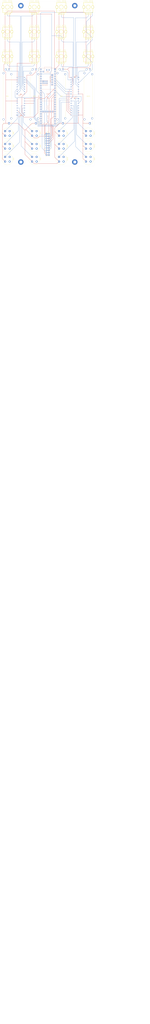
<source format=kicad_pcb>
(kicad_pcb (version 20171130) (host pcbnew "(5.1.10-1-10_14)")

  (general
    (thickness 1.6002)
    (drawings 5)
    (tracks 477)
    (zones 0)
    (modules 38)
    (nets 100)
  )

  (page USLetter portrait)
  (title_block
    (rev 1)
  )

  (layers
    (0 Front signal)
    (31 Back signal)
    (34 B.Paste user)
    (35 F.Paste user)
    (36 B.SilkS user)
    (37 F.SilkS user)
    (38 B.Mask user)
    (39 F.Mask user)
    (44 Edge.Cuts user)
    (45 Margin user)
    (46 B.CrtYd user)
    (47 F.CrtYd user)
    (49 F.Fab user)
  )

  (setup
    (last_trace_width 0.1524)
    (user_trace_width 0.254)
    (user_trace_width 0.508)
    (user_trace_width 0.762)
    (trace_clearance 0.1524)
    (zone_clearance 0.508)
    (zone_45_only no)
    (trace_min 0.1524)
    (via_size 0.508)
    (via_drill 0.254)
    (via_min_size 0.508)
    (via_min_drill 0.254)
    (user_via 0.6858 0.3302)
    (user_via 0.889 0.381)
    (uvia_size 0.6858)
    (uvia_drill 0.1)
    (uvias_allowed no)
    (uvia_min_size 0)
    (uvia_min_drill 0)
    (edge_width 0.0381)
    (segment_width 0.254)
    (pcb_text_width 0.3048)
    (pcb_text_size 1.524 1.524)
    (mod_edge_width 0.127)
    (mod_text_size 0.762 0.762)
    (mod_text_width 0.127)
    (pad_size 6.000001 6.000001)
    (pad_drill 2.999999)
    (pad_to_mask_clearance 0.0508)
    (aux_axis_origin 0 0)
    (visible_elements FFFFFFFF)
    (pcbplotparams
      (layerselection 0x010fc_ffffffff)
      (usegerberextensions false)
      (usegerberattributes false)
      (usegerberadvancedattributes false)
      (creategerberjobfile false)
      (excludeedgelayer true)
      (linewidth 0.152400)
      (plotframeref false)
      (viasonmask false)
      (mode 1)
      (useauxorigin false)
      (hpglpennumber 1)
      (hpglpenspeed 20)
      (hpglpendiameter 15.000000)
      (psnegative false)
      (psa4output false)
      (plotreference true)
      (plotvalue false)
      (plotinvisibletext false)
      (padsonsilk false)
      (subtractmaskfromsilk true)
      (outputformat 1)
      (mirror false)
      (drillshape 0)
      (scaleselection 1)
      (outputdirectory "./gerbers"))
  )

  (net 0 "")
  (net 1 "Net-(IC2-Pad15)")
  (net 2 "Net-(IC2-Pad14)")
  (net 3 "Net-(IC2-Pad13)")
  (net 4 "Net-(IC2-Pad12)")
  (net 5 "Net-(IC2-Pad5)")
  (net 6 "Net-(IC2-Pad4)")
  (net 7 "Net-(IC2-Pad2)")
  (net 8 "Net-(IC2-Pad1)")
  (net 9 "Net-(IC3-Pad15)")
  (net 10 "Net-(IC3-Pad14)")
  (net 11 "Net-(IC3-Pad13)")
  (net 12 "Net-(IC3-Pad12)")
  (net 13 "Net-(IC3-Pad5)")
  (net 14 "Net-(IC3-Pad4)")
  (net 15 "Net-(IC3-Pad2)")
  (net 16 "Net-(IC3-Pad1)")
  (net 17 "Net-(IC4-Pad15)")
  (net 18 "Net-(IC4-Pad14)")
  (net 19 "Net-(IC4-Pad13)")
  (net 20 "Net-(IC4-Pad12)")
  (net 21 "Net-(IC4-Pad5)")
  (net 22 "Net-(IC4-Pad4)")
  (net 23 "Net-(IC4-Pad2)")
  (net 24 "Net-(IC4-Pad1)")
  (net 25 "Net-(IC5-Pad15)")
  (net 26 "Net-(IC5-Pad14)")
  (net 27 "Net-(IC5-Pad13)")
  (net 28 "Net-(IC5-Pad12)")
  (net 29 "Net-(IC5-Pad5)")
  (net 30 "Net-(IC5-Pad4)")
  (net 31 "Net-(IC5-Pad2)")
  (net 32 "Net-(IC5-Pad1)")
  (net 33 Earth)
  (net 34 VCC)
  (net 35 "Net-(IC2-Pad11)")
  (net 36 "Net-(IC2-Pad10)")
  (net 37 "Net-(IC2-Pad9)")
  (net 38 "Net-(IC2-Pad3)")
  (net 39 "Net-(IC3-Pad3)")
  (net 40 "Net-(IC4-Pad3)")
  (net 41 "Net-(IC5-Pad3)")
  (net 42 "Net-(J1-Pad19)")
  (net 43 "Net-(J1-Pad17)")
  (net 44 "Net-(J1-Pad15)")
  (net 45 "Net-(J1-Pad13)")
  (net 46 "Net-(J1-Pad11)")
  (net 47 "Net-(U1-Pad66)")
  (net 48 "Net-(U1-Pad67)")
  (net 49 "Net-(U1-Pad54)")
  (net 50 "Net-(U1-Pad53)")
  (net 51 "Net-(U1-Pad52)")
  (net 52 "Net-(U1-Pad50)")
  (net 53 "Net-(U1-Pad62)")
  (net 54 "Net-(U1-Pad63)")
  (net 55 "Net-(U1-Pad64)")
  (net 56 "Net-(U1-Pad61)")
  (net 57 "Net-(U1-Pad65)")
  (net 58 "Net-(U1-Pad60)")
  (net 59 "Net-(U1-Pad17)")
  (net 60 "Net-(U1-Pad18)")
  (net 61 "Net-(U1-Pad19)")
  (net 62 "Net-(U1-Pad20)")
  (net 63 "Net-(U1-Pad16)")
  (net 64 "Net-(U1-Pad15)")
  (net 65 "Net-(U1-Pad14)")
  (net 66 "Net-(U1-Pad21)")
  (net 67 "Net-(U1-Pad22)")
  (net 68 "Net-(U1-Pad23)")
  (net 69 "Net-(U1-Pad24)")
  (net 70 "Net-(U1-Pad25)")
  (net 71 "Net-(U1-Pad26)")
  (net 72 "Net-(U1-Pad27)")
  (net 73 "Net-(U1-Pad28)")
  (net 74 "Net-(U1-Pad29)")
  (net 75 "Net-(U1-Pad30)")
  (net 76 "Net-(U1-Pad31)")
  (net 77 "Net-(U1-Pad32)")
  (net 78 "Net-(U1-Pad33)")
  (net 79 "Net-(U1-Pad34)")
  (net 80 "Net-(U1-Pad8)")
  (net 81 "Net-(U1-Pad4)")
  (net 82 "Net-(U1-Pad3)")
  (net 83 "Net-(U1-Pad2)")
  (net 84 "Net-(U1-Pad35)")
  (net 85 "Net-(U1-Pad40)")
  (net 86 "Net-(U1-Pad41)")
  (net 87 "Net-(U1-Pad42)")
  (net 88 "Net-(U1-Pad43)")
  (net 89 "Net-(U1-Pad44)")
  (net 90 "Net-(U1-Pad45)")
  (net 91 "Net-(U1-Pad47)")
  (net 92 "Net-(U1-Pad48)")
  (net 93 "Net-(U1-Pad55)")
  (net 94 "Net-(U1-Pad56)")
  (net 95 "Net-(U1-Pad57)")
  (net 96 "Net-(U1-Pad58)")
  (net 97 "Net-(U1-Pad59)")
  (net 98 "Net-(U1-Pad49)")
  (net 99 "Net-(U1-Pad51)")

  (net_class Default "This is the default net class."
    (clearance 0.1524)
    (trace_width 0.1524)
    (via_dia 0.508)
    (via_drill 0.254)
    (uvia_dia 0.6858)
    (uvia_drill 0.1)
    (diff_pair_width 0.1524)
    (diff_pair_gap 0.1524)
    (add_net Earth)
    (add_net "Net-(IC2-Pad1)")
    (add_net "Net-(IC2-Pad10)")
    (add_net "Net-(IC2-Pad11)")
    (add_net "Net-(IC2-Pad12)")
    (add_net "Net-(IC2-Pad13)")
    (add_net "Net-(IC2-Pad14)")
    (add_net "Net-(IC2-Pad15)")
    (add_net "Net-(IC2-Pad2)")
    (add_net "Net-(IC2-Pad3)")
    (add_net "Net-(IC2-Pad4)")
    (add_net "Net-(IC2-Pad5)")
    (add_net "Net-(IC2-Pad9)")
    (add_net "Net-(IC3-Pad1)")
    (add_net "Net-(IC3-Pad12)")
    (add_net "Net-(IC3-Pad13)")
    (add_net "Net-(IC3-Pad14)")
    (add_net "Net-(IC3-Pad15)")
    (add_net "Net-(IC3-Pad2)")
    (add_net "Net-(IC3-Pad3)")
    (add_net "Net-(IC3-Pad4)")
    (add_net "Net-(IC3-Pad5)")
    (add_net "Net-(IC4-Pad1)")
    (add_net "Net-(IC4-Pad12)")
    (add_net "Net-(IC4-Pad13)")
    (add_net "Net-(IC4-Pad14)")
    (add_net "Net-(IC4-Pad15)")
    (add_net "Net-(IC4-Pad2)")
    (add_net "Net-(IC4-Pad3)")
    (add_net "Net-(IC4-Pad4)")
    (add_net "Net-(IC4-Pad5)")
    (add_net "Net-(IC5-Pad1)")
    (add_net "Net-(IC5-Pad12)")
    (add_net "Net-(IC5-Pad13)")
    (add_net "Net-(IC5-Pad14)")
    (add_net "Net-(IC5-Pad15)")
    (add_net "Net-(IC5-Pad2)")
    (add_net "Net-(IC5-Pad3)")
    (add_net "Net-(IC5-Pad4)")
    (add_net "Net-(IC5-Pad5)")
    (add_net "Net-(J1-Pad11)")
    (add_net "Net-(J1-Pad13)")
    (add_net "Net-(J1-Pad15)")
    (add_net "Net-(J1-Pad17)")
    (add_net "Net-(J1-Pad19)")
    (add_net "Net-(U1-Pad14)")
    (add_net "Net-(U1-Pad15)")
    (add_net "Net-(U1-Pad16)")
    (add_net "Net-(U1-Pad17)")
    (add_net "Net-(U1-Pad18)")
    (add_net "Net-(U1-Pad19)")
    (add_net "Net-(U1-Pad2)")
    (add_net "Net-(U1-Pad20)")
    (add_net "Net-(U1-Pad21)")
    (add_net "Net-(U1-Pad22)")
    (add_net "Net-(U1-Pad23)")
    (add_net "Net-(U1-Pad24)")
    (add_net "Net-(U1-Pad25)")
    (add_net "Net-(U1-Pad26)")
    (add_net "Net-(U1-Pad27)")
    (add_net "Net-(U1-Pad28)")
    (add_net "Net-(U1-Pad29)")
    (add_net "Net-(U1-Pad3)")
    (add_net "Net-(U1-Pad30)")
    (add_net "Net-(U1-Pad31)")
    (add_net "Net-(U1-Pad32)")
    (add_net "Net-(U1-Pad33)")
    (add_net "Net-(U1-Pad34)")
    (add_net "Net-(U1-Pad35)")
    (add_net "Net-(U1-Pad4)")
    (add_net "Net-(U1-Pad40)")
    (add_net "Net-(U1-Pad41)")
    (add_net "Net-(U1-Pad42)")
    (add_net "Net-(U1-Pad43)")
    (add_net "Net-(U1-Pad44)")
    (add_net "Net-(U1-Pad45)")
    (add_net "Net-(U1-Pad47)")
    (add_net "Net-(U1-Pad48)")
    (add_net "Net-(U1-Pad49)")
    (add_net "Net-(U1-Pad50)")
    (add_net "Net-(U1-Pad51)")
    (add_net "Net-(U1-Pad52)")
    (add_net "Net-(U1-Pad53)")
    (add_net "Net-(U1-Pad54)")
    (add_net "Net-(U1-Pad55)")
    (add_net "Net-(U1-Pad56)")
    (add_net "Net-(U1-Pad57)")
    (add_net "Net-(U1-Pad58)")
    (add_net "Net-(U1-Pad59)")
    (add_net "Net-(U1-Pad60)")
    (add_net "Net-(U1-Pad61)")
    (add_net "Net-(U1-Pad62)")
    (add_net "Net-(U1-Pad63)")
    (add_net "Net-(U1-Pad64)")
    (add_net "Net-(U1-Pad65)")
    (add_net "Net-(U1-Pad66)")
    (add_net "Net-(U1-Pad67)")
    (add_net "Net-(U1-Pad8)")
    (add_net VCC)
  )

  (module D6R90_F1_LFS:SW_D6R90_F1_LFS (layer Front) (tedit 61A43DD7) (tstamp 618A8FF8)
    (at 93.218 189.738 270)
    (path /618F36C4)
    (fp_text reference SW4 (at -0.325 -6.635 90) (layer F.SilkS)
      (effects (font (size 1 1) (thickness 0.15)))
    )
    (fp_text value SW_SPST (at 6.025 7.135 90) (layer F.Fab)
      (effects (font (size 1 1) (thickness 0.15)))
    )
    (fp_line (start -2.615 -5.4) (end 2.615 -5.4) (layer F.SilkS) (width 0.127))
    (fp_circle (center 0 0) (end 4.5 0) (layer F.Fab) (width 0.127))
    (fp_line (start -2.615 -5.4) (end 2.615 -5.4) (layer F.Fab) (width 0.127))
    (fp_line (start -2.672 -5.65) (end 2.672 -5.65) (layer F.CrtYd) (width 0.05))
    (fp_arc (start 0.00162 -0.000989) (end 6.25 0) (angle -64.7082) (layer F.CrtYd) (width 0.05))
    (fp_arc (start 0.0003 0.000227) (end -2.672 -5.65) (angle -64.6859) (layer F.CrtYd) (width 0.05))
    (fp_arc (start 0 0) (end 6.25 0) (angle 180) (layer F.CrtYd) (width 0.05))
    (fp_arc (start 0.000693 0.000599) (end -2.615 -5.4) (angle -64.1518) (layer F.Fab) (width 0.127))
    (fp_arc (start -0.003218 0.002181) (end 2.615 -5.4) (angle 64.1216) (layer F.Fab) (width 0.127))
    (fp_arc (start 0 0) (end 6 0) (angle 180) (layer F.Fab) (width 0.127))
    (fp_arc (start 0.000693 0.000599) (end -2.615 -5.4) (angle -64.1518) (layer F.SilkS) (width 0.127))
    (fp_arc (start -0.003218 0.002181) (end 2.615 -5.4) (angle 64.1216) (layer F.SilkS) (width 0.127))
    (fp_arc (start 0 0) (end 6 0) (angle 180) (layer F.SilkS) (width 0.127))
    (pad 4 thru_hole circle (at 2.5 -2.5 270) (size 2.2 2.2) (drill 1.1) (layers *.Cu *.Mask))
    (pad 2 thru_hole circle (at 2.5 2.5 270) (size 2.2 2.2) (drill 1.1) (layers *.Cu *.Mask)
      (net 33 Earth))
    (pad 1 thru_hole circle (at -2.5 2.5 270) (size 2.2 2.2) (drill 1.1) (layers *.Cu *.Mask)
      (net 19 "Net-(IC4-Pad13)"))
    (pad 3 thru_hole circle (at -2.5 -2.5 270) (size 2.2 2.2) (drill 1.1) (layers *.Cu *.Mask))
  )

  (module teensy:Teensy41 (layer Back) (tedit 5FD6DEAD) (tstamp 632B0DA4)
    (at 107.95 135.636 270)
    (path /632AE838)
    (fp_text reference U1 (at 0 10.16 270) (layer B.SilkS)
      (effects (font (size 1 1) (thickness 0.15)) (justify mirror))
    )
    (fp_text value Teensy4.1 (at 0 -10.16 270) (layer B.Fab)
      (effects (font (size 1 1) (thickness 0.15)) (justify mirror))
    )
    (fp_poly (pts (xy 3.197 0.307) (xy 2.943 0.053) (xy 2.689 0.434) (xy 2.943 0.688)) (layer B.SilkS) (width 0.1))
    (fp_poly (pts (xy 2.816 -0.074) (xy 2.562 -0.328) (xy 2.308 0.053) (xy 2.562 0.307)) (layer B.SilkS) (width 0.1))
    (fp_poly (pts (xy 0.911 0.688) (xy 0.657 0.434) (xy 0.403 0.815) (xy 0.657 1.069)) (layer B.SilkS) (width 0.1))
    (fp_poly (pts (xy 1.292 0.18) (xy 1.038 -0.074) (xy 0.784 0.307) (xy 1.038 0.561)) (layer B.SilkS) (width 0.1))
    (fp_poly (pts (xy 1.673 -0.328) (xy 1.419 -0.582) (xy 1.165 -0.201) (xy 1.419 0.053)) (layer B.SilkS) (width 0.1))
    (fp_poly (pts (xy 1.673 0.561) (xy 1.419 0.307) (xy 1.165 0.688) (xy 1.419 0.942)) (layer B.SilkS) (width 0.1))
    (fp_poly (pts (xy 2.054 0.053) (xy 1.8 -0.201) (xy 1.546 0.18) (xy 1.8 0.434)) (layer B.SilkS) (width 0.1))
    (fp_poly (pts (xy 2.435 -0.455) (xy 2.181 -0.709) (xy 1.927 -0.328) (xy 2.181 -0.074)) (layer B.SilkS) (width 0.1))
    (fp_line (start -30.48 -8.89) (end -30.48 8.89) (layer B.SilkS) (width 0.15))
    (fp_line (start 30.48 -8.89) (end -30.48 -8.89) (layer B.SilkS) (width 0.15))
    (fp_line (start 30.48 8.89) (end 30.48 -8.89) (layer B.SilkS) (width 0.15))
    (fp_line (start -30.48 8.89) (end 30.48 8.89) (layer B.SilkS) (width 0.15))
    (fp_line (start -25.4 -3.81) (end -30.48 -3.81) (layer B.SilkS) (width 0.15))
    (fp_line (start -25.4 3.81) (end -30.48 3.81) (layer B.SilkS) (width 0.15))
    (fp_line (start -25.4 -3.81) (end -25.4 3.81) (layer B.SilkS) (width 0.15))
    (fp_line (start -31.75 3.81) (end -30.48 3.81) (layer B.SilkS) (width 0.15))
    (fp_line (start -31.75 -3.81) (end -31.75 3.81) (layer B.SilkS) (width 0.15))
    (fp_line (start -30.48 -3.81) (end -31.75 -3.81) (layer B.SilkS) (width 0.15))
    (fp_line (start 30.48 6.35) (end 17.78 6.35) (layer B.SilkS) (width 0.15))
    (fp_line (start 17.78 6.35) (end 17.78 -6.35) (layer B.SilkS) (width 0.15))
    (fp_line (start 17.78 -6.35) (end 30.48 -6.35) (layer B.SilkS) (width 0.15))
    (fp_line (start 30.48 5.08) (end 29.21 5.08) (layer B.SilkS) (width 0.15))
    (fp_line (start 29.21 5.08) (end 29.21 -5.08) (layer B.SilkS) (width 0.15))
    (fp_line (start 29.21 -5.08) (end 30.48 -5.08) (layer B.SilkS) (width 0.15))
    (fp_line (start 13.97 1.27) (end 13.97 -1.27) (layer B.SilkS) (width 0.15))
    (fp_line (start 13.97 -1.27) (end 10.16 -1.27) (layer B.SilkS) (width 0.15))
    (fp_line (start 10.16 -1.27) (end 10.16 1.27) (layer B.SilkS) (width 0.15))
    (fp_line (start 10.16 1.27) (end 13.97 1.27) (layer B.SilkS) (width 0.15))
    (fp_line (start -24.1808 -3.2992) (end -11.4808 -3.2992) (layer B.SilkS) (width 0.15))
    (fp_line (start -11.4808 -3.2992) (end -11.4808 -5.8392) (layer B.SilkS) (width 0.15))
    (fp_line (start -11.4808 -5.8392) (end -24.1808 -5.8392) (layer B.SilkS) (width 0.15))
    (fp_line (start -24.1808 -5.8392) (end -24.1808 -3.2992) (layer B.SilkS) (width 0.15))
    (fp_line (start -24.1808 -3.2992) (end -21.6408 -3.2992) (layer B.SilkS) (width 0.15))
    (fp_line (start -21.6408 -3.2992) (end -21.6408 -5.8392) (layer B.SilkS) (width 0.15))
    (fp_line (start -17.25 6.1016) (end -17.25 0.1016) (layer B.SilkS) (width 0.15))
    (fp_line (start -17.25 0.1016) (end -13.25 0.1016) (layer B.SilkS) (width 0.15))
    (fp_line (start -13.25 0.1016) (end -13.25 6.3516) (layer B.SilkS) (width 0.15))
    (fp_line (start -13.25 6.3516) (end -17.25 6.3516) (layer B.SilkS) (width 0.15))
    (fp_line (start -17.25 6.3516) (end -17.25 6.1016) (layer B.SilkS) (width 0.15))
    (fp_line (start -7.62 -6.35) (end 5.08 -6.35) (layer B.SilkS) (width 0.15))
    (fp_line (start 5.08 -6.35) (end 5.08 6.35) (layer B.SilkS) (width 0.15))
    (fp_line (start 5.08 6.35) (end -7.62 6.35) (layer B.SilkS) (width 0.15))
    (fp_line (start -7.62 6.35) (end -7.62 -6.35) (layer B.SilkS) (width 0.15))
    (fp_circle (center 12.065 0) (end 12.7 0.635) (layer B.SilkS) (width 0.15))
    (fp_text user "USB Host" (at -18.4658 -2.4892 270) (layer B.SilkS)
      (effects (font (size 1 1) (thickness 0.15)) (justify mirror))
    )
    (fp_text user Ethernet (at -12.065 3.2766) (layer B.SilkS)
      (effects (font (size 1 1) (thickness 0.15)) (justify mirror))
    )
    (fp_text user USB (at -26.67 0 180) (layer B.SilkS)
      (effects (font (size 1 1) (thickness 0.15)) (justify mirror))
    )
    (fp_text user "Micro SD" (at 24.13 0 270) (layer B.SilkS)
      (effects (font (size 1 1) (thickness 0.15)) (justify mirror))
    )
    (fp_text user DVJ6A (at -2.54 0.18 180) (layer B.SilkS)
      (effects (font (size 0.7 0.7) (thickness 0.15)) (justify mirror))
    )
    (pad 66 thru_hole circle (at -28.48 1.27 270) (size 1.3 1.3) (drill 0.8) (layers *.Cu *.Mask)
      (net 47 "Net-(U1-Pad66)"))
    (pad 67 thru_hole circle (at -28.48 -1.27 270) (size 1.3 1.3) (drill 0.8) (layers *.Cu *.Mask)
      (net 48 "Net-(U1-Pad67)"))
    (pad 54 thru_hole circle (at 16.51 5.08 270) (size 1.6 1.6) (drill 1.1) (layers *.Cu *.Mask)
      (net 49 "Net-(U1-Pad54)"))
    (pad 53 thru_hole circle (at 16.51 2.54 270) (size 1.6 1.6) (drill 1.1) (layers *.Cu *.Mask)
      (net 50 "Net-(U1-Pad53)"))
    (pad 52 thru_hole circle (at 16.51 0 270) (size 1.6 1.6) (drill 1.1) (layers *.Cu *.Mask)
      (net 51 "Net-(U1-Pad52)"))
    (pad 51 thru_hole circle (at 16.51 -2.54 270) (size 1.6 1.6) (drill 1.1) (layers *.Cu *.Mask)
      (net 99 "Net-(U1-Pad51)"))
    (pad 50 thru_hole circle (at 16.51 -5.08 270) (size 1.6 1.6) (drill 1.1) (layers *.Cu *.Mask)
      (net 52 "Net-(U1-Pad50)"))
    (pad 62 thru_hole circle (at -16.24 1.1816 270) (size 1.3 1.3) (drill 0.8) (layers *.Cu *.Mask)
      (net 53 "Net-(U1-Pad62)"))
    (pad 63 thru_hole circle (at -14.24 1.1816 270) (size 1.3 1.3) (drill 0.8) (layers *.Cu *.Mask)
      (net 54 "Net-(U1-Pad63)"))
    (pad 64 thru_hole circle (at -14.24 3.1816 270) (size 1.3 1.3) (drill 0.8) (layers *.Cu *.Mask)
      (net 55 "Net-(U1-Pad64)"))
    (pad 61 thru_hole circle (at -16.24 3.1816 270) (size 1.3 1.3) (drill 0.8) (layers *.Cu *.Mask)
      (net 56 "Net-(U1-Pad61)"))
    (pad 65 thru_hole circle (at -14.24 5.1816 270) (size 1.3 1.3) (drill 0.8) (layers *.Cu *.Mask)
      (net 57 "Net-(U1-Pad65)"))
    (pad 60 thru_hole rect (at -16.24 5.1816 270) (size 1.3 1.3) (drill 0.8) (layers *.Cu *.Mask)
      (net 58 "Net-(U1-Pad60)"))
    (pad 17 thru_hole circle (at 11.43 -7.62 270) (size 1.6 1.6) (drill 1.1) (layers *.Cu *.Mask)
      (net 59 "Net-(U1-Pad17)"))
    (pad 18 thru_hole circle (at 13.97 -7.62 270) (size 1.6 1.6) (drill 1.1) (layers *.Cu *.Mask)
      (net 60 "Net-(U1-Pad18)"))
    (pad 19 thru_hole circle (at 16.51 -7.62 270) (size 1.6 1.6) (drill 1.1) (layers *.Cu *.Mask)
      (net 61 "Net-(U1-Pad19)"))
    (pad 20 thru_hole circle (at 19.05 -7.62 270) (size 1.6 1.6) (drill 1.1) (layers *.Cu *.Mask)
      (net 62 "Net-(U1-Pad20)"))
    (pad 16 thru_hole circle (at 8.89 -7.62 270) (size 1.6 1.6) (drill 1.1) (layers *.Cu *.Mask)
      (net 63 "Net-(U1-Pad16)"))
    (pad 15 thru_hole circle (at 6.35 -7.62 270) (size 1.6 1.6) (drill 1.1) (layers *.Cu *.Mask)
      (net 64 "Net-(U1-Pad15)"))
    (pad 14 thru_hole circle (at 3.81 -7.62 270) (size 1.6 1.6) (drill 1.1) (layers *.Cu *.Mask)
      (net 65 "Net-(U1-Pad14)"))
    (pad 21 thru_hole circle (at 21.59 -7.62 270) (size 1.6 1.6) (drill 1.1) (layers *.Cu *.Mask)
      (net 66 "Net-(U1-Pad21)"))
    (pad 22 thru_hole circle (at 24.13 -7.62 270) (size 1.6 1.6) (drill 1.1) (layers *.Cu *.Mask)
      (net 67 "Net-(U1-Pad22)"))
    (pad 23 thru_hole circle (at 26.67 -7.62 270) (size 1.6 1.6) (drill 1.1) (layers *.Cu *.Mask)
      (net 68 "Net-(U1-Pad23)"))
    (pad 24 thru_hole circle (at 29.21 -7.62 270) (size 1.6 1.6) (drill 1.1) (layers *.Cu *.Mask)
      (net 69 "Net-(U1-Pad24)"))
    (pad 25 thru_hole circle (at 29.21 7.62 270) (size 1.6 1.6) (drill 1.1) (layers *.Cu *.Mask)
      (net 70 "Net-(U1-Pad25)"))
    (pad 26 thru_hole circle (at 26.67 7.62 270) (size 1.6 1.6) (drill 1.1) (layers *.Cu *.Mask)
      (net 71 "Net-(U1-Pad26)"))
    (pad 27 thru_hole circle (at 24.13 7.62 270) (size 1.6 1.6) (drill 1.1) (layers *.Cu *.Mask)
      (net 72 "Net-(U1-Pad27)"))
    (pad 28 thru_hole circle (at 21.59 7.62 270) (size 1.6 1.6) (drill 1.1) (layers *.Cu *.Mask)
      (net 73 "Net-(U1-Pad28)"))
    (pad 29 thru_hole circle (at 19.05 7.62 270) (size 1.6 1.6) (drill 1.1) (layers *.Cu *.Mask)
      (net 74 "Net-(U1-Pad29)"))
    (pad 30 thru_hole circle (at 16.51 7.62 270) (size 1.6 1.6) (drill 1.1) (layers *.Cu *.Mask)
      (net 75 "Net-(U1-Pad30)"))
    (pad 31 thru_hole circle (at 13.97 7.62 270) (size 1.6 1.6) (drill 1.1) (layers *.Cu *.Mask)
      (net 76 "Net-(U1-Pad31)"))
    (pad 32 thru_hole circle (at 11.43 7.62 270) (size 1.6 1.6) (drill 1.1) (layers *.Cu *.Mask)
      (net 77 "Net-(U1-Pad32)"))
    (pad 33 thru_hole circle (at 8.89 7.62 270) (size 1.6 1.6) (drill 1.1) (layers *.Cu *.Mask)
      (net 78 "Net-(U1-Pad33)"))
    (pad 34 thru_hole circle (at 6.35 7.62 270) (size 1.6 1.6) (drill 1.1) (layers *.Cu *.Mask)
      (net 79 "Net-(U1-Pad34)"))
    (pad 13 thru_hole circle (at 1.27 -7.62 270) (size 1.6 1.6) (drill 1.1) (layers *.Cu *.Mask)
      (net 44 "Net-(J1-Pad15)"))
    (pad 12 thru_hole circle (at -1.27 -7.62 270) (size 1.6 1.6) (drill 1.1) (layers *.Cu *.Mask)
      (net 45 "Net-(J1-Pad13)"))
    (pad 11 thru_hole circle (at -3.81 -7.62 270) (size 1.6 1.6) (drill 1.1) (layers *.Cu *.Mask)
      (net 46 "Net-(J1-Pad11)"))
    (pad 10 thru_hole circle (at -6.35 -7.62 270) (size 1.6 1.6) (drill 1.1) (layers *.Cu *.Mask)
      (net 41 "Net-(IC5-Pad3)"))
    (pad 9 thru_hole circle (at -8.89 -7.62 270) (size 1.6 1.6) (drill 1.1) (layers *.Cu *.Mask)
      (net 40 "Net-(IC4-Pad3)"))
    (pad 8 thru_hole circle (at -11.43 -7.62 270) (size 1.6 1.6) (drill 1.1) (layers *.Cu *.Mask)
      (net 80 "Net-(U1-Pad8)"))
    (pad 7 thru_hole circle (at -13.97 -7.62 270) (size 1.6 1.6) (drill 1.1) (layers *.Cu *.Mask)
      (net 37 "Net-(IC2-Pad9)"))
    (pad 6 thru_hole circle (at -16.51 -7.62 270) (size 1.6 1.6) (drill 1.1) (layers *.Cu *.Mask)
      (net 36 "Net-(IC2-Pad10)"))
    (pad 5 thru_hole circle (at -19.05 -7.62 270) (size 1.6 1.6) (drill 1.1) (layers *.Cu *.Mask)
      (net 35 "Net-(IC2-Pad11)"))
    (pad 4 thru_hole circle (at -21.59 -7.62 270) (size 1.6 1.6) (drill 1.1) (layers *.Cu *.Mask)
      (net 81 "Net-(U1-Pad4)"))
    (pad 3 thru_hole circle (at -24.13 -7.62 270) (size 1.6 1.6) (drill 1.1) (layers *.Cu *.Mask)
      (net 82 "Net-(U1-Pad3)"))
    (pad 2 thru_hole circle (at -26.67 -7.62 270) (size 1.6 1.6) (drill 1.1) (layers *.Cu *.Mask)
      (net 83 "Net-(U1-Pad2)"))
    (pad 1 thru_hole rect (at -29.21 -7.62 270) (size 1.6 1.6) (drill 1.1) (layers *.Cu *.Mask)
      (net 33 Earth))
    (pad 35 thru_hole circle (at 3.81 7.62 270) (size 1.6 1.6) (drill 1.1) (layers *.Cu *.Mask)
      (net 84 "Net-(U1-Pad35)"))
    (pad 36 thru_hole circle (at 1.27 7.62 270) (size 1.6 1.6) (drill 1.1) (layers *.Cu *.Mask)
      (net 38 "Net-(IC2-Pad3)"))
    (pad 37 thru_hole circle (at -1.27 7.62 270) (size 1.6 1.6) (drill 1.1) (layers *.Cu *.Mask)
      (net 39 "Net-(IC3-Pad3)"))
    (pad 38 thru_hole circle (at -3.81 7.62 270) (size 1.6 1.6) (drill 1.1) (layers *.Cu *.Mask)
      (net 43 "Net-(J1-Pad17)"))
    (pad 39 thru_hole circle (at -6.35 7.62 270) (size 1.6 1.6) (drill 1.1) (layers *.Cu *.Mask)
      (net 42 "Net-(J1-Pad19)"))
    (pad 40 thru_hole circle (at -8.89 7.62 270) (size 1.6 1.6) (drill 1.1) (layers *.Cu *.Mask)
      (net 85 "Net-(U1-Pad40)"))
    (pad 41 thru_hole circle (at -11.43 7.62 270) (size 1.6 1.6) (drill 1.1) (layers *.Cu *.Mask)
      (net 86 "Net-(U1-Pad41)"))
    (pad 42 thru_hole circle (at -13.97 7.62 270) (size 1.6 1.6) (drill 1.1) (layers *.Cu *.Mask)
      (net 87 "Net-(U1-Pad42)"))
    (pad 43 thru_hole circle (at -16.51 7.62 270) (size 1.6 1.6) (drill 1.1) (layers *.Cu *.Mask)
      (net 88 "Net-(U1-Pad43)"))
    (pad 44 thru_hole circle (at -19.05 7.62 270) (size 1.6 1.6) (drill 1.1) (layers *.Cu *.Mask)
      (net 89 "Net-(U1-Pad44)"))
    (pad 45 thru_hole circle (at -21.59 7.62 270) (size 1.6 1.6) (drill 1.1) (layers *.Cu *.Mask)
      (net 90 "Net-(U1-Pad45)"))
    (pad 46 thru_hole circle (at -24.13 7.62 270) (size 1.6 1.6) (drill 1.1) (layers *.Cu *.Mask)
      (net 34 VCC))
    (pad 47 thru_hole circle (at -26.67 7.62 270) (size 1.6 1.6) (drill 1.1) (layers *.Cu *.Mask)
      (net 91 "Net-(U1-Pad47)"))
    (pad 48 thru_hole circle (at -29.21 7.62 270) (size 1.6 1.6) (drill 1.1) (layers *.Cu *.Mask)
      (net 92 "Net-(U1-Pad48)"))
    (pad 55 thru_hole rect (at -22.9108 -4.5692 270) (size 1.6 1.6) (drill 1.1) (layers *.Cu *.Mask)
      (net 93 "Net-(U1-Pad55)"))
    (pad 56 thru_hole circle (at -20.3708 -4.5692 270) (size 1.6 1.6) (drill 1.1) (layers *.Cu *.Mask)
      (net 94 "Net-(U1-Pad56)"))
    (pad 57 thru_hole circle (at -17.8308 -4.5692 270) (size 1.6 1.6) (drill 1.1) (layers *.Cu *.Mask)
      (net 95 "Net-(U1-Pad57)"))
    (pad 58 thru_hole circle (at -15.2908 -4.5692 270) (size 1.6 1.6) (drill 1.1) (layers *.Cu *.Mask)
      (net 96 "Net-(U1-Pad58)"))
    (pad 59 thru_hole circle (at -12.7508 -4.5692 270) (size 1.6 1.6) (drill 1.1) (layers *.Cu *.Mask)
      (net 97 "Net-(U1-Pad59)"))
    (pad 49 thru_hole circle (at -26.67 5.08 270) (size 1.6 1.6) (drill 1.1) (layers *.Cu *.Mask)
      (net 98 "Net-(U1-Pad49)"))
    (model ${KICAD_USER_DIR}/teensy.pretty/Teensy_4.1_Assembly.STEP
      (offset (xyz 0 0 0.762))
      (scale (xyz 1 1 1))
      (rotate (xyz 0 0 0))
    )
  )

  (module "alpha RD901F:RD901F-ALPHA-POT" (layer Front) (tedit 618DBECE) (tstamp 6181B503)
    (at 93.218 92.456)
    (path /617E56A5)
    (fp_text reference VR6 (at 0.254 4) (layer F.SilkS)
      (effects (font (size 1.5 1.5) (thickness 0.15)))
    )
    (fp_text value "CH2 LEQ" (at 0 -6.5) (layer F.SilkS)
      (effects (font (size 1.5 1.5) (thickness 0.15)))
    )
    (fp_circle (center 0 0) (end 1 2) (layer F.SilkS) (width 0.381))
    (fp_line (start -5 0) (end -5 -5) (layer F.SilkS) (width 0.381))
    (fp_line (start -5 -5) (end 5 -5) (layer F.SilkS) (width 0.381))
    (fp_line (start 5 -5) (end 5 6) (layer F.SilkS) (width 0.381))
    (fp_line (start 5 6) (end -5 6) (layer F.SilkS) (width 0.381))
    (fp_line (start -5 6) (end -5 0) (layer F.SilkS) (width 0.381))
    (pad 3 thru_hole circle (at -2.5 7.5) (size 1.75 1.75) (drill 1) (layers *.Cu *.Mask F.SilkS)
      (net 33 Earth))
    (pad 2 thru_hole circle (at 0 7.5) (size 1.75 1.75) (drill 1) (layers *.Cu *.Mask F.SilkS)
      (net 3 "Net-(IC2-Pad13)"))
    (pad 1 thru_hole circle (at 2.5 7.5) (size 1.75 1.75) (drill 1) (layers *.Cu *.Mask F.SilkS)
      (net 34 VCC))
    (pad "" thru_hole oval (at -4.8 0) (size 2.8 3.5) (drill 2.2) (layers *.Cu *.Mask F.SilkS))
    (pad "" thru_hole oval (at 4.8 0) (size 2.8 3.5) (drill 2.2) (layers *.Cu *.Mask F.SilkS))
    (model "E:/Documents/KiCad/MyLibs/MyModules/3D models/VRML2/ALPHA-9MM-RV09AF-40.wrl"
      (at (xyz 0 0 0))
      (scale (xyz 0.3937 0.3937 0.3937))
      (rotate (xyz 0 180 0))
    )
  )

  (module "alpha RD901F:RD901F-ALPHA-POT" (layer Front) (tedit 618DBECE) (tstamp 6181B5D2)
    (at 151.638 65.786)
    (path /61842666)
    (fp_text reference VR15 (at 0 4) (layer F.SilkS)
      (effects (font (size 1.5 1.5) (thickness 0.15)))
    )
    (fp_text value "CH4 MEQ" (at 0 -6.5) (layer F.SilkS)
      (effects (font (size 1.5 1.5) (thickness 0.15)))
    )
    (fp_circle (center 0 0) (end 1 2) (layer F.SilkS) (width 0.381))
    (fp_line (start -5 0) (end -5 -5) (layer F.SilkS) (width 0.381))
    (fp_line (start -5 -5) (end 5 -5) (layer F.SilkS) (width 0.381))
    (fp_line (start 5 -5) (end 5 6) (layer F.SilkS) (width 0.381))
    (fp_line (start 5 6) (end -5 6) (layer F.SilkS) (width 0.381))
    (fp_line (start -5 6) (end -5 0) (layer F.SilkS) (width 0.381))
    (pad 3 thru_hole circle (at -2.5 7.5) (size 1.75 1.75) (drill 1) (layers *.Cu *.Mask F.SilkS)
      (net 33 Earth))
    (pad 2 thru_hole circle (at 0 7.5) (size 1.75 1.75) (drill 1) (layers *.Cu *.Mask F.SilkS)
      (net 14 "Net-(IC3-Pad4)"))
    (pad 1 thru_hole circle (at 2.5 7.5) (size 1.75 1.75) (drill 1) (layers *.Cu *.Mask F.SilkS)
      (net 34 VCC))
    (pad "" thru_hole oval (at -4.8 0) (size 2.8 3.5) (drill 2.2) (layers *.Cu *.Mask F.SilkS))
    (pad "" thru_hole oval (at 4.8 0) (size 2.8 3.5) (drill 2.2) (layers *.Cu *.Mask F.SilkS))
    (model "E:/Documents/KiCad/MyLibs/MyModules/3D models/VRML2/ALPHA-9MM-RV09AF-40.wrl"
      (at (xyz 0 0 0))
      (scale (xyz 0.3937 0.3937 0.3937))
      (rotate (xyz 0 180 0))
    )
  )

  (module "alpha RD901F:RD901F-ALPHA-POT" (layer Front) (tedit 618DBECE) (tstamp 6181B5E1)
    (at 151.638 39.116)
    (path /6184266C)
    (fp_text reference VR16 (at 0 4) (layer F.SilkS)
      (effects (font (size 1.5 1.5) (thickness 0.15)))
    )
    (fp_text value "CH4 HEQ" (at 0 -6.5) (layer F.SilkS)
      (effects (font (size 1.5 1.5) (thickness 0.15)))
    )
    (fp_circle (center 0 0) (end 1 2) (layer F.SilkS) (width 0.381))
    (fp_line (start -5 0) (end -5 -5) (layer F.SilkS) (width 0.381))
    (fp_line (start -5 -5) (end 5 -5) (layer F.SilkS) (width 0.381))
    (fp_line (start 5 -5) (end 5 6) (layer F.SilkS) (width 0.381))
    (fp_line (start 5 6) (end -5 6) (layer F.SilkS) (width 0.381))
    (fp_line (start -5 6) (end -5 0) (layer F.SilkS) (width 0.381))
    (pad 3 thru_hole circle (at -2.5 7.5) (size 1.75 1.75) (drill 1) (layers *.Cu *.Mask F.SilkS)
      (net 33 Earth))
    (pad 2 thru_hole circle (at 0 7.5) (size 1.75 1.75) (drill 1) (layers *.Cu *.Mask F.SilkS)
      (net 13 "Net-(IC3-Pad5)"))
    (pad 1 thru_hole circle (at 2.5 7.5) (size 1.75 1.75) (drill 1) (layers *.Cu *.Mask F.SilkS)
      (net 34 VCC))
    (pad "" thru_hole oval (at -4.8 0) (size 2.8 3.5) (drill 2.2) (layers *.Cu *.Mask F.SilkS))
    (pad "" thru_hole oval (at 4.8 0) (size 2.8 3.5) (drill 2.2) (layers *.Cu *.Mask F.SilkS))
    (model "E:/Documents/KiCad/MyLibs/MyModules/3D models/VRML2/ALPHA-9MM-RV09AF-40.wrl"
      (at (xyz 0 0 0))
      (scale (xyz 0.3937 0.3937 0.3937))
      (rotate (xyz 0 180 0))
    )
  )

  (module CD74HC4051E:DIP794W45P254L1969H508Q16 (layer Back) (tedit 61F9FB55) (tstamp 618A8E74)
    (at 137.033 124.206 180)
    (path /61842642)
    (fp_text reference IC3 (at -1.425 10.835) (layer B.SilkS)
      (effects (font (size 1 1) (thickness 0.15)) (justify mirror))
    )
    (fp_text value 74HC4051 (at 11.275 -10.835) (layer B.Fab)
      (effects (font (size 1 1) (thickness 0.15)) (justify mirror))
    )
    (fp_poly (pts (xy 0.635 8.763) (xy -0.508 8.763) (xy -0.508 9.779) (xy 0.635 9.779)) (layer B.SilkS) (width 0.1))
    (fp_circle (center -5.035 8.89) (end -4.935 8.89) (layer B.SilkS) (width 0.2))
    (fp_circle (center -5.035 8.89) (end -4.935 8.89) (layer B.Fab) (width 0.2))
    (fp_line (start -3.175 9.6525) (end 3.175 9.6525) (layer B.Fab) (width 0.127))
    (fp_line (start -3.175 -9.6525) (end 3.175 -9.6525) (layer B.Fab) (width 0.127))
    (fp_line (start -3.175 9.775) (end 3.175 9.775) (layer B.SilkS) (width 0.127))
    (fp_line (start -3.175 -9.775) (end 3.175 -9.775) (layer B.SilkS) (width 0.127))
    (fp_line (start -3.175 9.6525) (end -3.175 -9.6525) (layer B.Fab) (width 0.127))
    (fp_line (start 3.175 9.6525) (end 3.175 -9.6525) (layer B.Fab) (width 0.127))
    (fp_line (start 4.785 10.095) (end -4.785 10.095) (layer B.CrtYd) (width 0.05))
    (fp_line (start 4.785 -10.095) (end -4.785 -10.095) (layer B.CrtYd) (width 0.05))
    (fp_line (start 4.785 10.095) (end 4.785 -10.095) (layer B.CrtYd) (width 0.05))
    (fp_line (start -4.785 10.095) (end -4.785 -10.095) (layer B.CrtYd) (width 0.05))
    (pad 16 thru_hole circle (at 3.97 8.89 180) (size 1.13 1.13) (drill 0.78) (layers *.Cu *.Mask)
      (net 34 VCC))
    (pad 15 thru_hole circle (at 3.97 6.35 180) (size 1.13 1.13) (drill 0.78) (layers *.Cu *.Mask)
      (net 9 "Net-(IC3-Pad15)"))
    (pad 14 thru_hole circle (at 3.97 3.81 180) (size 1.13 1.13) (drill 0.78) (layers *.Cu *.Mask)
      (net 10 "Net-(IC3-Pad14)"))
    (pad 13 thru_hole circle (at 3.97 1.27 180) (size 1.13 1.13) (drill 0.78) (layers *.Cu *.Mask)
      (net 11 "Net-(IC3-Pad13)"))
    (pad 12 thru_hole circle (at 3.97 -1.27 180) (size 1.13 1.13) (drill 0.78) (layers *.Cu *.Mask)
      (net 12 "Net-(IC3-Pad12)"))
    (pad 11 thru_hole circle (at 3.97 -3.81 180) (size 1.13 1.13) (drill 0.78) (layers *.Cu *.Mask)
      (net 35 "Net-(IC2-Pad11)"))
    (pad 10 thru_hole circle (at 3.97 -6.35 180) (size 1.13 1.13) (drill 0.78) (layers *.Cu *.Mask)
      (net 36 "Net-(IC2-Pad10)"))
    (pad 9 thru_hole circle (at 3.97 -8.89 180) (size 1.13 1.13) (drill 0.78) (layers *.Cu *.Mask)
      (net 37 "Net-(IC2-Pad9)"))
    (pad 8 thru_hole circle (at -3.97 -8.89 180) (size 1.13 1.13) (drill 0.78) (layers *.Cu *.Mask)
      (net 33 Earth))
    (pad 7 thru_hole circle (at -3.97 -6.35 180) (size 1.13 1.13) (drill 0.78) (layers *.Cu *.Mask)
      (net 33 Earth))
    (pad 6 thru_hole circle (at -3.97 -3.81 180) (size 1.13 1.13) (drill 0.78) (layers *.Cu *.Mask)
      (net 33 Earth))
    (pad 5 thru_hole circle (at -3.97 -1.27 180) (size 1.13 1.13) (drill 0.78) (layers *.Cu *.Mask)
      (net 13 "Net-(IC3-Pad5)"))
    (pad 4 thru_hole circle (at -3.97 1.27 180) (size 1.13 1.13) (drill 0.78) (layers *.Cu *.Mask)
      (net 14 "Net-(IC3-Pad4)"))
    (pad 3 thru_hole circle (at -3.97 3.81 180) (size 1.13 1.13) (drill 0.78) (layers *.Cu *.Mask)
      (net 39 "Net-(IC3-Pad3)"))
    (pad 2 thru_hole circle (at -3.97 6.35 180) (size 1.13 1.13) (drill 0.78) (layers *.Cu *.Mask)
      (net 15 "Net-(IC3-Pad2)"))
    (pad 1 thru_hole rect (at -3.97 8.89 180) (size 1.13 1.13) (drill 0.78) (layers *.Cu *.Mask)
      (net 16 "Net-(IC3-Pad1)"))
  )

  (module ul_PTA4543-2015DPA103:PTA4543-2015DPA103 (layer Front) (tedit 6201DC56) (tstamp 6181B554)
    (at 124.206 164.846 180)
    (path /61842648)
    (fp_text reference VR9 (at 1.7399 29.21) (layer F.SilkS)
      (effects (font (size 1 1) (thickness 0.15)))
    )
    (fp_text value " " (at 1.7399 29.21) (layer F.SilkS)
      (effects (font (size 1 1) (thickness 0.15)))
    )
    (fp_circle (center 0 -2.0574) (end 0.127 -2.0574) (layer F.SilkS) (width 0.12))
    (fp_circle (center 0 -0.4064) (end 0.127 -0.4064) (layer F.Fab) (width 0.1))
    (fp_line (start 3.0099 49.1998) (end 0.4699 49.1998) (layer F.Fab) (width 0.1))
    (fp_line (start 3.0099 9.1948) (end 3.0099 49.1998) (layer F.Fab) (width 0.1))
    (fp_line (start 0.4699 9.1948) (end 3.0099 9.1948) (layer F.Fab) (width 0.1))
    (fp_line (start 0.4699 49.1998) (end 0.4699 9.1948) (layer F.Fab) (width 0.1))
    (fp_line (start 6.4897 59.4614) (end 4.7498 59.4614) (layer F.CrtYd) (width 0.05))
    (fp_line (start 6.4897 -1.0414) (end 6.4897 59.4614) (layer F.CrtYd) (width 0.05))
    (fp_line (start 1.27 -1.0414) (end 6.4897 -1.0414) (layer F.CrtYd) (width 0.05))
    (fp_line (start 1.27 -1.27) (end 1.27 -1.0414) (layer F.CrtYd) (width 0.05))
    (fp_line (start -1.27 -1.27) (end 1.27 -1.27) (layer F.CrtYd) (width 0.05))
    (fp_line (start -1.27 -1.0414) (end -1.27 -1.27) (layer F.CrtYd) (width 0.05))
    (fp_line (start -3.0099 -1.0414) (end -1.27 -1.0414) (layer F.CrtYd) (width 0.05))
    (fp_line (start -3.0099 59.4614) (end -3.0099 -1.0414) (layer F.CrtYd) (width 0.05))
    (fp_line (start -1.27 59.4614) (end -3.0099 59.4614) (layer F.CrtYd) (width 0.05))
    (fp_line (start -1.27 59.69) (end -1.27 59.4614) (layer F.CrtYd) (width 0.05))
    (fp_line (start 4.7498 59.69) (end -1.27 59.69) (layer F.CrtYd) (width 0.05))
    (fp_line (start 4.7498 59.4614) (end 4.7498 59.69) (layer F.CrtYd) (width 0.05))
    (fp_line (start 6.3627 51.820949) (end 6.3627 6.599051) (layer F.SilkS) (width 0.12))
    (fp_line (start 6.3627 4.043549) (end 6.3627 -0.9144) (layer F.SilkS) (width 0.12))
    (fp_line (start -2.8829 55.506751) (end -2.8829 59.3344) (layer F.SilkS) (width 0.12))
    (fp_line (start -2.8829 5.468751) (end -2.8829 52.951249) (layer F.SilkS) (width 0.12))
    (fp_line (start 4.47125 59.3344) (end 6.3627 59.3344) (layer F.SilkS) (width 0.12))
    (fp_line (start 0.99145 59.3344) (end 2.48835 59.3344) (layer F.SilkS) (width 0.12))
    (fp_line (start -1.34874 -0.9144) (end -2.8829 -0.9144) (layer F.SilkS) (width 0.12))
    (fp_line (start -2.7559 -0.7874) (end -2.7559 59.2074) (layer F.Fab) (width 0.1))
    (fp_line (start 6.2357 -0.7874) (end -2.7559 -0.7874) (layer F.Fab) (width 0.1))
    (fp_line (start 6.2357 59.2074) (end 6.2357 -0.7874) (layer F.Fab) (width 0.1))
    (fp_line (start -2.7559 59.2074) (end 6.2357 59.2074) (layer F.Fab) (width 0.1))
    (fp_line (start -2.8829 -0.9144) (end -2.8829 2.913249) (layer F.SilkS) (width 0.12))
    (fp_line (start 6.3627 -0.9144) (end 1.34874 -0.9144) (layer F.SilkS) (width 0.12))
    (fp_line (start 6.3627 59.3344) (end 6.3627 54.376451) (layer F.SilkS) (width 0.12))
    (fp_line (start -2.8829 59.3344) (end -0.99145 59.3344) (layer F.SilkS) (width 0.12))
    (fp_line (start 3.0099 49.1998) (end 0.4699 49.1998) (layer F.Fab) (width 0.1))
    (fp_line (start 3.0099 9.2202) (end 3.0099 49.1998) (layer F.Fab) (width 0.1))
    (fp_line (start 0.4699 9.2202) (end 3.0099 9.2202) (layer F.Fab) (width 0.1))
    (fp_line (start 0.4699 49.1998) (end 0.4699 9.2202) (layer F.Fab) (width 0.1))
    (fp_text user * (at 0 0) (layer F.Fab)
      (effects (font (size 1 1) (thickness 0.15)))
    )
    (fp_text user * (at 0 0) (layer F.SilkS)
      (effects (font (size 1 1) (thickness 0.15)))
    )
    (fp_text user "Copyright 2021 Accelerated Designs. All rights reserved." (at 0 0) (layer Cmts.User)
      (effects (font (size 0.127 0.127) (thickness 0.002)))
    )
    (pad 7 thru_hole circle (at 5.9309 54.229 180) (size 2.032 2.032) (drill 1.524) (layers *.Cu *.Mask))
    (pad 6 thru_hole circle (at 5.9309 4.191 180) (size 2.032 2.032) (drill 1.524) (layers *.Cu *.Mask))
    (pad 5 thru_hole circle (at -2.4511 53.0987 180) (size 2.032 2.032) (drill 1.524) (layers *.Cu *.Mask))
    (pad 4 thru_hole circle (at -2.4511 5.3213 180) (size 2.032 2.032) (drill 1.524) (layers *.Cu *.Mask))
    (pad 2 thru_hole circle (at 3.4798 58.42 180) (size 2.032 2.032) (drill 1.524) (layers *.Cu *.Mask)
      (net 9 "Net-(IC3-Pad15)"))
    (pad 1 thru_hole circle (at 0 58.42 180) (size 2.032 2.032) (drill 1.524) (layers *.Cu *.Mask)
      (net 34 VCC))
    (pad 3 thru_hole rect (at 0 0 180) (size 2.032 2.032) (drill 1.524) (layers *.Cu *.Mask)
      (net 33 Earth))
  )

  (module ul_PTA4543-2015DPA103:PTA4543-2015DPA103 (layer Front) (tedit 6201DC56) (tstamp 6181B494)
    (at 65.786 164.846 180)
    (path /617D32CB)
    (fp_text reference VR1 (at 1.7399 29.21 180) (layer F.SilkS)
      (effects (font (size 1 1) (thickness 0.15)))
    )
    (fp_text value " " (at 1.7399 29.21 180) (layer F.SilkS)
      (effects (font (size 1 1) (thickness 0.15)))
    )
    (fp_circle (center 0 -2.0574) (end 0.127 -2.0574) (layer F.SilkS) (width 0.12))
    (fp_circle (center 0 -0.4064) (end 0.127 -0.4064) (layer F.Fab) (width 0.1))
    (fp_line (start 3.0099 49.1998) (end 0.4699 49.1998) (layer F.Fab) (width 0.1))
    (fp_line (start 3.0099 9.1948) (end 3.0099 49.1998) (layer F.Fab) (width 0.1))
    (fp_line (start 0.4699 9.1948) (end 3.0099 9.1948) (layer F.Fab) (width 0.1))
    (fp_line (start 0.4699 49.1998) (end 0.4699 9.1948) (layer F.Fab) (width 0.1))
    (fp_line (start 6.4897 59.4614) (end 4.7498 59.4614) (layer F.CrtYd) (width 0.05))
    (fp_line (start 6.4897 -1.0414) (end 6.4897 59.4614) (layer F.CrtYd) (width 0.05))
    (fp_line (start 1.27 -1.0414) (end 6.4897 -1.0414) (layer F.CrtYd) (width 0.05))
    (fp_line (start 1.27 -1.27) (end 1.27 -1.0414) (layer F.CrtYd) (width 0.05))
    (fp_line (start -1.27 -1.27) (end 1.27 -1.27) (layer F.CrtYd) (width 0.05))
    (fp_line (start -1.27 -1.0414) (end -1.27 -1.27) (layer F.CrtYd) (width 0.05))
    (fp_line (start -3.0099 -1.0414) (end -1.27 -1.0414) (layer F.CrtYd) (width 0.05))
    (fp_line (start -3.0099 59.4614) (end -3.0099 -1.0414) (layer F.CrtYd) (width 0.05))
    (fp_line (start -1.27 59.4614) (end -3.0099 59.4614) (layer F.CrtYd) (width 0.05))
    (fp_line (start -1.27 59.69) (end -1.27 59.4614) (layer F.CrtYd) (width 0.05))
    (fp_line (start 4.7498 59.69) (end -1.27 59.69) (layer F.CrtYd) (width 0.05))
    (fp_line (start 4.7498 59.4614) (end 4.7498 59.69) (layer F.CrtYd) (width 0.05))
    (fp_line (start 6.3627 51.820949) (end 6.3627 6.599051) (layer F.SilkS) (width 0.12))
    (fp_line (start 6.3627 4.043549) (end 6.3627 -0.9144) (layer F.SilkS) (width 0.12))
    (fp_line (start -2.8829 55.506751) (end -2.8829 59.3344) (layer F.SilkS) (width 0.12))
    (fp_line (start -2.8829 5.468751) (end -2.8829 52.951249) (layer F.SilkS) (width 0.12))
    (fp_line (start 4.47125 59.3344) (end 6.3627 59.3344) (layer F.SilkS) (width 0.12))
    (fp_line (start 0.99145 59.3344) (end 2.48835 59.3344) (layer F.SilkS) (width 0.12))
    (fp_line (start -1.34874 -0.9144) (end -2.8829 -0.9144) (layer F.SilkS) (width 0.12))
    (fp_line (start -2.7559 -0.7874) (end -2.7559 59.2074) (layer F.Fab) (width 0.1))
    (fp_line (start 6.2357 -0.7874) (end -2.7559 -0.7874) (layer F.Fab) (width 0.1))
    (fp_line (start 6.2357 59.2074) (end 6.2357 -0.7874) (layer F.Fab) (width 0.1))
    (fp_line (start -2.7559 59.2074) (end 6.2357 59.2074) (layer F.Fab) (width 0.1))
    (fp_line (start -2.8829 -0.9144) (end -2.8829 2.913249) (layer F.SilkS) (width 0.12))
    (fp_line (start 6.3627 -0.9144) (end 1.34874 -0.9144) (layer F.SilkS) (width 0.12))
    (fp_line (start 6.3627 59.3344) (end 6.3627 54.376451) (layer F.SilkS) (width 0.12))
    (fp_line (start -2.8829 59.3344) (end -0.99145 59.3344) (layer F.SilkS) (width 0.12))
    (fp_line (start 3.0099 49.1998) (end 0.4699 49.1998) (layer F.Fab) (width 0.1))
    (fp_line (start 3.0099 9.2202) (end 3.0099 49.1998) (layer F.Fab) (width 0.1))
    (fp_line (start 0.4699 9.2202) (end 3.0099 9.2202) (layer F.Fab) (width 0.1))
    (fp_line (start 0.4699 49.1998) (end 0.4699 9.2202) (layer F.Fab) (width 0.1))
    (fp_text user * (at 0 0 180) (layer F.Fab)
      (effects (font (size 1 1) (thickness 0.15)))
    )
    (fp_text user * (at 0 0 180) (layer F.SilkS)
      (effects (font (size 1 1) (thickness 0.15)))
    )
    (fp_text user "Copyright 2021 Accelerated Designs. All rights reserved." (at 0 0 180) (layer Cmts.User)
      (effects (font (size 0.127 0.127) (thickness 0.002)))
    )
    (pad 7 thru_hole circle (at 5.9309 54.229 180) (size 2.032 2.032) (drill 1.524) (layers *.Cu *.Mask))
    (pad 6 thru_hole circle (at 5.9309 4.191 180) (size 2.032 2.032) (drill 1.524) (layers *.Cu *.Mask))
    (pad 5 thru_hole circle (at -2.4511 53.0987 180) (size 2.032 2.032) (drill 1.524) (layers *.Cu *.Mask))
    (pad 4 thru_hole circle (at -2.4511 5.3213 180) (size 2.032 2.032) (drill 1.524) (layers *.Cu *.Mask))
    (pad 2 thru_hole circle (at 3.4798 58.42 180) (size 2.032 2.032) (drill 1.524) (layers *.Cu *.Mask)
      (net 5 "Net-(IC2-Pad5)"))
    (pad 1 thru_hole circle (at 0 58.42 180) (size 2.032 2.032) (drill 1.524) (layers *.Cu *.Mask)
      (net 34 VCC))
    (pad 3 thru_hole rect (at 0 0 180) (size 2.032 2.032) (drill 1.524) (layers *.Cu *.Mask)
      (net 33 Earth))
  )

  (module "alpha RD901F:RD901F-ALPHA-POT" (layer Front) (tedit 618DBECE) (tstamp 6181B4A3)
    (at 64.008 92.456)
    (path /617DD3BC)
    (fp_text reference VR2 (at 0 4) (layer F.SilkS)
      (effects (font (size 1.5 1.5) (thickness 0.15)))
    )
    (fp_text value "CH1 LEQ" (at 0 -6.5) (layer F.SilkS)
      (effects (font (size 1.5 1.5) (thickness 0.15)))
    )
    (fp_circle (center 0 0) (end 1 2) (layer F.SilkS) (width 0.381))
    (fp_line (start -5 0) (end -5 -5) (layer F.SilkS) (width 0.381))
    (fp_line (start -5 -5) (end 5 -5) (layer F.SilkS) (width 0.381))
    (fp_line (start 5 -5) (end 5 6) (layer F.SilkS) (width 0.381))
    (fp_line (start 5 6) (end -5 6) (layer F.SilkS) (width 0.381))
    (fp_line (start -5 6) (end -5 0) (layer F.SilkS) (width 0.381))
    (pad 3 thru_hole circle (at -2.5 7.5) (size 1.75 1.75) (drill 1) (layers *.Cu *.Mask F.SilkS)
      (net 33 Earth))
    (pad 2 thru_hole circle (at 0 7.5) (size 1.75 1.75) (drill 1) (layers *.Cu *.Mask F.SilkS)
      (net 6 "Net-(IC2-Pad4)"))
    (pad 1 thru_hole circle (at 2.5 7.5) (size 1.75 1.75) (drill 1) (layers *.Cu *.Mask F.SilkS)
      (net 34 VCC))
    (pad "" thru_hole oval (at -4.8 0) (size 2.8 3.5) (drill 2.2) (layers *.Cu *.Mask F.SilkS))
    (pad "" thru_hole oval (at 4.8 0) (size 2.8 3.5) (drill 2.2) (layers *.Cu *.Mask F.SilkS))
    (model "E:/Documents/KiCad/MyLibs/MyModules/3D models/VRML2/ALPHA-9MM-RV09AF-40.wrl"
      (at (xyz 0 0 0))
      (scale (xyz 0.3937 0.3937 0.3937))
      (rotate (xyz 0 180 0))
    )
  )

  (module "alpha RD901F:RD901F-ALPHA-POT" (layer Front) (tedit 618DBECE) (tstamp 6181B4B2)
    (at 64.008 65.786)
    (path /617DDDA2)
    (fp_text reference VR3 (at 0 4) (layer F.SilkS)
      (effects (font (size 1.5 1.5) (thickness 0.15)))
    )
    (fp_text value "CH1 MEQ" (at 0 -6.5) (layer F.SilkS)
      (effects (font (size 1.5 1.5) (thickness 0.15)))
    )
    (fp_circle (center 0 0) (end 1 2) (layer F.SilkS) (width 0.381))
    (fp_line (start -5 0) (end -5 -5) (layer F.SilkS) (width 0.381))
    (fp_line (start -5 -5) (end 5 -5) (layer F.SilkS) (width 0.381))
    (fp_line (start 5 -5) (end 5 6) (layer F.SilkS) (width 0.381))
    (fp_line (start 5 6) (end -5 6) (layer F.SilkS) (width 0.381))
    (fp_line (start -5 6) (end -5 0) (layer F.SilkS) (width 0.381))
    (pad 3 thru_hole circle (at -2.5 7.5) (size 1.75 1.75) (drill 1) (layers *.Cu *.Mask F.SilkS)
      (net 33 Earth))
    (pad 2 thru_hole circle (at 0 7.5) (size 1.75 1.75) (drill 1) (layers *.Cu *.Mask F.SilkS)
      (net 7 "Net-(IC2-Pad2)"))
    (pad 1 thru_hole circle (at 2.5 7.5) (size 1.75 1.75) (drill 1) (layers *.Cu *.Mask F.SilkS)
      (net 34 VCC))
    (pad "" thru_hole oval (at -4.8 0) (size 2.8 3.5) (drill 2.2) (layers *.Cu *.Mask F.SilkS))
    (pad "" thru_hole oval (at 4.8 0) (size 2.8 3.5) (drill 2.2) (layers *.Cu *.Mask F.SilkS))
    (model "E:/Documents/KiCad/MyLibs/MyModules/3D models/VRML2/ALPHA-9MM-RV09AF-40.wrl"
      (at (xyz 0 0 0))
      (scale (xyz 0.3937 0.3937 0.3937))
      (rotate (xyz 0 180 0))
    )
  )

  (module CD74HC4051E:DIP794W45P254L1969H508Q16 (layer Back) (tedit 61F9FB55) (tstamp 618A8E17)
    (at 78.613 124.206)
    (path /617BAC20)
    (fp_text reference IC2 (at -1.425 10.835) (layer B.SilkS)
      (effects (font (size 1 1) (thickness 0.15)) (justify mirror))
    )
    (fp_text value 74HC4051 (at 11.275 -10.835) (layer B.Fab)
      (effects (font (size 1 1) (thickness 0.15)) (justify mirror))
    )
    (fp_poly (pts (xy 0.635 8.763) (xy -0.508 8.763) (xy -0.508 9.779) (xy 0.635 9.779)) (layer B.SilkS) (width 0.1))
    (fp_circle (center -5.035 8.89) (end -4.935 8.89) (layer B.SilkS) (width 0.2))
    (fp_circle (center -5.035 8.89) (end -4.935 8.89) (layer B.Fab) (width 0.2))
    (fp_line (start -3.175 9.6525) (end 3.175 9.6525) (layer B.Fab) (width 0.127))
    (fp_line (start -3.175 -9.6525) (end 3.175 -9.6525) (layer B.Fab) (width 0.127))
    (fp_line (start -3.175 9.775) (end 3.175 9.775) (layer B.SilkS) (width 0.127))
    (fp_line (start -3.175 -9.775) (end 3.175 -9.775) (layer B.SilkS) (width 0.127))
    (fp_line (start -3.175 9.6525) (end -3.175 -9.6525) (layer B.Fab) (width 0.127))
    (fp_line (start 3.175 9.6525) (end 3.175 -9.6525) (layer B.Fab) (width 0.127))
    (fp_line (start 4.785 10.095) (end -4.785 10.095) (layer B.CrtYd) (width 0.05))
    (fp_line (start 4.785 -10.095) (end -4.785 -10.095) (layer B.CrtYd) (width 0.05))
    (fp_line (start 4.785 10.095) (end 4.785 -10.095) (layer B.CrtYd) (width 0.05))
    (fp_line (start -4.785 10.095) (end -4.785 -10.095) (layer B.CrtYd) (width 0.05))
    (pad 16 thru_hole circle (at 3.97 8.89) (size 1.13 1.13) (drill 0.78) (layers *.Cu *.Mask)
      (net 34 VCC))
    (pad 15 thru_hole circle (at 3.97 6.35) (size 1.13 1.13) (drill 0.78) (layers *.Cu *.Mask)
      (net 1 "Net-(IC2-Pad15)"))
    (pad 14 thru_hole circle (at 3.97 3.81) (size 1.13 1.13) (drill 0.78) (layers *.Cu *.Mask)
      (net 2 "Net-(IC2-Pad14)"))
    (pad 13 thru_hole circle (at 3.97 1.27) (size 1.13 1.13) (drill 0.78) (layers *.Cu *.Mask)
      (net 3 "Net-(IC2-Pad13)"))
    (pad 12 thru_hole circle (at 3.97 -1.27) (size 1.13 1.13) (drill 0.78) (layers *.Cu *.Mask)
      (net 4 "Net-(IC2-Pad12)"))
    (pad 11 thru_hole circle (at 3.97 -3.81) (size 1.13 1.13) (drill 0.78) (layers *.Cu *.Mask)
      (net 35 "Net-(IC2-Pad11)"))
    (pad 10 thru_hole circle (at 3.97 -6.35) (size 1.13 1.13) (drill 0.78) (layers *.Cu *.Mask)
      (net 36 "Net-(IC2-Pad10)"))
    (pad 9 thru_hole circle (at 3.97 -8.89) (size 1.13 1.13) (drill 0.78) (layers *.Cu *.Mask)
      (net 37 "Net-(IC2-Pad9)"))
    (pad 8 thru_hole circle (at -3.97 -8.89) (size 1.13 1.13) (drill 0.78) (layers *.Cu *.Mask)
      (net 33 Earth))
    (pad 7 thru_hole circle (at -3.97 -6.35) (size 1.13 1.13) (drill 0.78) (layers *.Cu *.Mask)
      (net 33 Earth))
    (pad 6 thru_hole circle (at -3.97 -3.81) (size 1.13 1.13) (drill 0.78) (layers *.Cu *.Mask)
      (net 33 Earth))
    (pad 5 thru_hole circle (at -3.97 -1.27) (size 1.13 1.13) (drill 0.78) (layers *.Cu *.Mask)
      (net 5 "Net-(IC2-Pad5)"))
    (pad 4 thru_hole circle (at -3.97 1.27) (size 1.13 1.13) (drill 0.78) (layers *.Cu *.Mask)
      (net 6 "Net-(IC2-Pad4)"))
    (pad 3 thru_hole circle (at -3.97 3.81) (size 1.13 1.13) (drill 0.78) (layers *.Cu *.Mask)
      (net 38 "Net-(IC2-Pad3)"))
    (pad 2 thru_hole circle (at -3.97 6.35) (size 1.13 1.13) (drill 0.78) (layers *.Cu *.Mask)
      (net 7 "Net-(IC2-Pad2)"))
    (pad 1 thru_hole rect (at -3.97 8.89) (size 1.13 1.13) (drill 0.78) (layers *.Cu *.Mask)
      (net 8 "Net-(IC2-Pad1)"))
  )

  (module D6R90_F1_LFS:SW_D6R90_F1_LFS (layer Front) (tedit 61A43DD7) (tstamp 61BBDBC9)
    (at 64.008 175.768 270)
    (path /61BC4B61)
    (fp_text reference SW6 (at -0.325 -6.635 90) (layer F.SilkS)
      (effects (font (size 1 1) (thickness 0.15)))
    )
    (fp_text value SW_SPST (at 6.025 7.135 90) (layer F.Fab)
      (effects (font (size 1 1) (thickness 0.15)))
    )
    (fp_line (start -2.615 -5.4) (end 2.615 -5.4) (layer F.SilkS) (width 0.127))
    (fp_circle (center 0 0) (end 4.5 0) (layer F.Fab) (width 0.127))
    (fp_line (start -2.615 -5.4) (end 2.615 -5.4) (layer F.Fab) (width 0.127))
    (fp_line (start -2.672 -5.65) (end 2.672 -5.65) (layer F.CrtYd) (width 0.05))
    (fp_arc (start 0.00162 -0.000989) (end 6.25 0) (angle -64.7082) (layer F.CrtYd) (width 0.05))
    (fp_arc (start 0.0003 0.000227) (end -2.672 -5.65) (angle -64.6859) (layer F.CrtYd) (width 0.05))
    (fp_arc (start 0 0) (end 6.25 0) (angle 180) (layer F.CrtYd) (width 0.05))
    (fp_arc (start 0.000693 0.000599) (end -2.615 -5.4) (angle -64.1518) (layer F.Fab) (width 0.127))
    (fp_arc (start -0.003218 0.002181) (end 2.615 -5.4) (angle 64.1216) (layer F.Fab) (width 0.127))
    (fp_arc (start 0 0) (end 6 0) (angle 180) (layer F.Fab) (width 0.127))
    (fp_arc (start 0.000693 0.000599) (end -2.615 -5.4) (angle -64.1518) (layer F.SilkS) (width 0.127))
    (fp_arc (start -0.003218 0.002181) (end 2.615 -5.4) (angle 64.1216) (layer F.SilkS) (width 0.127))
    (fp_arc (start 0 0) (end 6 0) (angle 180) (layer F.SilkS) (width 0.127))
    (pad 4 thru_hole circle (at 2.5 -2.5 270) (size 2.2 2.2) (drill 1.1) (layers *.Cu *.Mask))
    (pad 2 thru_hole circle (at 2.5 2.5 270) (size 2.2 2.2) (drill 1.1) (layers *.Cu *.Mask)
      (net 33 Earth))
    (pad 1 thru_hole circle (at -2.5 2.5 270) (size 2.2 2.2) (drill 1.1) (layers *.Cu *.Mask)
      (net 24 "Net-(IC4-Pad1)"))
    (pad 3 thru_hole circle (at -2.5 -2.5 270) (size 2.2 2.2) (drill 1.1) (layers *.Cu *.Mask))
  )

  (module CD74HC4051E:DIP794W45P254L1969H508Q16 (layer Back) (tedit 61F9FB55) (tstamp 618A8F2E)
    (at 137.033 147.066 180)
    (path /6185BA84)
    (fp_text reference IC5 (at -1.425 10.835 180) (layer B.SilkS)
      (effects (font (size 1 1) (thickness 0.15)) (justify mirror))
    )
    (fp_text value 74HC4051 (at 11.275 -10.835 180) (layer B.Fab)
      (effects (font (size 1 1) (thickness 0.15)) (justify mirror))
    )
    (fp_poly (pts (xy 0.635 8.763) (xy -0.508 8.763) (xy -0.508 9.779) (xy 0.635 9.779)) (layer B.SilkS) (width 0.1))
    (fp_circle (center -5.035 8.89) (end -4.935 8.89) (layer B.SilkS) (width 0.2))
    (fp_circle (center -5.035 8.89) (end -4.935 8.89) (layer B.Fab) (width 0.2))
    (fp_line (start -3.175 9.6525) (end 3.175 9.6525) (layer B.Fab) (width 0.127))
    (fp_line (start -3.175 -9.6525) (end 3.175 -9.6525) (layer B.Fab) (width 0.127))
    (fp_line (start -3.175 9.775) (end 3.175 9.775) (layer B.SilkS) (width 0.127))
    (fp_line (start -3.175 -9.775) (end 3.175 -9.775) (layer B.SilkS) (width 0.127))
    (fp_line (start -3.175 9.6525) (end -3.175 -9.6525) (layer B.Fab) (width 0.127))
    (fp_line (start 3.175 9.6525) (end 3.175 -9.6525) (layer B.Fab) (width 0.127))
    (fp_line (start 4.785 10.095) (end -4.785 10.095) (layer B.CrtYd) (width 0.05))
    (fp_line (start 4.785 -10.095) (end -4.785 -10.095) (layer B.CrtYd) (width 0.05))
    (fp_line (start 4.785 10.095) (end 4.785 -10.095) (layer B.CrtYd) (width 0.05))
    (fp_line (start -4.785 10.095) (end -4.785 -10.095) (layer B.CrtYd) (width 0.05))
    (pad 16 thru_hole circle (at 3.97 8.89 180) (size 1.13 1.13) (drill 0.78) (layers *.Cu *.Mask)
      (net 34 VCC))
    (pad 15 thru_hole circle (at 3.97 6.35 180) (size 1.13 1.13) (drill 0.78) (layers *.Cu *.Mask)
      (net 25 "Net-(IC5-Pad15)"))
    (pad 14 thru_hole circle (at 3.97 3.81 180) (size 1.13 1.13) (drill 0.78) (layers *.Cu *.Mask)
      (net 26 "Net-(IC5-Pad14)"))
    (pad 13 thru_hole circle (at 3.97 1.27 180) (size 1.13 1.13) (drill 0.78) (layers *.Cu *.Mask)
      (net 27 "Net-(IC5-Pad13)"))
    (pad 12 thru_hole circle (at 3.97 -1.27 180) (size 1.13 1.13) (drill 0.78) (layers *.Cu *.Mask)
      (net 28 "Net-(IC5-Pad12)"))
    (pad 11 thru_hole circle (at 3.97 -3.81 180) (size 1.13 1.13) (drill 0.78) (layers *.Cu *.Mask)
      (net 35 "Net-(IC2-Pad11)"))
    (pad 10 thru_hole circle (at 3.97 -6.35 180) (size 1.13 1.13) (drill 0.78) (layers *.Cu *.Mask)
      (net 36 "Net-(IC2-Pad10)"))
    (pad 9 thru_hole circle (at 3.97 -8.89 180) (size 1.13 1.13) (drill 0.78) (layers *.Cu *.Mask)
      (net 37 "Net-(IC2-Pad9)"))
    (pad 8 thru_hole circle (at -3.97 -8.89 180) (size 1.13 1.13) (drill 0.78) (layers *.Cu *.Mask)
      (net 33 Earth))
    (pad 7 thru_hole circle (at -3.97 -6.35 180) (size 1.13 1.13) (drill 0.78) (layers *.Cu *.Mask)
      (net 33 Earth))
    (pad 6 thru_hole circle (at -3.97 -3.81 180) (size 1.13 1.13) (drill 0.78) (layers *.Cu *.Mask)
      (net 33 Earth))
    (pad 5 thru_hole circle (at -3.97 -1.27 180) (size 1.13 1.13) (drill 0.78) (layers *.Cu *.Mask)
      (net 29 "Net-(IC5-Pad5)"))
    (pad 4 thru_hole circle (at -3.97 1.27 180) (size 1.13 1.13) (drill 0.78) (layers *.Cu *.Mask)
      (net 30 "Net-(IC5-Pad4)"))
    (pad 3 thru_hole circle (at -3.97 3.81 180) (size 1.13 1.13) (drill 0.78) (layers *.Cu *.Mask)
      (net 41 "Net-(IC5-Pad3)"))
    (pad 2 thru_hole circle (at -3.97 6.35 180) (size 1.13 1.13) (drill 0.78) (layers *.Cu *.Mask)
      (net 31 "Net-(IC5-Pad2)"))
    (pad 1 thru_hole rect (at -3.97 8.89 180) (size 1.13 1.13) (drill 0.78) (layers *.Cu *.Mask)
      (net 32 "Net-(IC5-Pad1)"))
  )

  (module CD74HC4051E:DIP794W45P254L1969H508Q16 (layer Back) (tedit 61F9FB55) (tstamp 618A8ED1)
    (at 78.613 147.066)
    (path /61813476)
    (fp_text reference IC4 (at -1.425 10.835) (layer B.SilkS)
      (effects (font (size 1 1) (thickness 0.15)) (justify mirror))
    )
    (fp_text value 74HC4051 (at 11.275 -10.835) (layer B.Fab)
      (effects (font (size 1 1) (thickness 0.15)) (justify mirror))
    )
    (fp_poly (pts (xy 0.635 8.763) (xy -0.508 8.763) (xy -0.508 9.779) (xy 0.635 9.779)) (layer B.SilkS) (width 0.1))
    (fp_circle (center -5.035 8.89) (end -4.935 8.89) (layer B.SilkS) (width 0.2))
    (fp_circle (center -5.035 8.89) (end -4.935 8.89) (layer B.Fab) (width 0.2))
    (fp_line (start -3.175 9.6525) (end 3.175 9.6525) (layer B.Fab) (width 0.127))
    (fp_line (start -3.175 -9.6525) (end 3.175 -9.6525) (layer B.Fab) (width 0.127))
    (fp_line (start -3.175 9.775) (end 3.175 9.775) (layer B.SilkS) (width 0.127))
    (fp_line (start -3.175 -9.775) (end 3.175 -9.775) (layer B.SilkS) (width 0.127))
    (fp_line (start -3.175 9.6525) (end -3.175 -9.6525) (layer B.Fab) (width 0.127))
    (fp_line (start 3.175 9.6525) (end 3.175 -9.6525) (layer B.Fab) (width 0.127))
    (fp_line (start 4.785 10.095) (end -4.785 10.095) (layer B.CrtYd) (width 0.05))
    (fp_line (start 4.785 -10.095) (end -4.785 -10.095) (layer B.CrtYd) (width 0.05))
    (fp_line (start 4.785 10.095) (end 4.785 -10.095) (layer B.CrtYd) (width 0.05))
    (fp_line (start -4.785 10.095) (end -4.785 -10.095) (layer B.CrtYd) (width 0.05))
    (pad 16 thru_hole circle (at 3.97 8.89) (size 1.13 1.13) (drill 0.78) (layers *.Cu *.Mask)
      (net 34 VCC))
    (pad 15 thru_hole circle (at 3.97 6.35) (size 1.13 1.13) (drill 0.78) (layers *.Cu *.Mask)
      (net 17 "Net-(IC4-Pad15)"))
    (pad 14 thru_hole circle (at 3.97 3.81) (size 1.13 1.13) (drill 0.78) (layers *.Cu *.Mask)
      (net 18 "Net-(IC4-Pad14)"))
    (pad 13 thru_hole circle (at 3.97 1.27) (size 1.13 1.13) (drill 0.78) (layers *.Cu *.Mask)
      (net 19 "Net-(IC4-Pad13)"))
    (pad 12 thru_hole circle (at 3.97 -1.27) (size 1.13 1.13) (drill 0.78) (layers *.Cu *.Mask)
      (net 20 "Net-(IC4-Pad12)"))
    (pad 11 thru_hole circle (at 3.97 -3.81) (size 1.13 1.13) (drill 0.78) (layers *.Cu *.Mask)
      (net 35 "Net-(IC2-Pad11)"))
    (pad 10 thru_hole circle (at 3.97 -6.35) (size 1.13 1.13) (drill 0.78) (layers *.Cu *.Mask)
      (net 36 "Net-(IC2-Pad10)"))
    (pad 9 thru_hole circle (at 3.97 -8.89) (size 1.13 1.13) (drill 0.78) (layers *.Cu *.Mask)
      (net 37 "Net-(IC2-Pad9)"))
    (pad 8 thru_hole circle (at -3.97 -8.89) (size 1.13 1.13) (drill 0.78) (layers *.Cu *.Mask)
      (net 33 Earth))
    (pad 7 thru_hole circle (at -3.97 -6.35) (size 1.13 1.13) (drill 0.78) (layers *.Cu *.Mask)
      (net 33 Earth))
    (pad 6 thru_hole circle (at -3.97 -3.81) (size 1.13 1.13) (drill 0.78) (layers *.Cu *.Mask)
      (net 33 Earth))
    (pad 5 thru_hole circle (at -3.97 -1.27) (size 1.13 1.13) (drill 0.78) (layers *.Cu *.Mask)
      (net 21 "Net-(IC4-Pad5)"))
    (pad 4 thru_hole circle (at -3.97 1.27) (size 1.13 1.13) (drill 0.78) (layers *.Cu *.Mask)
      (net 22 "Net-(IC4-Pad4)"))
    (pad 3 thru_hole circle (at -3.97 3.81) (size 1.13 1.13) (drill 0.78) (layers *.Cu *.Mask)
      (net 40 "Net-(IC4-Pad3)"))
    (pad 2 thru_hole circle (at -3.97 6.35) (size 1.13 1.13) (drill 0.78) (layers *.Cu *.Mask)
      (net 23 "Net-(IC4-Pad2)"))
    (pad 1 thru_hole rect (at -3.97 8.89) (size 1.13 1.13) (drill 0.78) (layers *.Cu *.Mask)
      (net 24 "Net-(IC4-Pad1)"))
  )

  (module D6R90_F1_LFS:SW_D6R90_F1_LFS (layer Front) (tedit 61A43DD7) (tstamp 618A9124)
    (at 93.218 175.768 270)
    (path /618DCE73)
    (fp_text reference SW3 (at -0.325 -6.635 90) (layer F.SilkS)
      (effects (font (size 1 1) (thickness 0.15)))
    )
    (fp_text value SW_SPST (at 6.025 7.135 90) (layer F.Fab)
      (effects (font (size 1 1) (thickness 0.15)))
    )
    (fp_line (start -2.615 -5.4) (end 2.615 -5.4) (layer F.SilkS) (width 0.127))
    (fp_circle (center 0 0) (end 4.5 0) (layer F.Fab) (width 0.127))
    (fp_line (start -2.615 -5.4) (end 2.615 -5.4) (layer F.Fab) (width 0.127))
    (fp_line (start -2.672 -5.65) (end 2.672 -5.65) (layer F.CrtYd) (width 0.05))
    (fp_arc (start 0.00162 -0.000989) (end 6.25 0) (angle -64.7082) (layer F.CrtYd) (width 0.05))
    (fp_arc (start 0.0003 0.000227) (end -2.672 -5.65) (angle -64.6859) (layer F.CrtYd) (width 0.05))
    (fp_arc (start 0 0) (end 6.25 0) (angle 180) (layer F.CrtYd) (width 0.05))
    (fp_arc (start 0.000693 0.000599) (end -2.615 -5.4) (angle -64.1518) (layer F.Fab) (width 0.127))
    (fp_arc (start -0.003218 0.002181) (end 2.615 -5.4) (angle 64.1216) (layer F.Fab) (width 0.127))
    (fp_arc (start 0 0) (end 6 0) (angle 180) (layer F.Fab) (width 0.127))
    (fp_arc (start 0.000693 0.000599) (end -2.615 -5.4) (angle -64.1518) (layer F.SilkS) (width 0.127))
    (fp_arc (start -0.003218 0.002181) (end 2.615 -5.4) (angle 64.1216) (layer F.SilkS) (width 0.127))
    (fp_arc (start 0 0) (end 6 0) (angle 180) (layer F.SilkS) (width 0.127))
    (pad 4 thru_hole circle (at 2.5 -2.5 270) (size 2.2 2.2) (drill 1.1) (layers *.Cu *.Mask))
    (pad 2 thru_hole circle (at 2.5 2.5 270) (size 2.2 2.2) (drill 1.1) (layers *.Cu *.Mask)
      (net 33 Earth))
    (pad 1 thru_hole circle (at -2.5 2.5 270) (size 2.2 2.2) (drill 1.1) (layers *.Cu *.Mask)
      (net 17 "Net-(IC4-Pad15)"))
    (pad 3 thru_hole circle (at -2.5 -2.5 270) (size 2.2 2.2) (drill 1.1) (layers *.Cu *.Mask))
  )

  (module ul_PTA4543-2015DPA103:PTA4543-2015DPA103 (layer Front) (tedit 6201DC56) (tstamp 6181B4F4)
    (at 94.996 164.846 180)
    (path /617E569F)
    (fp_text reference VR5 (at 1.7399 29.21) (layer F.SilkS)
      (effects (font (size 1 1) (thickness 0.15)))
    )
    (fp_text value " " (at 1.7399 29.21) (layer F.SilkS)
      (effects (font (size 1 1) (thickness 0.15)))
    )
    (fp_circle (center 0 -2.0574) (end 0.127 -2.0574) (layer F.SilkS) (width 0.12))
    (fp_circle (center 0 -0.4064) (end 0.127 -0.4064) (layer F.Fab) (width 0.1))
    (fp_line (start 3.0099 49.1998) (end 0.4699 49.1998) (layer F.Fab) (width 0.1))
    (fp_line (start 3.0099 9.1948) (end 3.0099 49.1998) (layer F.Fab) (width 0.1))
    (fp_line (start 0.4699 9.1948) (end 3.0099 9.1948) (layer F.Fab) (width 0.1))
    (fp_line (start 0.4699 49.1998) (end 0.4699 9.1948) (layer F.Fab) (width 0.1))
    (fp_line (start 6.4897 59.4614) (end 4.7498 59.4614) (layer F.CrtYd) (width 0.05))
    (fp_line (start 6.4897 -1.0414) (end 6.4897 59.4614) (layer F.CrtYd) (width 0.05))
    (fp_line (start 1.27 -1.0414) (end 6.4897 -1.0414) (layer F.CrtYd) (width 0.05))
    (fp_line (start 1.27 -1.27) (end 1.27 -1.0414) (layer F.CrtYd) (width 0.05))
    (fp_line (start -1.27 -1.27) (end 1.27 -1.27) (layer F.CrtYd) (width 0.05))
    (fp_line (start -1.27 -1.0414) (end -1.27 -1.27) (layer F.CrtYd) (width 0.05))
    (fp_line (start -3.0099 -1.0414) (end -1.27 -1.0414) (layer F.CrtYd) (width 0.05))
    (fp_line (start -3.0099 59.4614) (end -3.0099 -1.0414) (layer F.CrtYd) (width 0.05))
    (fp_line (start -1.27 59.4614) (end -3.0099 59.4614) (layer F.CrtYd) (width 0.05))
    (fp_line (start -1.27 59.69) (end -1.27 59.4614) (layer F.CrtYd) (width 0.05))
    (fp_line (start 4.7498 59.69) (end -1.27 59.69) (layer F.CrtYd) (width 0.05))
    (fp_line (start 4.7498 59.4614) (end 4.7498 59.69) (layer F.CrtYd) (width 0.05))
    (fp_line (start 6.3627 51.820949) (end 6.3627 6.599051) (layer F.SilkS) (width 0.12))
    (fp_line (start 6.3627 4.043549) (end 6.3627 -0.9144) (layer F.SilkS) (width 0.12))
    (fp_line (start -2.8829 55.506751) (end -2.8829 59.3344) (layer F.SilkS) (width 0.12))
    (fp_line (start -2.8829 5.468751) (end -2.8829 52.951249) (layer F.SilkS) (width 0.12))
    (fp_line (start 4.47125 59.3344) (end 6.3627 59.3344) (layer F.SilkS) (width 0.12))
    (fp_line (start 0.99145 59.3344) (end 2.48835 59.3344) (layer F.SilkS) (width 0.12))
    (fp_line (start -1.34874 -0.9144) (end -2.8829 -0.9144) (layer F.SilkS) (width 0.12))
    (fp_line (start -2.7559 -0.7874) (end -2.7559 59.2074) (layer F.Fab) (width 0.1))
    (fp_line (start 6.2357 -0.7874) (end -2.7559 -0.7874) (layer F.Fab) (width 0.1))
    (fp_line (start 6.2357 59.2074) (end 6.2357 -0.7874) (layer F.Fab) (width 0.1))
    (fp_line (start -2.7559 59.2074) (end 6.2357 59.2074) (layer F.Fab) (width 0.1))
    (fp_line (start -2.8829 -0.9144) (end -2.8829 2.913249) (layer F.SilkS) (width 0.12))
    (fp_line (start 6.3627 -0.9144) (end 1.34874 -0.9144) (layer F.SilkS) (width 0.12))
    (fp_line (start 6.3627 59.3344) (end 6.3627 54.376451) (layer F.SilkS) (width 0.12))
    (fp_line (start -2.8829 59.3344) (end -0.99145 59.3344) (layer F.SilkS) (width 0.12))
    (fp_line (start 3.0099 49.1998) (end 0.4699 49.1998) (layer F.Fab) (width 0.1))
    (fp_line (start 3.0099 9.2202) (end 3.0099 49.1998) (layer F.Fab) (width 0.1))
    (fp_line (start 0.4699 9.2202) (end 3.0099 9.2202) (layer F.Fab) (width 0.1))
    (fp_line (start 0.4699 49.1998) (end 0.4699 9.2202) (layer F.Fab) (width 0.1))
    (fp_text user * (at 0 0) (layer F.Fab)
      (effects (font (size 1 1) (thickness 0.15)))
    )
    (fp_text user * (at 0 0) (layer F.SilkS)
      (effects (font (size 1 1) (thickness 0.15)))
    )
    (fp_text user "Copyright 2021 Accelerated Designs. All rights reserved." (at 0 0) (layer Cmts.User)
      (effects (font (size 0.127 0.127) (thickness 0.002)))
    )
    (pad 7 thru_hole circle (at 5.9309 54.229 180) (size 2.032 2.032) (drill 1.524) (layers *.Cu *.Mask))
    (pad 6 thru_hole circle (at 5.9309 4.191 180) (size 2.032 2.032) (drill 1.524) (layers *.Cu *.Mask))
    (pad 5 thru_hole circle (at -2.4511 53.0987 180) (size 2.032 2.032) (drill 1.524) (layers *.Cu *.Mask))
    (pad 4 thru_hole circle (at -2.4511 5.3213 180) (size 2.032 2.032) (drill 1.524) (layers *.Cu *.Mask))
    (pad 2 thru_hole circle (at 3.4798 58.42 180) (size 2.032 2.032) (drill 1.524) (layers *.Cu *.Mask)
      (net 4 "Net-(IC2-Pad12)"))
    (pad 1 thru_hole circle (at 0 58.42 180) (size 2.032 2.032) (drill 1.524) (layers *.Cu *.Mask)
      (net 34 VCC))
    (pad 3 thru_hole rect (at 0 0 180) (size 2.032 2.032) (drill 1.524) (layers *.Cu *.Mask)
      (net 33 Earth))
  )

  (module D6R90_F1_LFS:SW_D6R90_F1_LFS (layer Front) (tedit 61A43DD7) (tstamp 618A90E8)
    (at 122.428 189.738 270)
    (path /619CB583)
    (fp_text reference SW8 (at -0.325 -6.635 90) (layer F.SilkS)
      (effects (font (size 1 1) (thickness 0.15)))
    )
    (fp_text value SW_SPST (at 6.025 7.135 90) (layer F.Fab)
      (effects (font (size 1 1) (thickness 0.15)))
    )
    (fp_line (start -2.615 -5.4) (end 2.615 -5.4) (layer F.SilkS) (width 0.127))
    (fp_circle (center 0 0) (end 4.5 0) (layer F.Fab) (width 0.127))
    (fp_line (start -2.615 -5.4) (end 2.615 -5.4) (layer F.Fab) (width 0.127))
    (fp_line (start -2.672 -5.65) (end 2.672 -5.65) (layer F.CrtYd) (width 0.05))
    (fp_arc (start 0.00162 -0.000989) (end 6.25 0) (angle -64.7082) (layer F.CrtYd) (width 0.05))
    (fp_arc (start 0.0003 0.000227) (end -2.672 -5.65) (angle -64.6859) (layer F.CrtYd) (width 0.05))
    (fp_arc (start 0 0) (end 6.25 0) (angle 180) (layer F.CrtYd) (width 0.05))
    (fp_arc (start 0.000693 0.000599) (end -2.615 -5.4) (angle -64.1518) (layer F.Fab) (width 0.127))
    (fp_arc (start -0.003218 0.002181) (end 2.615 -5.4) (angle 64.1216) (layer F.Fab) (width 0.127))
    (fp_arc (start 0 0) (end 6 0) (angle 180) (layer F.Fab) (width 0.127))
    (fp_arc (start 0.000693 0.000599) (end -2.615 -5.4) (angle -64.1518) (layer F.SilkS) (width 0.127))
    (fp_arc (start -0.003218 0.002181) (end 2.615 -5.4) (angle 64.1216) (layer F.SilkS) (width 0.127))
    (fp_arc (start 0 0) (end 6 0) (angle 180) (layer F.SilkS) (width 0.127))
    (pad 4 thru_hole circle (at 2.5 -2.5 270) (size 2.2 2.2) (drill 1.1) (layers *.Cu *.Mask))
    (pad 2 thru_hole circle (at 2.5 2.5 270) (size 2.2 2.2) (drill 1.1) (layers *.Cu *.Mask)
      (net 33 Earth))
    (pad 1 thru_hole circle (at -2.5 2.5 270) (size 2.2 2.2) (drill 1.1) (layers *.Cu *.Mask)
      (net 27 "Net-(IC5-Pad13)"))
    (pad 3 thru_hole circle (at -2.5 -2.5 270) (size 2.2 2.2) (drill 1.1) (layers *.Cu *.Mask))
  )

  (module D6R90_F1_LFS:SW_D6R90_F1_LFS (layer Front) (tedit 61A43DD7) (tstamp 618A8F80)
    (at 64.008 203.708 270)
    (path /618A90E0)
    (fp_text reference SW1 (at -0.325 -6.635 90) (layer F.SilkS)
      (effects (font (size 1 1) (thickness 0.15)))
    )
    (fp_text value SW_SPST (at 6.025 7.135 90) (layer F.Fab)
      (effects (font (size 1 1) (thickness 0.15)))
    )
    (fp_line (start -2.615 -5.4) (end 2.615 -5.4) (layer F.SilkS) (width 0.127))
    (fp_circle (center 0 0) (end 4.5 0) (layer F.Fab) (width 0.127))
    (fp_line (start -2.615 -5.4) (end 2.615 -5.4) (layer F.Fab) (width 0.127))
    (fp_line (start -2.672 -5.65) (end 2.672 -5.65) (layer F.CrtYd) (width 0.05))
    (fp_arc (start 0.00162 -0.000989) (end 6.25 0) (angle -64.7082) (layer F.CrtYd) (width 0.05))
    (fp_arc (start 0.0003 0.000227) (end -2.672 -5.65) (angle -64.6859) (layer F.CrtYd) (width 0.05))
    (fp_arc (start 0 0) (end 6.25 0) (angle 180) (layer F.CrtYd) (width 0.05))
    (fp_arc (start 0.000693 0.000599) (end -2.615 -5.4) (angle -64.1518) (layer F.Fab) (width 0.127))
    (fp_arc (start -0.003218 0.002181) (end 2.615 -5.4) (angle 64.1216) (layer F.Fab) (width 0.127))
    (fp_arc (start 0 0) (end 6 0) (angle 180) (layer F.Fab) (width 0.127))
    (fp_arc (start 0.000693 0.000599) (end -2.615 -5.4) (angle -64.1518) (layer F.SilkS) (width 0.127))
    (fp_arc (start -0.003218 0.002181) (end 2.615 -5.4) (angle 64.1216) (layer F.SilkS) (width 0.127))
    (fp_arc (start 0 0) (end 6 0) (angle 180) (layer F.SilkS) (width 0.127))
    (pad 4 thru_hole circle (at 2.5 -2.5 270) (size 2.2 2.2) (drill 1.1) (layers *.Cu *.Mask))
    (pad 2 thru_hole circle (at 2.5 2.5 270) (size 2.2 2.2) (drill 1.1) (layers *.Cu *.Mask)
      (net 33 Earth))
    (pad 1 thru_hole circle (at -2.5 2.5 270) (size 2.2 2.2) (drill 1.1) (layers *.Cu *.Mask)
      (net 22 "Net-(IC4-Pad4)"))
    (pad 3 thru_hole circle (at -2.5 -2.5 270) (size 2.2 2.2) (drill 1.1) (layers *.Cu *.Mask))
  )

  (module Connector_PinHeader_2.54mm:PinHeader_2x10_P2.54mm_Vertical (layer Front) (tedit 59FED5CC) (tstamp 61BE0591)
    (at 106.426 176.276)
    (descr "Through hole straight pin header, 2x10, 2.54mm pitch, double rows")
    (tags "Through hole pin header THT 2x10 2.54mm double row")
    (path /61BE4692)
    (fp_text reference J1 (at 1.27 -2.33) (layer F.SilkS)
      (effects (font (size 1 1) (thickness 0.15)))
    )
    (fp_text value Conn_02x10_Counter_Clockwise (at 1.27 25.19) (layer F.Fab)
      (effects (font (size 1 1) (thickness 0.15)))
    )
    (fp_line (start 4.35 -1.8) (end -1.8 -1.8) (layer F.CrtYd) (width 0.05))
    (fp_line (start 4.35 24.65) (end 4.35 -1.8) (layer F.CrtYd) (width 0.05))
    (fp_line (start -1.8 24.65) (end 4.35 24.65) (layer F.CrtYd) (width 0.05))
    (fp_line (start -1.8 -1.8) (end -1.8 24.65) (layer F.CrtYd) (width 0.05))
    (fp_line (start -1.33 -1.33) (end 0 -1.33) (layer F.SilkS) (width 0.12))
    (fp_line (start -1.33 0) (end -1.33 -1.33) (layer F.SilkS) (width 0.12))
    (fp_line (start 1.27 -1.33) (end 3.87 -1.33) (layer F.SilkS) (width 0.12))
    (fp_line (start 1.27 1.27) (end 1.27 -1.33) (layer F.SilkS) (width 0.12))
    (fp_line (start -1.33 1.27) (end 1.27 1.27) (layer F.SilkS) (width 0.12))
    (fp_line (start 3.87 -1.33) (end 3.87 24.19) (layer F.SilkS) (width 0.12))
    (fp_line (start -1.33 1.27) (end -1.33 24.19) (layer F.SilkS) (width 0.12))
    (fp_line (start -1.33 24.19) (end 3.87 24.19) (layer F.SilkS) (width 0.12))
    (fp_line (start -1.27 0) (end 0 -1.27) (layer F.Fab) (width 0.1))
    (fp_line (start -1.27 24.13) (end -1.27 0) (layer F.Fab) (width 0.1))
    (fp_line (start 3.81 24.13) (end -1.27 24.13) (layer F.Fab) (width 0.1))
    (fp_line (start 3.81 -1.27) (end 3.81 24.13) (layer F.Fab) (width 0.1))
    (fp_line (start 0 -1.27) (end 3.81 -1.27) (layer F.Fab) (width 0.1))
    (fp_text user %R (at 1.27 11.43 90) (layer F.Fab)
      (effects (font (size 1 1) (thickness 0.15)))
    )
    (pad 20 thru_hole oval (at 2.54 22.86) (size 1.7 1.7) (drill 1) (layers *.Cu *.Mask)
      (net 42 "Net-(J1-Pad19)"))
    (pad 19 thru_hole oval (at 0 22.86) (size 1.7 1.7) (drill 1) (layers *.Cu *.Mask)
      (net 42 "Net-(J1-Pad19)"))
    (pad 18 thru_hole oval (at 2.54 20.32) (size 1.7 1.7) (drill 1) (layers *.Cu *.Mask)
      (net 43 "Net-(J1-Pad17)"))
    (pad 17 thru_hole oval (at 0 20.32) (size 1.7 1.7) (drill 1) (layers *.Cu *.Mask)
      (net 43 "Net-(J1-Pad17)"))
    (pad 16 thru_hole oval (at 2.54 17.78) (size 1.7 1.7) (drill 1) (layers *.Cu *.Mask)
      (net 44 "Net-(J1-Pad15)"))
    (pad 15 thru_hole oval (at 0 17.78) (size 1.7 1.7) (drill 1) (layers *.Cu *.Mask)
      (net 44 "Net-(J1-Pad15)"))
    (pad 14 thru_hole oval (at 2.54 15.24) (size 1.7 1.7) (drill 1) (layers *.Cu *.Mask)
      (net 45 "Net-(J1-Pad13)"))
    (pad 13 thru_hole oval (at 0 15.24) (size 1.7 1.7) (drill 1) (layers *.Cu *.Mask)
      (net 45 "Net-(J1-Pad13)"))
    (pad 12 thru_hole oval (at 2.54 12.7) (size 1.7 1.7) (drill 1) (layers *.Cu *.Mask)
      (net 46 "Net-(J1-Pad11)"))
    (pad 11 thru_hole oval (at 0 12.7) (size 1.7 1.7) (drill 1) (layers *.Cu *.Mask)
      (net 46 "Net-(J1-Pad11)"))
    (pad 10 thru_hole oval (at 2.54 10.16) (size 1.7 1.7) (drill 1) (layers *.Cu *.Mask)
      (net 35 "Net-(IC2-Pad11)"))
    (pad 9 thru_hole oval (at 0 10.16) (size 1.7 1.7) (drill 1) (layers *.Cu *.Mask)
      (net 35 "Net-(IC2-Pad11)"))
    (pad 8 thru_hole oval (at 2.54 7.62) (size 1.7 1.7) (drill 1) (layers *.Cu *.Mask)
      (net 36 "Net-(IC2-Pad10)"))
    (pad 7 thru_hole oval (at 0 7.62) (size 1.7 1.7) (drill 1) (layers *.Cu *.Mask)
      (net 36 "Net-(IC2-Pad10)"))
    (pad 6 thru_hole oval (at 2.54 5.08) (size 1.7 1.7) (drill 1) (layers *.Cu *.Mask)
      (net 37 "Net-(IC2-Pad9)"))
    (pad 5 thru_hole oval (at 0 5.08) (size 1.7 1.7) (drill 1) (layers *.Cu *.Mask)
      (net 37 "Net-(IC2-Pad9)"))
    (pad 4 thru_hole oval (at 2.54 2.54) (size 1.7 1.7) (drill 1) (layers *.Cu *.Mask)
      (net 33 Earth))
    (pad 3 thru_hole oval (at 0 2.54) (size 1.7 1.7) (drill 1) (layers *.Cu *.Mask)
      (net 33 Earth))
    (pad 2 thru_hole oval (at 2.54 0) (size 1.7 1.7) (drill 1) (layers *.Cu *.Mask)
      (net 34 VCC))
    (pad 1 thru_hole rect (at 0 0) (size 1.7 1.7) (drill 1) (layers *.Cu *.Mask)
      (net 34 VCC))
    (model ${KISYS3DMOD}/Connector_PinHeader_2.54mm.3dshapes/PinHeader_2x10_P2.54mm_Vertical.wrl
      (at (xyz 0 0 0))
      (scale (xyz 1 1 1))
      (rotate (xyz 0 0 0))
    )
  )

  (module MountingHole:MountingHole_3mm_Pad (layer Front) (tedit 56D1B4CB) (tstamp 61BC03E9)
    (at 137.033 206.756)
    (descr "Mounting Hole 3mm")
    (tags "mounting hole 3mm")
    (attr virtual)
    (fp_text reference "" (at 0 -4) (layer F.SilkS)
      (effects (font (size 1 1) (thickness 0.15)))
    )
    (fp_text value "" (at 0 4) (layer F.Fab)
      (effects (font (size 1 1) (thickness 0.15)))
    )
    (fp_circle (center 0 0) (end 3.25 0) (layer F.CrtYd) (width 0.05))
    (fp_circle (center 0 0) (end 3 0) (layer Cmts.User) (width 0.15))
    (fp_text user %R (at 0.3 0) (layer F.Fab)
      (effects (font (size 1 1) (thickness 0.15)))
    )
    (pad 1 thru_hole circle (at 0 0) (size 6 6) (drill 3) (layers *.Cu *.Mask))
  )

  (module MountingHole:MountingHole_3mm_Pad (layer Front) (tedit 56D1B4CB) (tstamp 61BC03E9)
    (at 137.033 37.592)
    (descr "Mounting Hole 3mm")
    (tags "mounting hole 3mm")
    (attr virtual)
    (fp_text reference "" (at 0 -4) (layer F.SilkS)
      (effects (font (size 1 1) (thickness 0.15)))
    )
    (fp_text value "" (at 0 4) (layer F.Fab)
      (effects (font (size 1 1) (thickness 0.15)))
    )
    (fp_circle (center 0 0) (end 3.25 0) (layer F.CrtYd) (width 0.05))
    (fp_circle (center 0 0) (end 3 0) (layer Cmts.User) (width 0.15))
    (fp_text user %R (at 0.3 0) (layer F.Fab)
      (effects (font (size 1 1) (thickness 0.15)))
    )
    (pad 1 thru_hole circle (at 0 0) (size 6 6) (drill 3) (layers *.Cu *.Mask))
  )

  (module D6R90_F1_LFS:SW_D6R90_F1_LFS (layer Front) (tedit 61A43DD7) (tstamp 61BBDC93)
    (at 151.638 189.738 270)
    (path /61BD1955)
    (fp_text reference SW12 (at -0.325 -6.635 90) (layer F.SilkS)
      (effects (font (size 1 1) (thickness 0.15)))
    )
    (fp_text value SW_SPST (at 6.025 7.135 90) (layer F.Fab)
      (effects (font (size 1 1) (thickness 0.15)))
    )
    (fp_line (start -2.615 -5.4) (end 2.615 -5.4) (layer F.SilkS) (width 0.127))
    (fp_circle (center 0 0) (end 4.5 0) (layer F.Fab) (width 0.127))
    (fp_line (start -2.615 -5.4) (end 2.615 -5.4) (layer F.Fab) (width 0.127))
    (fp_line (start -2.672 -5.65) (end 2.672 -5.65) (layer F.CrtYd) (width 0.05))
    (fp_arc (start 0.00162 -0.000989) (end 6.25 0) (angle -64.7082) (layer F.CrtYd) (width 0.05))
    (fp_arc (start 0.0003 0.000227) (end -2.672 -5.65) (angle -64.6859) (layer F.CrtYd) (width 0.05))
    (fp_arc (start 0 0) (end 6.25 0) (angle 180) (layer F.CrtYd) (width 0.05))
    (fp_arc (start 0.000693 0.000599) (end -2.615 -5.4) (angle -64.1518) (layer F.Fab) (width 0.127))
    (fp_arc (start -0.003218 0.002181) (end 2.615 -5.4) (angle 64.1216) (layer F.Fab) (width 0.127))
    (fp_arc (start 0 0) (end 6 0) (angle 180) (layer F.Fab) (width 0.127))
    (fp_arc (start 0.000693 0.000599) (end -2.615 -5.4) (angle -64.1518) (layer F.SilkS) (width 0.127))
    (fp_arc (start -0.003218 0.002181) (end 2.615 -5.4) (angle 64.1216) (layer F.SilkS) (width 0.127))
    (fp_arc (start 0 0) (end 6 0) (angle 180) (layer F.SilkS) (width 0.127))
    (pad 4 thru_hole circle (at 2.5 -2.5 270) (size 2.2 2.2) (drill 1.1) (layers *.Cu *.Mask))
    (pad 2 thru_hole circle (at 2.5 2.5 270) (size 2.2 2.2) (drill 1.1) (layers *.Cu *.Mask)
      (net 33 Earth))
    (pad 1 thru_hole circle (at -2.5 2.5 270) (size 2.2 2.2) (drill 1.1) (layers *.Cu *.Mask)
      (net 31 "Net-(IC5-Pad2)"))
    (pad 3 thru_hole circle (at -2.5 -2.5 270) (size 2.2 2.2) (drill 1.1) (layers *.Cu *.Mask))
  )

  (module D6R90_F1_LFS:SW_D6R90_F1_LFS (layer Front) (tedit 61A43DD7) (tstamp 61BBDC7E)
    (at 151.638 175.768 270)
    (path /61BCB6C5)
    (fp_text reference SW11 (at -0.325 -6.635 90) (layer F.SilkS)
      (effects (font (size 1 1) (thickness 0.15)))
    )
    (fp_text value SW_SPST (at 6.025 7.135 90) (layer F.Fab)
      (effects (font (size 1 1) (thickness 0.15)))
    )
    (fp_line (start -2.615 -5.4) (end 2.615 -5.4) (layer F.SilkS) (width 0.127))
    (fp_circle (center 0 0) (end 4.5 0) (layer F.Fab) (width 0.127))
    (fp_line (start -2.615 -5.4) (end 2.615 -5.4) (layer F.Fab) (width 0.127))
    (fp_line (start -2.672 -5.65) (end 2.672 -5.65) (layer F.CrtYd) (width 0.05))
    (fp_arc (start 0.00162 -0.000989) (end 6.25 0) (angle -64.7082) (layer F.CrtYd) (width 0.05))
    (fp_arc (start 0.0003 0.000227) (end -2.672 -5.65) (angle -64.6859) (layer F.CrtYd) (width 0.05))
    (fp_arc (start 0 0) (end 6.25 0) (angle 180) (layer F.CrtYd) (width 0.05))
    (fp_arc (start 0.000693 0.000599) (end -2.615 -5.4) (angle -64.1518) (layer F.Fab) (width 0.127))
    (fp_arc (start -0.003218 0.002181) (end 2.615 -5.4) (angle 64.1216) (layer F.Fab) (width 0.127))
    (fp_arc (start 0 0) (end 6 0) (angle 180) (layer F.Fab) (width 0.127))
    (fp_arc (start 0.000693 0.000599) (end -2.615 -5.4) (angle -64.1518) (layer F.SilkS) (width 0.127))
    (fp_arc (start -0.003218 0.002181) (end 2.615 -5.4) (angle 64.1216) (layer F.SilkS) (width 0.127))
    (fp_arc (start 0 0) (end 6 0) (angle 180) (layer F.SilkS) (width 0.127))
    (pad 4 thru_hole circle (at 2.5 -2.5 270) (size 2.2 2.2) (drill 1.1) (layers *.Cu *.Mask))
    (pad 2 thru_hole circle (at 2.5 2.5 270) (size 2.2 2.2) (drill 1.1) (layers *.Cu *.Mask)
      (net 33 Earth))
    (pad 1 thru_hole circle (at -2.5 2.5 270) (size 2.2 2.2) (drill 1.1) (layers *.Cu *.Mask)
      (net 30 "Net-(IC5-Pad4)"))
    (pad 3 thru_hole circle (at -2.5 -2.5 270) (size 2.2 2.2) (drill 1.1) (layers *.Cu *.Mask))
  )

  (module D6R90_F1_LFS:SW_D6R90_F1_LFS (layer Front) (tedit 61A43DD7) (tstamp 61BBDBB4)
    (at 64.008 189.738 270)
    (path /61BBD828)
    (fp_text reference SW5 (at -0.325 -6.635 90) (layer F.SilkS)
      (effects (font (size 1 1) (thickness 0.15)))
    )
    (fp_text value SW_SPST (at 6.025 7.135 90) (layer F.Fab)
      (effects (font (size 1 1) (thickness 0.15)))
    )
    (fp_line (start -2.615 -5.4) (end 2.615 -5.4) (layer F.SilkS) (width 0.127))
    (fp_circle (center 0 0) (end 4.5 0) (layer F.Fab) (width 0.127))
    (fp_line (start -2.615 -5.4) (end 2.615 -5.4) (layer F.Fab) (width 0.127))
    (fp_line (start -2.672 -5.65) (end 2.672 -5.65) (layer F.CrtYd) (width 0.05))
    (fp_arc (start 0.00162 -0.000989) (end 6.25 0) (angle -64.7082) (layer F.CrtYd) (width 0.05))
    (fp_arc (start 0.0003 0.000227) (end -2.672 -5.65) (angle -64.6859) (layer F.CrtYd) (width 0.05))
    (fp_arc (start 0 0) (end 6.25 0) (angle 180) (layer F.CrtYd) (width 0.05))
    (fp_arc (start 0.000693 0.000599) (end -2.615 -5.4) (angle -64.1518) (layer F.Fab) (width 0.127))
    (fp_arc (start -0.003218 0.002181) (end 2.615 -5.4) (angle 64.1216) (layer F.Fab) (width 0.127))
    (fp_arc (start 0 0) (end 6 0) (angle 180) (layer F.Fab) (width 0.127))
    (fp_arc (start 0.000693 0.000599) (end -2.615 -5.4) (angle -64.1518) (layer F.SilkS) (width 0.127))
    (fp_arc (start -0.003218 0.002181) (end 2.615 -5.4) (angle 64.1216) (layer F.SilkS) (width 0.127))
    (fp_arc (start 0 0) (end 6 0) (angle 180) (layer F.SilkS) (width 0.127))
    (pad 4 thru_hole circle (at 2.5 -2.5 270) (size 2.2 2.2) (drill 1.1) (layers *.Cu *.Mask))
    (pad 2 thru_hole circle (at 2.5 2.5 270) (size 2.2 2.2) (drill 1.1) (layers *.Cu *.Mask)
      (net 33 Earth))
    (pad 1 thru_hole circle (at -2.5 2.5 270) (size 2.2 2.2) (drill 1.1) (layers *.Cu *.Mask)
      (net 23 "Net-(IC4-Pad2)"))
    (pad 3 thru_hole circle (at -2.5 -2.5 270) (size 2.2 2.2) (drill 1.1) (layers *.Cu *.Mask))
  )

  (module "alpha RD901F:RD901F-ALPHA-POT" (layer Front) (tedit 618DBECE) (tstamp 6181B512)
    (at 93.218 65.786)
    (path /617E56AB)
    (fp_text reference VR7 (at 0 4) (layer F.SilkS)
      (effects (font (size 1.5 1.5) (thickness 0.15)))
    )
    (fp_text value "CH2 MEQ" (at 0 -6.5) (layer F.SilkS)
      (effects (font (size 1.5 1.5) (thickness 0.15)))
    )
    (fp_circle (center 0 0) (end 1 2) (layer F.SilkS) (width 0.381))
    (fp_line (start -5 0) (end -5 -5) (layer F.SilkS) (width 0.381))
    (fp_line (start -5 -5) (end 5 -5) (layer F.SilkS) (width 0.381))
    (fp_line (start 5 -5) (end 5 6) (layer F.SilkS) (width 0.381))
    (fp_line (start 5 6) (end -5 6) (layer F.SilkS) (width 0.381))
    (fp_line (start -5 6) (end -5 0) (layer F.SilkS) (width 0.381))
    (pad 3 thru_hole circle (at -2.5 7.5) (size 1.75 1.75) (drill 1) (layers *.Cu *.Mask F.SilkS)
      (net 33 Earth))
    (pad 2 thru_hole circle (at 0 7.5) (size 1.75 1.75) (drill 1) (layers *.Cu *.Mask F.SilkS)
      (net 2 "Net-(IC2-Pad14)"))
    (pad 1 thru_hole circle (at 2.5 7.5) (size 1.75 1.75) (drill 1) (layers *.Cu *.Mask F.SilkS)
      (net 34 VCC))
    (pad "" thru_hole oval (at -4.8 0) (size 2.8 3.5) (drill 2.2) (layers *.Cu *.Mask F.SilkS))
    (pad "" thru_hole oval (at 4.8 0) (size 2.8 3.5) (drill 2.2) (layers *.Cu *.Mask F.SilkS))
    (model "E:/Documents/KiCad/MyLibs/MyModules/3D models/VRML2/ALPHA-9MM-RV09AF-40.wrl"
      (at (xyz 0 0 0))
      (scale (xyz 0.3937 0.3937 0.3937))
      (rotate (xyz 0 180 0))
    )
  )

  (module D6R90_F1_LFS:SW_D6R90_F1_LFS (layer Front) (tedit 61A43DD7) (tstamp 618A8FBC)
    (at 93.218 203.708 270)
    (path /618C7464)
    (fp_text reference SW2 (at -0.325 -6.635 90) (layer F.SilkS)
      (effects (font (size 1 1) (thickness 0.15)))
    )
    (fp_text value SW_SPST (at 6.025 7.135 90) (layer F.Fab)
      (effects (font (size 1 1) (thickness 0.15)))
    )
    (fp_line (start -2.615 -5.4) (end 2.615 -5.4) (layer F.SilkS) (width 0.127))
    (fp_circle (center 0 0) (end 4.5 0) (layer F.Fab) (width 0.127))
    (fp_line (start -2.615 -5.4) (end 2.615 -5.4) (layer F.Fab) (width 0.127))
    (fp_line (start -2.672 -5.65) (end 2.672 -5.65) (layer F.CrtYd) (width 0.05))
    (fp_arc (start 0.00162 -0.000989) (end 6.25 0) (angle -64.7082) (layer F.CrtYd) (width 0.05))
    (fp_arc (start 0.0003 0.000227) (end -2.672 -5.65) (angle -64.6859) (layer F.CrtYd) (width 0.05))
    (fp_arc (start 0 0) (end 6.25 0) (angle 180) (layer F.CrtYd) (width 0.05))
    (fp_arc (start 0.000693 0.000599) (end -2.615 -5.4) (angle -64.1518) (layer F.Fab) (width 0.127))
    (fp_arc (start -0.003218 0.002181) (end 2.615 -5.4) (angle 64.1216) (layer F.Fab) (width 0.127))
    (fp_arc (start 0 0) (end 6 0) (angle 180) (layer F.Fab) (width 0.127))
    (fp_arc (start 0.000693 0.000599) (end -2.615 -5.4) (angle -64.1518) (layer F.SilkS) (width 0.127))
    (fp_arc (start -0.003218 0.002181) (end 2.615 -5.4) (angle 64.1216) (layer F.SilkS) (width 0.127))
    (fp_arc (start 0 0) (end 6 0) (angle 180) (layer F.SilkS) (width 0.127))
    (pad 4 thru_hole circle (at 2.5 -2.5 270) (size 2.2 2.2) (drill 1.1) (layers *.Cu *.Mask))
    (pad 2 thru_hole circle (at 2.5 2.5 270) (size 2.2 2.2) (drill 1.1) (layers *.Cu *.Mask)
      (net 33 Earth))
    (pad 1 thru_hole circle (at -2.5 2.5 270) (size 2.2 2.2) (drill 1.1) (layers *.Cu *.Mask)
      (net 20 "Net-(IC4-Pad12)"))
    (pad 3 thru_hole circle (at -2.5 -2.5 270) (size 2.2 2.2) (drill 1.1) (layers *.Cu *.Mask))
  )

  (module D6R90_F1_LFS:SW_D6R90_F1_LFS (layer Front) (tedit 61A43DD7) (tstamp 618A90AC)
    (at 122.428 175.768 270)
    (path /619CB57C)
    (fp_text reference SW7 (at -0.325 -6.635 90) (layer F.SilkS)
      (effects (font (size 1 1) (thickness 0.15)))
    )
    (fp_text value SW_SPST (at 6.025 7.135 90) (layer F.Fab)
      (effects (font (size 1 1) (thickness 0.15)))
    )
    (fp_line (start -2.615 -5.4) (end 2.615 -5.4) (layer F.SilkS) (width 0.127))
    (fp_circle (center 0 0) (end 4.5 0) (layer F.Fab) (width 0.127))
    (fp_line (start -2.615 -5.4) (end 2.615 -5.4) (layer F.Fab) (width 0.127))
    (fp_line (start -2.672 -5.65) (end 2.672 -5.65) (layer F.CrtYd) (width 0.05))
    (fp_arc (start 0.00162 -0.000989) (end 6.25 0) (angle -64.7082) (layer F.CrtYd) (width 0.05))
    (fp_arc (start 0.0003 0.000227) (end -2.672 -5.65) (angle -64.6859) (layer F.CrtYd) (width 0.05))
    (fp_arc (start 0 0) (end 6.25 0) (angle 180) (layer F.CrtYd) (width 0.05))
    (fp_arc (start 0.000693 0.000599) (end -2.615 -5.4) (angle -64.1518) (layer F.Fab) (width 0.127))
    (fp_arc (start -0.003218 0.002181) (end 2.615 -5.4) (angle 64.1216) (layer F.Fab) (width 0.127))
    (fp_arc (start 0 0) (end 6 0) (angle 180) (layer F.Fab) (width 0.127))
    (fp_arc (start 0.000693 0.000599) (end -2.615 -5.4) (angle -64.1518) (layer F.SilkS) (width 0.127))
    (fp_arc (start -0.003218 0.002181) (end 2.615 -5.4) (angle 64.1216) (layer F.SilkS) (width 0.127))
    (fp_arc (start 0 0) (end 6 0) (angle 180) (layer F.SilkS) (width 0.127))
    (pad 4 thru_hole circle (at 2.5 -2.5 270) (size 2.2 2.2) (drill 1.1) (layers *.Cu *.Mask))
    (pad 2 thru_hole circle (at 2.5 2.5 270) (size 2.2 2.2) (drill 1.1) (layers *.Cu *.Mask)
      (net 33 Earth))
    (pad 1 thru_hole circle (at -2.5 2.5 270) (size 2.2 2.2) (drill 1.1) (layers *.Cu *.Mask)
      (net 28 "Net-(IC5-Pad12)"))
    (pad 3 thru_hole circle (at -2.5 -2.5 270) (size 2.2 2.2) (drill 1.1) (layers *.Cu *.Mask))
  )

  (module "alpha RD901F:RD901F-ALPHA-POT" (layer Front) (tedit 618DBECE) (tstamp 6181B4C1)
    (at 64.008 39.116)
    (path /617DDE12)
    (fp_text reference VR4 (at 0 4) (layer F.SilkS)
      (effects (font (size 1.5 1.5) (thickness 0.15)))
    )
    (fp_text value "CH1 HEQ" (at 0 -6.5) (layer F.SilkS)
      (effects (font (size 1.5 1.5) (thickness 0.15)))
    )
    (fp_circle (center 0 0) (end 1 2) (layer F.SilkS) (width 0.381))
    (fp_line (start -5 0) (end -5 -5) (layer F.SilkS) (width 0.381))
    (fp_line (start -5 -5) (end 5 -5) (layer F.SilkS) (width 0.381))
    (fp_line (start 5 -5) (end 5 6) (layer F.SilkS) (width 0.381))
    (fp_line (start 5 6) (end -5 6) (layer F.SilkS) (width 0.381))
    (fp_line (start -5 6) (end -5 0) (layer F.SilkS) (width 0.381))
    (pad 3 thru_hole circle (at -2.5 7.5) (size 1.75 1.75) (drill 1) (layers *.Cu *.Mask F.SilkS)
      (net 33 Earth))
    (pad 2 thru_hole circle (at 0 7.5) (size 1.75 1.75) (drill 1) (layers *.Cu *.Mask F.SilkS)
      (net 8 "Net-(IC2-Pad1)"))
    (pad 1 thru_hole circle (at 2.5 7.5) (size 1.75 1.75) (drill 1) (layers *.Cu *.Mask F.SilkS)
      (net 34 VCC))
    (pad "" thru_hole oval (at -4.8 0) (size 2.8 3.5) (drill 2.2) (layers *.Cu *.Mask F.SilkS))
    (pad "" thru_hole oval (at 4.8 0) (size 2.8 3.5) (drill 2.2) (layers *.Cu *.Mask F.SilkS))
    (model "E:/Documents/KiCad/MyLibs/MyModules/3D models/VRML2/ALPHA-9MM-RV09AF-40.wrl"
      (at (xyz 0 0 0))
      (scale (xyz 0.3937 0.3937 0.3937))
      (rotate (xyz 0 180 0))
    )
  )

  (module "alpha RD901F:RD901F-ALPHA-POT" (layer Front) (tedit 618DBECE) (tstamp 6181B563)
    (at 122.428 92.456)
    (path /6184264E)
    (fp_text reference VR10 (at 0 4) (layer F.SilkS)
      (effects (font (size 1.5 1.5) (thickness 0.15)))
    )
    (fp_text value "CH3 LEQ" (at 0 -6.5) (layer F.SilkS)
      (effects (font (size 1.5 1.5) (thickness 0.15)))
    )
    (fp_circle (center 0 0) (end 1 2) (layer F.SilkS) (width 0.381))
    (fp_line (start -5 0) (end -5 -5) (layer F.SilkS) (width 0.381))
    (fp_line (start -5 -5) (end 5 -5) (layer F.SilkS) (width 0.381))
    (fp_line (start 5 -5) (end 5 6) (layer F.SilkS) (width 0.381))
    (fp_line (start 5 6) (end -5 6) (layer F.SilkS) (width 0.381))
    (fp_line (start -5 6) (end -5 0) (layer F.SilkS) (width 0.381))
    (pad 3 thru_hole circle (at -2.5 7.5) (size 1.75 1.75) (drill 1) (layers *.Cu *.Mask F.SilkS)
      (net 33 Earth))
    (pad 2 thru_hole circle (at 0 7.5) (size 1.75 1.75) (drill 1) (layers *.Cu *.Mask F.SilkS)
      (net 10 "Net-(IC3-Pad14)"))
    (pad 1 thru_hole circle (at 2.5 7.5) (size 1.75 1.75) (drill 1) (layers *.Cu *.Mask F.SilkS)
      (net 34 VCC))
    (pad "" thru_hole oval (at -4.8 0) (size 2.8 3.5) (drill 2.2) (layers *.Cu *.Mask F.SilkS))
    (pad "" thru_hole oval (at 4.8 0) (size 2.8 3.5) (drill 2.2) (layers *.Cu *.Mask F.SilkS))
    (model "E:/Documents/KiCad/MyLibs/MyModules/3D models/VRML2/ALPHA-9MM-RV09AF-40.wrl"
      (at (xyz 0 0 0))
      (scale (xyz 0.3937 0.3937 0.3937))
      (rotate (xyz 0 180 0))
    )
  )

  (module "alpha RD901F:RD901F-ALPHA-POT" (layer Front) (tedit 618DBECE) (tstamp 6181B581)
    (at 122.428 39.116)
    (path /61842654)
    (fp_text reference VR12 (at 0 4) (layer F.SilkS)
      (effects (font (size 1.5 1.5) (thickness 0.15)))
    )
    (fp_text value "CH1 HEQ" (at 0 -6.5) (layer F.SilkS)
      (effects (font (size 1.5 1.5) (thickness 0.15)))
    )
    (fp_circle (center 0 0) (end 1 2) (layer F.SilkS) (width 0.381))
    (fp_line (start -5 0) (end -5 -5) (layer F.SilkS) (width 0.381))
    (fp_line (start -5 -5) (end 5 -5) (layer F.SilkS) (width 0.381))
    (fp_line (start 5 -5) (end 5 6) (layer F.SilkS) (width 0.381))
    (fp_line (start 5 6) (end -5 6) (layer F.SilkS) (width 0.381))
    (fp_line (start -5 6) (end -5 0) (layer F.SilkS) (width 0.381))
    (pad 3 thru_hole circle (at -2.5 7.5) (size 1.75 1.75) (drill 1) (layers *.Cu *.Mask F.SilkS)
      (net 33 Earth))
    (pad 2 thru_hole circle (at 0 7.5) (size 1.75 1.75) (drill 1) (layers *.Cu *.Mask F.SilkS)
      (net 12 "Net-(IC3-Pad12)"))
    (pad 1 thru_hole circle (at 2.5 7.5) (size 1.75 1.75) (drill 1) (layers *.Cu *.Mask F.SilkS)
      (net 34 VCC))
    (pad "" thru_hole oval (at -4.8 0) (size 2.8 3.5) (drill 2.2) (layers *.Cu *.Mask F.SilkS))
    (pad "" thru_hole oval (at 4.8 0) (size 2.8 3.5) (drill 2.2) (layers *.Cu *.Mask F.SilkS))
    (model "E:/Documents/KiCad/MyLibs/MyModules/3D models/VRML2/ALPHA-9MM-RV09AF-40.wrl"
      (at (xyz 0 0 0))
      (scale (xyz 0.3937 0.3937 0.3937))
      (rotate (xyz 0 180 0))
    )
  )

  (module ul_PTA4543-2015DPA103:PTA4543-2015DPA103 (layer Front) (tedit 6201DC56) (tstamp 6181B5B4)
    (at 153.416 164.846 180)
    (path /6184265A)
    (fp_text reference VR13 (at 1.7399 29.21) (layer F.SilkS)
      (effects (font (size 1 1) (thickness 0.15)))
    )
    (fp_text value " " (at 1.7399 29.21) (layer F.SilkS)
      (effects (font (size 1 1) (thickness 0.15)))
    )
    (fp_circle (center 0 -2.0574) (end 0.127 -2.0574) (layer F.SilkS) (width 0.12))
    (fp_circle (center 0 -0.4064) (end 0.127 -0.4064) (layer F.Fab) (width 0.1))
    (fp_line (start 3.0099 49.1998) (end 0.4699 49.1998) (layer F.Fab) (width 0.1))
    (fp_line (start 3.0099 9.1948) (end 3.0099 49.1998) (layer F.Fab) (width 0.1))
    (fp_line (start 0.4699 9.1948) (end 3.0099 9.1948) (layer F.Fab) (width 0.1))
    (fp_line (start 0.4699 49.1998) (end 0.4699 9.1948) (layer F.Fab) (width 0.1))
    (fp_line (start 6.4897 59.4614) (end 4.7498 59.4614) (layer F.CrtYd) (width 0.05))
    (fp_line (start 6.4897 -1.0414) (end 6.4897 59.4614) (layer F.CrtYd) (width 0.05))
    (fp_line (start 1.27 -1.0414) (end 6.4897 -1.0414) (layer F.CrtYd) (width 0.05))
    (fp_line (start 1.27 -1.27) (end 1.27 -1.0414) (layer F.CrtYd) (width 0.05))
    (fp_line (start -1.27 -1.27) (end 1.27 -1.27) (layer F.CrtYd) (width 0.05))
    (fp_line (start -1.27 -1.0414) (end -1.27 -1.27) (layer F.CrtYd) (width 0.05))
    (fp_line (start -3.0099 -1.0414) (end -1.27 -1.0414) (layer F.CrtYd) (width 0.05))
    (fp_line (start -3.0099 59.4614) (end -3.0099 -1.0414) (layer F.CrtYd) (width 0.05))
    (fp_line (start -1.27 59.4614) (end -3.0099 59.4614) (layer F.CrtYd) (width 0.05))
    (fp_line (start -1.27 59.69) (end -1.27 59.4614) (layer F.CrtYd) (width 0.05))
    (fp_line (start 4.7498 59.69) (end -1.27 59.69) (layer F.CrtYd) (width 0.05))
    (fp_line (start 4.7498 59.4614) (end 4.7498 59.69) (layer F.CrtYd) (width 0.05))
    (fp_line (start 6.3627 51.820949) (end 6.3627 6.599051) (layer F.SilkS) (width 0.12))
    (fp_line (start 6.3627 4.043549) (end 6.3627 -0.9144) (layer F.SilkS) (width 0.12))
    (fp_line (start -2.8829 55.506751) (end -2.8829 59.3344) (layer F.SilkS) (width 0.12))
    (fp_line (start -2.8829 5.468751) (end -2.8829 52.951249) (layer F.SilkS) (width 0.12))
    (fp_line (start 4.47125 59.3344) (end 6.3627 59.3344) (layer F.SilkS) (width 0.12))
    (fp_line (start 0.99145 59.3344) (end 2.48835 59.3344) (layer F.SilkS) (width 0.12))
    (fp_line (start -1.34874 -0.9144) (end -2.8829 -0.9144) (layer F.SilkS) (width 0.12))
    (fp_line (start -2.7559 -0.7874) (end -2.7559 59.2074) (layer F.Fab) (width 0.1))
    (fp_line (start 6.2357 -0.7874) (end -2.7559 -0.7874) (layer F.Fab) (width 0.1))
    (fp_line (start 6.2357 59.2074) (end 6.2357 -0.7874) (layer F.Fab) (width 0.1))
    (fp_line (start -2.7559 59.2074) (end 6.2357 59.2074) (layer F.Fab) (width 0.1))
    (fp_line (start -2.8829 -0.9144) (end -2.8829 2.913249) (layer F.SilkS) (width 0.12))
    (fp_line (start 6.3627 -0.9144) (end 1.34874 -0.9144) (layer F.SilkS) (width 0.12))
    (fp_line (start 6.3627 59.3344) (end 6.3627 54.376451) (layer F.SilkS) (width 0.12))
    (fp_line (start -2.8829 59.3344) (end -0.99145 59.3344) (layer F.SilkS) (width 0.12))
    (fp_line (start 3.0099 49.1998) (end 0.4699 49.1998) (layer F.Fab) (width 0.1))
    (fp_line (start 3.0099 9.2202) (end 3.0099 49.1998) (layer F.Fab) (width 0.1))
    (fp_line (start 0.4699 9.2202) (end 3.0099 9.2202) (layer F.Fab) (width 0.1))
    (fp_line (start 0.4699 49.1998) (end 0.4699 9.2202) (layer F.Fab) (width 0.1))
    (fp_text user * (at 0 0) (layer F.Fab)
      (effects (font (size 1 1) (thickness 0.15)))
    )
    (fp_text user * (at 0 0) (layer F.SilkS)
      (effects (font (size 1 1) (thickness 0.15)))
    )
    (fp_text user "Copyright 2021 Accelerated Designs. All rights reserved." (at 0 0) (layer Cmts.User)
      (effects (font (size 0.127 0.127) (thickness 0.002)))
    )
    (pad 7 thru_hole circle (at 5.9309 54.229 180) (size 2.032 2.032) (drill 1.524) (layers *.Cu *.Mask))
    (pad 6 thru_hole circle (at 5.9309 4.191 180) (size 2.032 2.032) (drill 1.524) (layers *.Cu *.Mask))
    (pad 5 thru_hole circle (at -2.4511 53.0987 180) (size 2.032 2.032) (drill 1.524) (layers *.Cu *.Mask))
    (pad 4 thru_hole circle (at -2.4511 5.3213 180) (size 2.032 2.032) (drill 1.524) (layers *.Cu *.Mask))
    (pad 2 thru_hole circle (at 3.4798 58.42 180) (size 2.032 2.032) (drill 1.524) (layers *.Cu *.Mask)
      (net 16 "Net-(IC3-Pad1)"))
    (pad 1 thru_hole circle (at 0 58.42 180) (size 2.032 2.032) (drill 1.524) (layers *.Cu *.Mask)
      (net 34 VCC))
    (pad 3 thru_hole rect (at 0 0 180) (size 2.032 2.032) (drill 1.524) (layers *.Cu *.Mask)
      (net 33 Earth))
  )

  (module "alpha RD901F:RD901F-ALPHA-POT" (layer Front) (tedit 618DBECE) (tstamp 6181B5C3)
    (at 151.638 92.456)
    (path /61842660)
    (fp_text reference VR14 (at 0 4) (layer F.SilkS)
      (effects (font (size 1.5 1.5) (thickness 0.15)))
    )
    (fp_text value "CH4 LEQ" (at 0 -6.5) (layer F.SilkS)
      (effects (font (size 1.5 1.5) (thickness 0.15)))
    )
    (fp_circle (center 0 0) (end 1 2) (layer F.SilkS) (width 0.381))
    (fp_line (start -5 0) (end -5 -5) (layer F.SilkS) (width 0.381))
    (fp_line (start -5 -5) (end 5 -5) (layer F.SilkS) (width 0.381))
    (fp_line (start 5 -5) (end 5 6) (layer F.SilkS) (width 0.381))
    (fp_line (start 5 6) (end -5 6) (layer F.SilkS) (width 0.381))
    (fp_line (start -5 6) (end -5 0) (layer F.SilkS) (width 0.381))
    (pad 3 thru_hole circle (at -2.5 7.5) (size 1.75 1.75) (drill 1) (layers *.Cu *.Mask F.SilkS)
      (net 33 Earth))
    (pad 2 thru_hole circle (at 0 7.5) (size 1.75 1.75) (drill 1) (layers *.Cu *.Mask F.SilkS)
      (net 15 "Net-(IC3-Pad2)"))
    (pad 1 thru_hole circle (at 2.5 7.5) (size 1.75 1.75) (drill 1) (layers *.Cu *.Mask F.SilkS)
      (net 34 VCC))
    (pad "" thru_hole oval (at -4.8 0) (size 2.8 3.5) (drill 2.2) (layers *.Cu *.Mask F.SilkS))
    (pad "" thru_hole oval (at 4.8 0) (size 2.8 3.5) (drill 2.2) (layers *.Cu *.Mask F.SilkS))
    (model "E:/Documents/KiCad/MyLibs/MyModules/3D models/VRML2/ALPHA-9MM-RV09AF-40.wrl"
      (at (xyz 0 0 0))
      (scale (xyz 0.3937 0.3937 0.3937))
      (rotate (xyz 0 180 0))
    )
  )

  (module D6R90_F1_LFS:SW_D6R90_F1_LFS (layer Front) (tedit 61A43DD7) (tstamp 618AA503)
    (at 122.428 203.708 270)
    (path /619CB593)
    (fp_text reference SW10 (at -0.325 -6.635 90) (layer F.SilkS)
      (effects (font (size 1 1) (thickness 0.15)))
    )
    (fp_text value SW_SPST (at 6.025 7.135 90) (layer F.Fab)
      (effects (font (size 1 1) (thickness 0.15)))
    )
    (fp_line (start -2.615 -5.4) (end 2.615 -5.4) (layer F.SilkS) (width 0.127))
    (fp_circle (center 0 0) (end 4.5 0) (layer F.Fab) (width 0.127))
    (fp_line (start -2.615 -5.4) (end 2.615 -5.4) (layer F.Fab) (width 0.127))
    (fp_line (start -2.672 -5.65) (end 2.672 -5.65) (layer F.CrtYd) (width 0.05))
    (fp_arc (start 0.00162 -0.000989) (end 6.25 0) (angle -64.7082) (layer F.CrtYd) (width 0.05))
    (fp_arc (start 0.0003 0.000227) (end -2.672 -5.65) (angle -64.6859) (layer F.CrtYd) (width 0.05))
    (fp_arc (start 0 0) (end 6.25 0) (angle 180) (layer F.CrtYd) (width 0.05))
    (fp_arc (start 0.000693 0.000599) (end -2.615 -5.4) (angle -64.1518) (layer F.Fab) (width 0.127))
    (fp_arc (start -0.003218 0.002181) (end 2.615 -5.4) (angle 64.1216) (layer F.Fab) (width 0.127))
    (fp_arc (start 0 0) (end 6 0) (angle 180) (layer F.Fab) (width 0.127))
    (fp_arc (start 0.000693 0.000599) (end -2.615 -5.4) (angle -64.1518) (layer F.SilkS) (width 0.127))
    (fp_arc (start -0.003218 0.002181) (end 2.615 -5.4) (angle 64.1216) (layer F.SilkS) (width 0.127))
    (fp_arc (start 0 0) (end 6 0) (angle 180) (layer F.SilkS) (width 0.127))
    (pad 4 thru_hole circle (at 2.5 -2.5 270) (size 2.2 2.2) (drill 1.1) (layers *.Cu *.Mask))
    (pad 2 thru_hole circle (at 2.5 2.5 270) (size 2.2 2.2) (drill 1.1) (layers *.Cu *.Mask)
      (net 33 Earth))
    (pad 1 thru_hole circle (at -2.5 2.5 270) (size 2.2 2.2) (drill 1.1) (layers *.Cu *.Mask)
      (net 25 "Net-(IC5-Pad15)"))
    (pad 3 thru_hole circle (at -2.5 -2.5 270) (size 2.2 2.2) (drill 1.1) (layers *.Cu *.Mask))
  )

  (module D6R90_F1_LFS:SW_D6R90_F1_LFS (layer Front) (tedit 61A43DD7) (tstamp 618AA4EE)
    (at 151.638 203.708 270)
    (path /619CB58B)
    (fp_text reference SW9 (at -0.325 -6.635 90) (layer F.SilkS)
      (effects (font (size 1 1) (thickness 0.15)))
    )
    (fp_text value SW_SPST (at 6.025 7.135 90) (layer F.Fab)
      (effects (font (size 1 1) (thickness 0.15)))
    )
    (fp_line (start -2.615 -5.4) (end 2.615 -5.4) (layer F.SilkS) (width 0.127))
    (fp_circle (center 0 0) (end 4.5 0) (layer F.Fab) (width 0.127))
    (fp_line (start -2.615 -5.4) (end 2.615 -5.4) (layer F.Fab) (width 0.127))
    (fp_line (start -2.672 -5.65) (end 2.672 -5.65) (layer F.CrtYd) (width 0.05))
    (fp_arc (start 0.00162 -0.000989) (end 6.25 0) (angle -64.7082) (layer F.CrtYd) (width 0.05))
    (fp_arc (start 0.0003 0.000227) (end -2.672 -5.65) (angle -64.6859) (layer F.CrtYd) (width 0.05))
    (fp_arc (start 0 0) (end 6.25 0) (angle 180) (layer F.CrtYd) (width 0.05))
    (fp_arc (start 0.000693 0.000599) (end -2.615 -5.4) (angle -64.1518) (layer F.Fab) (width 0.127))
    (fp_arc (start -0.003218 0.002181) (end 2.615 -5.4) (angle 64.1216) (layer F.Fab) (width 0.127))
    (fp_arc (start 0 0) (end 6 0) (angle 180) (layer F.Fab) (width 0.127))
    (fp_arc (start 0.000693 0.000599) (end -2.615 -5.4) (angle -64.1518) (layer F.SilkS) (width 0.127))
    (fp_arc (start -0.003218 0.002181) (end 2.615 -5.4) (angle 64.1216) (layer F.SilkS) (width 0.127))
    (fp_arc (start 0 0) (end 6 0) (angle 180) (layer F.SilkS) (width 0.127))
    (pad 4 thru_hole circle (at 2.5 -2.5 270) (size 2.2 2.2) (drill 1.1) (layers *.Cu *.Mask))
    (pad 2 thru_hole circle (at 2.5 2.5 270) (size 2.2 2.2) (drill 1.1) (layers *.Cu *.Mask)
      (net 33 Earth))
    (pad 1 thru_hole circle (at -2.5 2.5 270) (size 2.2 2.2) (drill 1.1) (layers *.Cu *.Mask)
      (net 32 "Net-(IC5-Pad1)"))
    (pad 3 thru_hole circle (at -2.5 -2.5 270) (size 2.2 2.2) (drill 1.1) (layers *.Cu *.Mask))
  )

  (module "alpha RD901F:RD901F-ALPHA-POT" (layer Front) (tedit 618DBECE) (tstamp 6181B521)
    (at 93.218 39.116)
    (path /617E56B1)
    (fp_text reference VR8 (at 0 4) (layer F.SilkS)
      (effects (font (size 1.5 1.5) (thickness 0.15)))
    )
    (fp_text value "CH2 HEQ" (at 0 -6.5) (layer F.SilkS)
      (effects (font (size 1.5 1.5) (thickness 0.15)))
    )
    (fp_circle (center 0 0) (end 1 2) (layer F.SilkS) (width 0.381))
    (fp_line (start -5 0) (end -5 -5) (layer F.SilkS) (width 0.381))
    (fp_line (start -5 -5) (end 5 -5) (layer F.SilkS) (width 0.381))
    (fp_line (start 5 -5) (end 5 6) (layer F.SilkS) (width 0.381))
    (fp_line (start 5 6) (end -5 6) (layer F.SilkS) (width 0.381))
    (fp_line (start -5 6) (end -5 0) (layer F.SilkS) (width 0.381))
    (pad 3 thru_hole circle (at -2.5 7.5) (size 1.75 1.75) (drill 1) (layers *.Cu *.Mask F.SilkS)
      (net 33 Earth))
    (pad 2 thru_hole circle (at 0 7.5) (size 1.75 1.75) (drill 1) (layers *.Cu *.Mask F.SilkS)
      (net 1 "Net-(IC2-Pad15)"))
    (pad 1 thru_hole circle (at 2.5 7.5) (size 1.75 1.75) (drill 1) (layers *.Cu *.Mask F.SilkS)
      (net 34 VCC))
    (pad "" thru_hole oval (at -4.8 0) (size 2.8 3.5) (drill 2.2) (layers *.Cu *.Mask F.SilkS))
    (pad "" thru_hole oval (at 4.8 0) (size 2.8 3.5) (drill 2.2) (layers *.Cu *.Mask F.SilkS))
    (model "E:/Documents/KiCad/MyLibs/MyModules/3D models/VRML2/ALPHA-9MM-RV09AF-40.wrl"
      (at (xyz 0 0 0))
      (scale (xyz 0.3937 0.3937 0.3937))
      (rotate (xyz 0 180 0))
    )
  )

  (module "alpha RD901F:RD901F-ALPHA-POT" (layer Front) (tedit 618DBECE) (tstamp 6181B572)
    (at 122.428 65.786)
    (path /618426B4)
    (fp_text reference VR11 (at 0 4) (layer F.SilkS)
      (effects (font (size 1.5 1.5) (thickness 0.15)))
    )
    (fp_text value "CH3 MEQ" (at 0 -6.5) (layer F.SilkS)
      (effects (font (size 1.5 1.5) (thickness 0.15)))
    )
    (fp_circle (center 0 0) (end 1 2) (layer F.SilkS) (width 0.381))
    (fp_line (start -5 0) (end -5 -5) (layer F.SilkS) (width 0.381))
    (fp_line (start -5 -5) (end 5 -5) (layer F.SilkS) (width 0.381))
    (fp_line (start 5 -5) (end 5 6) (layer F.SilkS) (width 0.381))
    (fp_line (start 5 6) (end -5 6) (layer F.SilkS) (width 0.381))
    (fp_line (start -5 6) (end -5 0) (layer F.SilkS) (width 0.381))
    (pad 3 thru_hole circle (at -2.5 7.5) (size 1.75 1.75) (drill 1) (layers *.Cu *.Mask F.SilkS)
      (net 33 Earth))
    (pad 2 thru_hole circle (at 0 7.5) (size 1.75 1.75) (drill 1) (layers *.Cu *.Mask F.SilkS)
      (net 11 "Net-(IC3-Pad13)"))
    (pad 1 thru_hole circle (at 2.5 7.5) (size 1.75 1.75) (drill 1) (layers *.Cu *.Mask F.SilkS)
      (net 34 VCC))
    (pad "" thru_hole oval (at -4.8 0) (size 2.8 3.5) (drill 2.2) (layers *.Cu *.Mask F.SilkS))
    (pad "" thru_hole oval (at 4.8 0) (size 2.8 3.5) (drill 2.2) (layers *.Cu *.Mask F.SilkS))
    (model "E:/Documents/KiCad/MyLibs/MyModules/3D models/VRML2/ALPHA-9MM-RV09AF-40.wrl"
      (at (xyz 0 0 0))
      (scale (xyz 0.3937 0.3937 0.3937))
      (rotate (xyz 0 180 0))
    )
  )

  (module MountingHole:MountingHole_3mm_Pad (layer Front) (tedit 56D1B4CB) (tstamp 619015F4)
    (at 78.613 206.756)
    (descr "Mounting Hole 3mm")
    (tags "mounting hole 3mm")
    (attr virtual)
    (fp_text reference "" (at 0 -4) (layer F.SilkS)
      (effects (font (size 1 1) (thickness 0.15)))
    )
    (fp_text value "" (at 0 4) (layer F.Fab)
      (effects (font (size 1 1) (thickness 0.15)))
    )
    (fp_circle (center 0 0) (end 3.25 0) (layer F.CrtYd) (width 0.05))
    (fp_circle (center 0 0) (end 3 0) (layer Cmts.User) (width 0.15))
    (fp_text user %R (at 0.3 0) (layer F.Fab)
      (effects (font (size 1 1) (thickness 0.15)))
    )
    (pad 1 thru_hole circle (at 0 0) (size 6 6) (drill 3) (layers *.Cu *.Mask))
  )

  (module MountingHole:MountingHole_3mm_Pad (layer Front) (tedit 56D1B4CB) (tstamp 6190162D)
    (at 78.613 37.592)
    (descr "Mounting Hole 3mm")
    (tags "mounting hole 3mm")
    (attr virtual)
    (fp_text reference "" (at 0 -4) (layer F.SilkS)
      (effects (font (size 1 1) (thickness 0.15)))
    )
    (fp_text value "" (at 0 4) (layer F.Fab)
      (effects (font (size 1 1) (thickness 0.15)))
    )
    (fp_circle (center 0 0) (end 3.25 0) (layer F.CrtYd) (width 0.05))
    (fp_circle (center 0 0) (end 3 0) (layer Cmts.User) (width 0.15))
    (fp_text user n (at 0.3 0) (layer F.Fab)
      (effects (font (size 1 1) (thickness 0.15)))
    )
    (fp_text user %R (at 0.3 0) (layer F.Fab)
      (effects (font (size 1 1) (thickness 0.15)))
    )
    (pad 1 thru_hole circle (at 0 0) (size 6 6) (drill 3) (layers *.Cu *.Mask))
  )

  (gr_line (start 57.023 211.074) (end 57.023 33.274) (layer Edge.Cuts) (width 0.0381) (tstamp 620C06EC))
  (gr_line (start 158.623 211.074) (end 57.023 211.074) (layer Edge.Cuts) (width 0.0381))
  (gr_line (start 57.023 33.274) (end 158.623 33.274) (layer Edge.Cuts) (width 0.0381))
  (gr_line (start 158.623 33.274) (end 158.623 211.074) (layer Edge.Cuts) (width 0.0381))
  (gr_line (start 217.17 1139.19) (end 218.44 1139.19) (layer Cmts.User) (width 0.15))

  (segment (start 118.712 45.052) (end 118.658 45.106) (width 0.1524) (layer Front) (net 0))
  (segment (start 82.583 130.556) (end 79.027 127) (width 0.1524) (layer Back) (net 1))
  (segment (start 79.027 127) (end 79.027 48.801) (width 0.1524) (layer Back) (net 1))
  (segment (start 91.033 48.801) (end 93.218 46.616) (width 0.1524) (layer Back) (net 1))
  (segment (start 79.027 48.801) (end 91.033 48.801) (width 0.1524) (layer Back) (net 1))
  (segment (start 93.218 73.286) (end 93.218 75.692) (width 0.1524) (layer Back) (net 2))
  (segment (start 93.218 75.692) (end 91.948 76.962) (width 0.1524) (layer Back) (net 2))
  (segment (start 91.948 76.962) (end 80.01 76.962) (width 0.1524) (layer Back) (net 2))
  (segment (start 80.01 125.443) (end 82.583 128.016) (width 0.1524) (layer Back) (net 2))
  (segment (start 80.01 76.962) (end 80.01 125.443) (width 0.1524) (layer Back) (net 2))
  (segment (start 93.218 99.956) (end 93.218 101.854) (width 0.1524) (layer Back) (net 3))
  (segment (start 93.218 101.854) (end 91.948 103.124) (width 0.1524) (layer Back) (net 3))
  (segment (start 91.948 103.124) (end 80.772 103.124) (width 0.1524) (layer Back) (net 3))
  (segment (start 80.772 123.665) (end 82.583 125.476) (width 0.1524) (layer Back) (net 3))
  (segment (start 80.772 103.124) (end 80.772 123.665) (width 0.1524) (layer Back) (net 3))
  (segment (start 91.5162 106.426) (end 89.4842 108.458) (width 0.1524) (layer Back) (net 4))
  (segment (start 89.4842 108.458) (end 81.28 108.458) (width 0.1524) (layer Back) (net 4))
  (segment (start 81.28 121.633) (end 82.583 122.936) (width 0.1524) (layer Back) (net 4))
  (segment (start 81.28 108.458) (end 81.28 121.633) (width 0.1524) (layer Back) (net 4))
  (segment (start 62.3062 106.426) (end 64.3382 108.458) (width 0.1524) (layer Back) (net 5))
  (segment (start 64.3382 108.458) (end 75.946 108.458) (width 0.1524) (layer Back) (net 5))
  (segment (start 75.946 121.633) (end 74.643 122.936) (width 0.1524) (layer Back) (net 5))
  (segment (start 75.946 108.458) (end 75.946 121.633) (width 0.1524) (layer Back) (net 5))
  (segment (start 64.008 99.956) (end 64.008 101.6) (width 0.1524) (layer Back) (net 6))
  (segment (start 64.008 101.6) (end 65.532 103.124) (width 0.1524) (layer Back) (net 6))
  (segment (start 65.532 103.124) (end 76.708 103.124) (width 0.1524) (layer Back) (net 6))
  (segment (start 76.708 123.411) (end 74.643 125.476) (width 0.1524) (layer Back) (net 6))
  (segment (start 76.708 103.124) (end 76.708 123.411) (width 0.1524) (layer Back) (net 6))
  (segment (start 64.008 75.438) (end 64.008 73.286) (width 0.1524) (layer Back) (net 7))
  (segment (start 77.47 76.962) (end 65.532 76.962) (width 0.1524) (layer Back) (net 7))
  (segment (start 65.532 76.962) (end 64.008 75.438) (width 0.1524) (layer Back) (net 7))
  (segment (start 77.47 127.729) (end 77.47 76.962) (width 0.1524) (layer Back) (net 7))
  (segment (start 74.643 130.556) (end 77.47 127.729) (width 0.1524) (layer Back) (net 7))
  (segment (start 64.008 46.616) (end 64.008 48.26) (width 0.1524) (layer Back) (net 8))
  (segment (start 64.008 48.26) (end 64.516 48.768) (width 0.1524) (layer Back) (net 8))
  (segment (start 64.516 48.768) (end 78.232 48.768) (width 0.1524) (layer Back) (net 8))
  (segment (start 78.232 129.507) (end 74.643 133.096) (width 0.1524) (layer Back) (net 8))
  (segment (start 78.232 48.768) (end 78.232 129.507) (width 0.1524) (layer Back) (net 8))
  (segment (start 129.54 110.236) (end 129.54 117.856) (width 0.1524) (layer Back) (net 9))
  (segment (start 128.016 108.712) (end 129.54 110.236) (width 0.1524) (layer Back) (net 9))
  (segment (start 123.0122 108.712) (end 128.016 108.712) (width 0.1524) (layer Back) (net 9))
  (segment (start 129.54 117.856) (end 133.063 117.856) (width 0.1524) (layer Back) (net 9))
  (segment (start 120.7262 106.426) (end 123.0122 108.712) (width 0.1524) (layer Back) (net 9))
  (segment (start 134.366 119.093) (end 133.063 120.396) (width 0.1524) (layer Back) (net 10))
  (segment (start 134.366 103.632) (end 134.366 119.093) (width 0.1524) (layer Back) (net 10))
  (segment (start 122.428 103.124) (end 122.936 103.632) (width 0.1524) (layer Back) (net 10))
  (segment (start 122.936 103.632) (end 134.366 103.632) (width 0.1524) (layer Back) (net 10))
  (segment (start 122.428 99.956) (end 122.428 103.124) (width 0.1524) (layer Back) (net 10))
  (segment (start 122.428 75.184) (end 122.428 73.286) (width 0.1524) (layer Back) (net 11))
  (segment (start 124.206 76.962) (end 122.428 75.184) (width 0.1524) (layer Back) (net 11))
  (segment (start 135.128 76.962) (end 124.206 76.962) (width 0.1524) (layer Back) (net 11))
  (segment (start 135.128 120.871) (end 135.128 76.962) (width 0.1524) (layer Back) (net 11))
  (segment (start 133.063 122.936) (end 135.128 120.871) (width 0.1524) (layer Back) (net 11))
  (segment (start 133.063 125.476) (end 135.89 122.649) (width 0.1524) (layer Back) (net 12))
  (segment (start 135.89 122.649) (end 135.89 50.546) (width 0.1524) (layer Back) (net 12))
  (segment (start 135.89 50.546) (end 123.444 50.546) (width 0.1524) (layer Back) (net 12))
  (segment (start 122.428 49.53) (end 122.428 46.616) (width 0.1524) (layer Back) (net 12))
  (segment (start 123.444 50.546) (end 122.428 49.53) (width 0.1524) (layer Back) (net 12))
  (segment (start 137.668 122.141) (end 141.003 125.476) (width 0.1524) (layer Back) (net 13))
  (segment (start 137.668 50.8) (end 137.668 122.141) (width 0.1524) (layer Back) (net 13))
  (segment (start 151.638 49.022) (end 149.86 50.8) (width 0.1524) (layer Back) (net 13))
  (segment (start 149.86 50.8) (end 137.668 50.8) (width 0.1524) (layer Back) (net 13))
  (segment (start 151.638 46.616) (end 151.638 49.022) (width 0.1524) (layer Back) (net 13))
  (segment (start 147.828 76.962) (end 147.32 76.962) (width 0.1524) (layer Back) (net 14))
  (segment (start 147.32 76.962) (end 147.574 76.962) (width 0.1524) (layer Back) (net 14))
  (segment (start 141.003 122.936) (end 138.684 120.617) (width 0.1524) (layer Back) (net 14))
  (segment (start 138.684 120.617) (end 138.684 76.962) (width 0.1524) (layer Back) (net 14))
  (segment (start 138.684 76.962) (end 150.114 76.962) (width 0.1524) (layer Back) (net 14))
  (segment (start 151.638 75.438) (end 151.638 73.286) (width 0.1524) (layer Back) (net 14))
  (segment (start 150.114 76.962) (end 151.638 75.438) (width 0.1524) (layer Back) (net 14))
  (segment (start 151.638 99.956) (end 151.638 102.362) (width 0.1524) (layer Back) (net 15))
  (segment (start 151.638 102.362) (end 150.368 103.632) (width 0.1524) (layer Back) (net 15))
  (segment (start 150.368 103.632) (end 139.7 103.632) (width 0.1524) (layer Back) (net 15))
  (segment (start 139.7 116.553) (end 141.003 117.856) (width 0.1524) (layer Back) (net 15))
  (segment (start 139.7 103.632) (end 139.7 116.553) (width 0.1524) (layer Back) (net 15))
  (segment (start 149.9362 106.426) (end 148.082 108.2802) (width 0.1524) (layer Back) (net 16))
  (segment (start 148.082 108.2802) (end 142.4178 108.2802) (width 0.1524) (layer Back) (net 16))
  (segment (start 141.003 109.695) (end 141.003 115.316) (width 0.1524) (layer Back) (net 16))
  (segment (start 142.4178 108.2802) (end 141.003 109.695) (width 0.1524) (layer Back) (net 16))
  (segment (start 150.328 105.704) (end 149.606 106.426) (width 0.1524) (layer Front) (net 16))
  (segment (start 82.583 153.416) (end 81.28 153.416) (width 0.1524) (layer Back) (net 17))
  (segment (start 81.28 163.83) (end 90.718 173.268) (width 0.1524) (layer Back) (net 17))
  (segment (start 81.28 153.416) (end 81.28 163.83) (width 0.1524) (layer Back) (net 17))
  (segment (start 82.583 148.336) (end 80.264 148.336) (width 0.1524) (layer Back) (net 19))
  (segment (start 80.264 176.784) (end 90.718 187.238) (width 0.1524) (layer Back) (net 19))
  (segment (start 80.264 148.336) (end 80.264 176.784) (width 0.1524) (layer Back) (net 19))
  (segment (start 82.583 145.796) (end 78.994 145.796) (width 0.1524) (layer Back) (net 20))
  (segment (start 78.994 189.484) (end 90.718 201.208) (width 0.1524) (layer Back) (net 20))
  (segment (start 78.994 145.796) (end 78.994 189.484) (width 0.1524) (layer Back) (net 20))
  (segment (start 74.643 148.336) (end 77.216 148.336) (width 0.1524) (layer Back) (net 22))
  (segment (start 77.216 185.5) (end 61.508 201.208) (width 0.1524) (layer Back) (net 22))
  (segment (start 77.216 148.336) (end 77.216 185.5) (width 0.1524) (layer Back) (net 22))
  (segment (start 74.643 153.416) (end 75.946 153.416) (width 0.1524) (layer Back) (net 23))
  (segment (start 75.946 172.8) (end 61.508 187.238) (width 0.1524) (layer Back) (net 23))
  (segment (start 75.946 153.416) (end 75.946 172.8) (width 0.1524) (layer Back) (net 23))
  (segment (start 74.643 160.133) (end 61.508 173.268) (width 0.1524) (layer Back) (net 24))
  (segment (start 74.643 155.956) (end 74.643 160.133) (width 0.1524) (layer Back) (net 24))
  (segment (start 133.063 140.716) (end 136.906 140.716) (width 0.1524) (layer Back) (net 25))
  (segment (start 136.906 184.23) (end 119.928 201.208) (width 0.1524) (layer Back) (net 25))
  (segment (start 136.906 140.716) (end 136.906 184.23) (width 0.1524) (layer Back) (net 25))
  (segment (start 132.842 146.05) (end 132.588 145.796) (width 0.1524) (layer Back) (net 27))
  (segment (start 133.063 145.796) (end 135.89 145.796) (width 0.1524) (layer Back) (net 27))
  (segment (start 135.89 171.276) (end 119.928 187.238) (width 0.1524) (layer Back) (net 27))
  (segment (start 135.89 145.796) (end 135.89 171.276) (width 0.1524) (layer Back) (net 27))
  (segment (start 133.063 148.336) (end 134.62 148.336) (width 0.1524) (layer Back) (net 28))
  (segment (start 134.62 158.576) (end 119.928 173.268) (width 0.1524) (layer Back) (net 28))
  (segment (start 134.62 148.336) (end 134.62 158.576) (width 0.1524) (layer Back) (net 28))
  (segment (start 141.003 145.796) (end 139.7 145.796) (width 0.1524) (layer Back) (net 30))
  (segment (start 139.7 163.83) (end 149.138 173.268) (width 0.1524) (layer Back) (net 30))
  (segment (start 139.7 145.796) (end 139.7 163.83) (width 0.1524) (layer Back) (net 30))
  (segment (start 141.003 140.716) (end 138.938 140.716) (width 0.1524) (layer Back) (net 31))
  (segment (start 138.938 177.038) (end 149.138 187.238) (width 0.1524) (layer Back) (net 31))
  (segment (start 138.938 140.716) (end 138.938 177.038) (width 0.1524) (layer Back) (net 31))
  (segment (start 141.003 138.176) (end 137.922 138.176) (width 0.1524) (layer Back) (net 32))
  (segment (start 137.922 189.992) (end 149.138 201.208) (width 0.1524) (layer Back) (net 32))
  (segment (start 137.922 138.176) (end 137.922 189.992) (width 0.1524) (layer Back) (net 32))
  (segment (start 83.098 195.286) (end 83.058 195.326) (width 0.1524) (layer Front) (net 33))
  (segment (start 83.058 172.466) (end 83.058 173.482) (width 0.1524) (layer Front) (net 33))
  (segment (start 145.796 133.096) (end 145.796 155.956) (width 0.1524) (layer Front) (net 33))
  (segment (start 83.098 181.316) (end 83.058 181.356) (width 0.1524) (layer Front) (net 33))
  (segment (start 83.058 181.61) (end 83.058 181.356) (width 0.1524) (layer Front) (net 33))
  (segment (start 83.058 195.326) (end 83.058 190.5) (width 0.1524) (layer Front) (net 33))
  (segment (start 83.058 177.546) (end 83.058 181.356) (width 0.1524) (layer Front) (net 33))
  (segment (start 115.316 170.18) (end 115.316 171.196) (width 0.1524) (layer Front) (net 33))
  (segment (start 115.316 169.926) (end 115.316 171.196) (width 0.1524) (layer Front) (net 33))
  (segment (start 83.058 176.276) (end 83.058 177.546) (width 0.1524) (layer Front) (net 33))
  (segment (start 83.058 173.482) (end 83.058 176.276) (width 0.1524) (layer Front) (net 33))
  (segment (start 83.058 190.5) (end 83.058 189.992) (width 0.1524) (layer Front) (net 33))
  (segment (start 83.058 197.278) (end 83.058 197.104) (width 0.1524) (layer Front) (net 33))
  (segment (start 83.058 195.326) (end 83.058 197.104) (width 0.1524) (layer Front) (net 33))
  (segment (start 115.316 176.784) (end 115.316 177.8) (width 0.1524) (layer Front) (net 33))
  (segment (start 115.316 190.754) (end 115.316 191.516) (width 0.1524) (layer Front) (net 33))
  (segment (start 83.058 172.466) (end 75.438 164.846) (width 0.1524) (layer Front) (net 33))
  (segment (start 90.678 164.846) (end 89.154 166.37) (width 0.1524) (layer Front) (net 33))
  (segment (start 96.266 164.846) (end 90.678 164.846) (width 0.1524) (layer Front) (net 33))
  (segment (start 89.408 166.116) (end 89.154 166.37) (width 0.1524) (layer Front) (net 33))
  (segment (start 120.396 164.846) (end 118.364 166.878) (width 0.1524) (layer Front) (net 33))
  (segment (start 118.364 166.878) (end 115.316 169.926) (width 0.1524) (layer Front) (net 33))
  (segment (start 119.126 166.116) (end 118.364 166.878) (width 0.1524) (layer Front) (net 33))
  (segment (start 145.796 164.846) (end 145.796 155.956) (width 0.1524) (layer Front) (net 33))
  (segment (start 153.416 164.846) (end 145.796 164.846) (width 0.1524) (layer Front) (net 33))
  (segment (start 145.796 202.866) (end 149.138 206.208) (width 0.1524) (layer Front) (net 33))
  (segment (start 145.876 188.976) (end 145.796 188.976) (width 0.1524) (layer Front) (net 33))
  (segment (start 149.138 192.238) (end 145.876 188.976) (width 0.1524) (layer Front) (net 33))
  (segment (start 145.796 188.976) (end 145.796 202.866) (width 0.1524) (layer Front) (net 33))
  (segment (start 145.796 174.926) (end 145.796 174.752) (width 0.1524) (layer Front) (net 33))
  (segment (start 149.138 178.268) (end 145.796 174.926) (width 0.1524) (layer Front) (net 33))
  (segment (start 145.796 174.752) (end 145.796 188.976) (width 0.1524) (layer Front) (net 33))
  (segment (start 145.796 164.846) (end 145.796 174.752) (width 0.1524) (layer Front) (net 33))
  (segment (start 141.003 150.876) (end 141.003 153.416) (width 0.1524) (layer Front) (net 33))
  (segment (start 141.003 153.416) (end 141.003 155.956) (width 0.1524) (layer Front) (net 33))
  (segment (start 141.003 155.956) (end 145.796 155.956) (width 0.1524) (layer Front) (net 33))
  (segment (start 141.003 155.956) (end 141.003 164.813) (width 0.1524) (layer Front) (net 33))
  (segment (start 140.97 164.846) (end 124.206 164.846) (width 0.1524) (layer Front) (net 33))
  (segment (start 141.003 164.813) (end 140.97 164.846) (width 0.1524) (layer Front) (net 33))
  (segment (start 124.206 164.846) (end 120.396 164.846) (width 0.1524) (layer Front) (net 33))
  (segment (start 115.396 173.736) (end 115.316 173.736) (width 0.1524) (layer Front) (net 33))
  (segment (start 119.928 178.268) (end 115.396 173.736) (width 0.1524) (layer Front) (net 33))
  (segment (start 115.316 173.736) (end 115.316 176.784) (width 0.1524) (layer Front) (net 33))
  (segment (start 115.316 171.196) (end 115.316 173.736) (width 0.1524) (layer Front) (net 33))
  (segment (start 115.316 187.626) (end 115.316 187.452) (width 0.1524) (layer Front) (net 33))
  (segment (start 119.928 192.238) (end 115.316 187.626) (width 0.1524) (layer Front) (net 33))
  (segment (start 115.316 187.452) (end 115.316 190.754) (width 0.1524) (layer Front) (net 33))
  (segment (start 115.316 201.596) (end 115.316 201.168) (width 0.1524) (layer Front) (net 33))
  (segment (start 119.928 206.208) (end 115.316 201.596) (width 0.1524) (layer Front) (net 33))
  (segment (start 115.316 191.516) (end 115.316 201.168) (width 0.1524) (layer Front) (net 33))
  (segment (start 84.074 171.624) (end 84.074 171.45) (width 0.1524) (layer Front) (net 33))
  (segment (start 90.718 178.268) (end 84.074 171.624) (width 0.1524) (layer Front) (net 33))
  (segment (start 84.074 171.45) (end 83.058 172.466) (width 0.1524) (layer Front) (net 33))
  (segment (start 89.154 166.37) (end 84.074 171.45) (width 0.1524) (layer Front) (net 33))
  (segment (start 83.058 184.578) (end 83.058 184.404) (width 0.1524) (layer Front) (net 33))
  (segment (start 90.718 192.238) (end 83.058 184.578) (width 0.1524) (layer Front) (net 33))
  (segment (start 83.058 184.404) (end 83.058 181.61) (width 0.1524) (layer Front) (net 33))
  (segment (start 83.058 189.992) (end 83.058 184.404) (width 0.1524) (layer Front) (net 33))
  (segment (start 83.058 198.548) (end 83.058 197.104) (width 0.1524) (layer Front) (net 33))
  (segment (start 90.718 206.208) (end 83.058 198.548) (width 0.1524) (layer Front) (net 33))
  (segment (start 61.508 206.208) (end 58.674 203.374) (width 0.1524) (layer Front) (net 33))
  (segment (start 58.674 166.37) (end 60.198 164.846) (width 0.1524) (layer Front) (net 33))
  (segment (start 58.674 175.514) (end 58.674 166.37) (width 0.1524) (layer Front) (net 33))
  (segment (start 58.754 175.514) (end 58.674 175.514) (width 0.1524) (layer Front) (net 33))
  (segment (start 61.508 178.268) (end 58.754 175.514) (width 0.1524) (layer Front) (net 33))
  (segment (start 58.754 189.484) (end 58.674 189.484) (width 0.1524) (layer Front) (net 33))
  (segment (start 61.508 192.238) (end 58.754 189.484) (width 0.1524) (layer Front) (net 33))
  (segment (start 58.674 189.484) (end 58.674 175.514) (width 0.1524) (layer Front) (net 33))
  (segment (start 58.674 203.374) (end 58.674 189.484) (width 0.1524) (layer Front) (net 33))
  (segment (start 75.438 164.846) (end 65.786 164.846) (width 0.1524) (layer Front) (net 33))
  (segment (start 74.643 138.176) (end 74.643 140.716) (width 0.1524) (layer Front) (net 33))
  (segment (start 74.643 140.716) (end 74.643 143.256) (width 0.1524) (layer Front) (net 33))
  (segment (start 62.23 164.846) (end 62.23 140.716) (width 0.1524) (layer Front) (net 33))
  (segment (start 74.643 140.716) (end 62.23 140.716) (width 0.1524) (layer Front) (net 33))
  (segment (start 60.198 164.846) (end 62.23 164.846) (width 0.1524) (layer Front) (net 33))
  (segment (start 62.23 164.846) (end 65.786 164.846) (width 0.1524) (layer Front) (net 33))
  (segment (start 62.23 140.716) (end 62.23 117.856) (width 0.1524) (layer Front) (net 33))
  (segment (start 74.643 115.316) (end 74.643 117.856) (width 0.1524) (layer Front) (net 33))
  (segment (start 74.643 117.856) (end 74.643 120.396) (width 0.1524) (layer Front) (net 33))
  (segment (start 74.643 117.856) (end 62.23 117.856) (width 0.1524) (layer Front) (net 33))
  (segment (start 60.198 101.266) (end 61.508 99.956) (width 0.1524) (layer Front) (net 33))
  (segment (start 60.198 107.696) (end 60.198 101.266) (width 0.1524) (layer Front) (net 33))
  (segment (start 62.23 109.728) (end 60.198 107.696) (width 0.1524) (layer Front) (net 33))
  (segment (start 62.23 117.856) (end 62.23 109.728) (width 0.1524) (layer Front) (net 33))
  (segment (start 61.508 73.286) (end 61.508 99.956) (width 0.1524) (layer Front) (net 33))
  (segment (start 61.508 46.616) (end 61.508 73.286) (width 0.1524) (layer Front) (net 33))
  (segment (start 90.718 46.616) (end 90.718 73.286) (width 0.1524) (layer Front) (net 33))
  (segment (start 90.718 73.286) (end 90.718 99.956) (width 0.1524) (layer Front) (net 33))
  (segment (start 145.796 133.096) (end 141.003 133.096) (width 0.1524) (layer Front) (net 33))
  (segment (start 141.003 133.096) (end 141.003 130.556) (width 0.1524) (layer Front) (net 33))
  (segment (start 141.003 130.556) (end 141.003 128.016) (width 0.1524) (layer Front) (net 33))
  (segment (start 149.138 73.286) (end 149.138 99.956) (width 0.1524) (layer Front) (net 33))
  (segment (start 149.138 46.616) (end 149.138 73.286) (width 0.1524) (layer Front) (net 33))
  (segment (start 119.928 73.286) (end 119.928 99.956) (width 0.1524) (layer Front) (net 33))
  (segment (start 119.928 46.616) (end 119.928 73.286) (width 0.1524) (layer Front) (net 33))
  (segment (start 119.928 46.616) (end 121.84 44.704) (width 0.1524) (layer Front) (net 33))
  (segment (start 147.226 44.704) (end 149.138 46.616) (width 0.1524) (layer Front) (net 33))
  (segment (start 121.84 44.704) (end 147.226 44.704) (width 0.1524) (layer Front) (net 33))
  (segment (start 90.718 99.956) (end 74.542 99.956) (width 0.1524) (layer Front) (net 33))
  (segment (start 74.643 100.057) (end 74.643 115.316) (width 0.1524) (layer Front) (net 33))
  (segment (start 74.542 99.956) (end 74.643 100.057) (width 0.1524) (layer Front) (net 33))
  (segment (start 61.508 46.616) (end 64.69 43.434) (width 0.1524) (layer Front) (net 33))
  (segment (start 64.69 43.434) (end 115.062 43.434) (width 0.1524) (layer Front) (net 33))
  (segment (start 119.928 102.068) (end 115.57 106.426) (width 0.1524) (layer Front) (net 33))
  (segment (start 119.928 99.956) (end 119.928 102.068) (width 0.1524) (layer Front) (net 33))
  (segment (start 115.062 105.918) (end 115.57 106.426) (width 0.1524) (layer Front) (net 33))
  (segment (start 115.062 43.434) (end 115.062 105.918) (width 0.1524) (layer Front) (net 33))
  (segment (start 115.316 178.816) (end 115.316 187.452) (width 0.1524) (layer Front) (net 33))
  (segment (start 115.316 177.8) (end 115.316 178.816) (width 0.1524) (layer Front) (net 33))
  (segment (start 115.316 178.816) (end 115.316 178.816) (width 0.1524) (layer Front) (net 33) (tstamp 632BD347))
  (segment (start 90.718 206.208) (end 92.964 208.454) (width 0.1524) (layer Front) (net 33))
  (segment (start 117.682 208.454) (end 119.928 206.208) (width 0.1524) (layer Front) (net 33))
  (segment (start 92.964 208.454) (end 117.682 208.454) (width 0.1524) (layer Front) (net 33))
  (segment (start 108.966 178.816) (end 106.426 178.816) (width 0.1524) (layer Front) (net 33))
  (segment (start 97.282 180.594) (end 93.044 180.594) (width 0.1524) (layer Front) (net 33))
  (segment (start 99.06 178.816) (end 97.282 180.594) (width 0.1524) (layer Front) (net 33))
  (segment (start 93.044 180.594) (end 90.718 178.268) (width 0.1524) (layer Front) (net 33))
  (segment (start 106.426 178.816) (end 99.06 178.816) (width 0.1524) (layer Front) (net 33))
  (segment (start 130.904 115.316) (end 133.35 115.316) (width 0.1524) (layer Front) (net 34))
  (segment (start 133.35 115.316) (end 134.874 116.84) (width 0.1524) (layer Front) (net 34))
  (segment (start 134.874 116.84) (end 134.874 136.144) (width 0.1524) (layer Front) (net 34))
  (segment (start 134.874 136.144) (end 132.842 138.176) (width 0.1524) (layer Front) (net 34))
  (segment (start 130.904 115.316) (end 130.904 110.33) (width 0.1524) (layer Front) (net 34))
  (segment (start 130.904 110.33) (end 130.904 109.888) (width 0.1524) (layer Front) (net 34))
  (segment (start 129.032 106.426) (end 130.904 108.298) (width 0.1524) (layer Front) (net 34))
  (segment (start 130.904 109.888) (end 130.904 108.298) (width 0.1524) (layer Front) (net 34))
  (segment (start 66.508 73.286) (end 66.508 99.956) (width 0.1524) (layer Front) (net 34))
  (segment (start 66.508 105.704) (end 65.786 106.426) (width 0.1524) (layer Front) (net 34))
  (segment (start 66.508 99.956) (end 66.508 105.704) (width 0.1524) (layer Front) (net 34))
  (segment (start 66.508 46.616) (end 66.508 73.286) (width 0.1524) (layer Front) (net 34))
  (segment (start 82.583 133.096) (end 79.756 135.923) (width 0.1524) (layer Front) (net 34))
  (segment (start 79.756 153.129) (end 82.583 155.956) (width 0.1524) (layer Front) (net 34))
  (segment (start 79.756 135.923) (end 79.756 153.129) (width 0.1524) (layer Front) (net 34))
  (segment (start 95.718 46.616) (end 95.718 73.286) (width 0.1524) (layer Front) (net 34))
  (segment (start 95.718 73.286) (end 95.718 99.956) (width 0.1524) (layer Front) (net 34))
  (segment (start 151.638 104.648) (end 153.416 106.426) (width 0.1524) (layer Front) (net 34))
  (segment (start 130.81 104.648) (end 151.638 104.648) (width 0.1524) (layer Front) (net 34))
  (segment (start 129.032 106.426) (end 130.81 104.648) (width 0.1524) (layer Front) (net 34))
  (segment (start 153.416 106.426) (end 153.416 102.87) (width 0.1524) (layer Front) (net 34))
  (segment (start 154.138 102.148) (end 154.138 99.956) (width 0.1524) (layer Front) (net 34))
  (segment (start 153.416 102.87) (end 154.138 102.148) (width 0.1524) (layer Front) (net 34))
  (segment (start 154.138 73.286) (end 154.138 99.956) (width 0.1524) (layer Front) (net 34))
  (segment (start 154.138 46.616) (end 154.138 73.286) (width 0.1524) (layer Front) (net 34))
  (segment (start 124.206 106.426) (end 129.032 106.426) (width 0.1524) (layer Front) (net 34))
  (segment (start 124.206 106.426) (end 124.206 103.124) (width 0.1524) (layer Front) (net 34))
  (segment (start 124.928 102.402) (end 124.928 99.956) (width 0.1524) (layer Front) (net 34))
  (segment (start 124.206 103.124) (end 124.928 102.402) (width 0.1524) (layer Front) (net 34))
  (segment (start 124.928 73.286) (end 124.928 99.956) (width 0.1524) (layer Front) (net 34))
  (segment (start 124.928 46.616) (end 124.928 73.286) (width 0.1524) (layer Front) (net 34))
  (segment (start 95.718 45.172) (end 95.718 46.616) (width 0.1524) (layer Front) (net 34))
  (segment (start 95.25 44.704) (end 95.718 45.172) (width 0.1524) (layer Front) (net 34))
  (segment (start 68.42 44.704) (end 95.25 44.704) (width 0.1524) (layer Front) (net 34))
  (segment (start 66.508 46.616) (end 68.42 44.704) (width 0.1524) (layer Front) (net 34))
  (segment (start 95.718 105.704) (end 94.996 106.426) (width 0.1524) (layer Front) (net 34))
  (segment (start 95.718 99.956) (end 95.718 105.704) (width 0.1524) (layer Front) (net 34))
  (segment (start 83.058 133.096) (end 82.583 133.096) (width 0.1524) (layer Front) (net 34))
  (segment (start 91.186 112.776) (end 85.09 112.776) (width 0.1524) (layer Front) (net 34))
  (segment (start 94.996 108.966) (end 91.186 112.776) (width 0.1524) (layer Front) (net 34))
  (segment (start 94.996 106.426) (end 94.996 108.966) (width 0.1524) (layer Front) (net 34))
  (segment (start 85.09 130.589) (end 85.09 112.776) (width 0.1524) (layer Front) (net 34))
  (segment (start 82.583 133.096) (end 85.09 130.589) (width 0.1524) (layer Front) (net 34))
  (segment (start 110.49 109.474) (end 112.014 107.95) (width 0.1524) (layer Back) (net 34))
  (segment (start 112.014 107.95) (end 112.014 46.736) (width 0.1524) (layer Back) (net 34))
  (segment (start 112.014 46.736) (end 112.014 46.736) (width 0.1524) (layer Back) (net 34) (tstamp 632BD151))
  (via (at 112.014 46.736) (size 0.508) (drill 0.254) (layers Front Back) (net 34))
  (segment (start 95.838 46.736) (end 95.718 46.616) (width 0.1524) (layer Front) (net 34))
  (segment (start 112.014 46.736) (end 95.838 46.736) (width 0.1524) (layer Front) (net 34))
  (segment (start 108.966 176.276) (end 106.426 176.276) (width 0.1524) (layer Front) (net 34))
  (segment (start 124.928 73.286) (end 121.746 70.104) (width 0.1524) (layer Back) (net 34))
  (segment (start 121.746 70.104) (end 112.014 70.104) (width 0.1524) (layer Back) (net 34))
  (segment (start 110.49 111.506) (end 110.49 109.474) (width 0.1524) (layer Back) (net 34))
  (segment (start 100.33 111.506) (end 110.49 111.506) (width 0.1524) (layer Back) (net 34))
  (segment (start 110.49 111.506) (end 110.49 134.112) (width 0.1524) (layer Back) (net 34))
  (segment (start 110.49 134.112) (end 106.68 137.922) (width 0.1524) (layer Back) (net 34))
  (segment (start 106.68 137.922) (end 106.68 160.528) (width 0.1524) (layer Back) (net 34))
  (segment (start 106.68 160.528) (end 106.68 162.814) (width 0.1524) (layer Back) (net 34))
  (segment (start 106.68 162.814) (end 108.966 165.1) (width 0.1524) (layer Back) (net 34))
  (segment (start 108.966 165.1) (end 108.966 165.1) (width 0.1524) (layer Back) (net 34) (tstamp 63433143))
  (via (at 108.966 165.1) (size 0.508) (drill 0.254) (layers Front Back) (net 34))
  (segment (start 108.966 165.1) (end 108.966 176.276) (width 0.1524) (layer Front) (net 34))
  (segment (start 131.224 128.016) (end 131.064 128.016) (width 0.1524) (layer Back) (net 35))
  (segment (start 115.57 116.586) (end 127 128.016) (width 0.1524) (layer Back) (net 35))
  (segment (start 127 128.016) (end 133.063 128.016) (width 0.1524) (layer Back) (net 35))
  (segment (start 131.064 128.016) (end 131.064 128.016) (width 0.1524) (layer Back) (net 35) (tstamp 632BC7FB))
  (via (at 131.064 128.016) (size 0.508) (drill 0.254) (layers Front Back) (net 35))
  (segment (start 131.064 148.877) (end 131.1745 148.9875) (width 0.1524) (layer Front) (net 35))
  (segment (start 131.064 128.016) (end 131.064 141.986) (width 0.1524) (layer Front) (net 35))
  (segment (start 131.064 141.986) (end 131.064 148.877) (width 0.1524) (layer Front) (net 35) (tstamp 632BC978))
  (via (at 131.064 141.986) (size 0.508) (drill 0.254) (layers Front Back) (net 35))
  (segment (start 131.1745 148.9875) (end 133.063 150.876) (width 0.1524) (layer Front) (net 35) (tstamp 632BC981))
  (segment (start 117.348 168.148) (end 122.428 163.068) (width 0.1524) (layer Back) (net 35))
  (segment (start 97.028 163.83) (end 97.028 168.148) (width 0.1524) (layer Back) (net 35))
  (segment (start 92.71 159.512) (end 97.028 163.83) (width 0.1524) (layer Back) (net 35))
  (segment (start 122.428 163.068) (end 122.428 142.24) (width 0.1524) (layer Back) (net 35))
  (segment (start 92.71 128.778) (end 92.71 143.002) (width 0.1524) (layer Back) (net 35))
  (segment (start 97.028 168.148) (end 113.792 168.148) (width 0.1524) (layer Back) (net 35))
  (segment (start 84.328 120.396) (end 92.71 128.778) (width 0.1524) (layer Back) (net 35))
  (segment (start 82.583 120.396) (end 84.328 120.396) (width 0.1524) (layer Back) (net 35))
  (segment (start 122.682 141.986) (end 122.428 142.24) (width 0.1524) (layer Back) (net 35))
  (segment (start 131.064 141.986) (end 122.682 141.986) (width 0.1524) (layer Back) (net 35))
  (segment (start 92.71 143.002) (end 92.71 143.002) (width 0.1524) (layer Back) (net 35) (tstamp 632BCA93))
  (segment (start 92.71 143.002) (end 92.71 143.256) (width 0.1524) (layer Back) (net 35) (tstamp 632BCB10))
  (segment (start 92.71 143.256) (end 92.71 159.512) (width 0.1524) (layer Back) (net 35) (tstamp 632BCB78))
  (via (at 92.71 143.256) (size 0.508) (drill 0.254) (layers Front Back) (net 35))
  (segment (start 82.583 143.256) (end 92.71 143.256) (width 0.1524) (layer Front) (net 35))
  (segment (start 106.426 186.436) (end 108.966 186.436) (width 0.1524) (layer Front) (net 35))
  (segment (start 113.792 168.148) (end 117.348 168.148) (width 0.1524) (layer Back) (net 35) (tstamp 632BD24D))
  (via (at 113.792 168.148) (size 0.508) (drill 0.254) (layers Front Back) (net 35))
  (segment (start 113.792 181.61) (end 108.966 186.436) (width 0.1524) (layer Front) (net 35))
  (segment (start 113.792 168.148) (end 113.792 181.61) (width 0.1524) (layer Front) (net 35))
  (segment (start 115.57 119.126) (end 127 130.556) (width 0.1524) (layer Back) (net 36))
  (segment (start 127 130.556) (end 129.794 130.556) (width 0.1524) (layer Back) (net 36))
  (segment (start 129.794 130.556) (end 133.063 130.556) (width 0.1524) (layer Back) (net 36) (tstamp 632BC801))
  (via (at 129.794 130.556) (size 0.508) (drill 0.254) (layers Front Back) (net 36))
  (segment (start 129.794 150.147) (end 133.063 153.416) (width 0.1524) (layer Front) (net 36))
  (segment (start 129.794 130.556) (end 129.794 139.7) (width 0.1524) (layer Front) (net 36))
  (segment (start 129.794 139.7) (end 129.794 147.32) (width 0.1524) (layer Front) (net 36) (tstamp 632BC974))
  (via (at 129.794 139.7) (size 0.508) (drill 0.254) (layers Front Back) (net 36))
  (segment (start 129.794 147.32) (end 129.794 150.147) (width 0.1524) (layer Front) (net 36) (tstamp 632BC97F))
  (segment (start 82.583 117.856) (end 83.566 117.856) (width 0.1524) (layer Back) (net 36))
  (segment (start 97.79 163.576) (end 97.79 166.293066) (width 0.1524) (layer Back) (net 36))
  (segment (start 116.586 167.386) (end 121.158 162.814) (width 0.1524) (layer Back) (net 36))
  (segment (start 83.566 117.856) (end 93.472 127.762) (width 0.1524) (layer Back) (net 36))
  (segment (start 93.472 127.762) (end 93.472 140.716) (width 0.1524) (layer Back) (net 36))
  (segment (start 121.158 162.814) (end 121.158 139.954) (width 0.1524) (layer Back) (net 36))
  (segment (start 93.472 159.258) (end 97.79 163.576) (width 0.1524) (layer Back) (net 36))
  (segment (start 97.79 167.386) (end 113.03 167.386) (width 0.1524) (layer Back) (net 36))
  (segment (start 97.79 166.293066) (end 97.79 167.386) (width 0.1524) (layer Back) (net 36))
  (segment (start 129.794 139.7) (end 121.412 139.7) (width 0.1524) (layer Back) (net 36))
  (segment (start 121.412 139.7) (end 121.158 139.954) (width 0.1524) (layer Back) (net 36))
  (segment (start 93.472 140.716) (end 93.472 159.258) (width 0.1524) (layer Back) (net 36) (tstamp 632BCA90))
  (via (at 93.472 140.716) (size 0.508) (drill 0.254) (layers Front Back) (net 36))
  (segment (start 82.583 140.716) (end 93.472 140.716) (width 0.1524) (layer Front) (net 36))
  (segment (start 106.426 183.896) (end 108.966 183.896) (width 0.1524) (layer Front) (net 36))
  (segment (start 113.03 167.386) (end 116.586 167.386) (width 0.1524) (layer Back) (net 36) (tstamp 632BD24B))
  (via (at 113.03 167.386) (size 0.508) (drill 0.254) (layers Front Back) (net 36))
  (segment (start 113.03 179.832) (end 108.966 183.896) (width 0.1524) (layer Front) (net 36))
  (segment (start 113.03 167.386) (end 113.03 179.832) (width 0.1524) (layer Front) (net 36))
  (segment (start 115.57 121.666) (end 127 133.096) (width 0.1524) (layer Back) (net 37))
  (segment (start 127 133.096) (end 128.27 133.096) (width 0.1524) (layer Back) (net 37))
  (segment (start 128.27 133.096) (end 133.063 133.096) (width 0.1524) (layer Back) (net 37) (tstamp 632BC80A))
  (via (at 128.27 133.096) (size 0.508) (drill 0.254) (layers Front Back) (net 37))
  (segment (start 128.27 151.163) (end 133.063 155.956) (width 0.1524) (layer Front) (net 37))
  (segment (start 128.27 133.096) (end 128.27 137.668) (width 0.1524) (layer Front) (net 37))
  (segment (start 82.583 115.316) (end 94.234 126.967) (width 0.1524) (layer Back) (net 37))
  (segment (start 94.234 126.967) (end 94.234 138.176) (width 0.1524) (layer Back) (net 37))
  (segment (start 94.234 158.75) (end 98.552 163.068) (width 0.1524) (layer Back) (net 37))
  (segment (start 98.552 163.068) (end 98.552 164.59033) (width 0.1524) (layer Back) (net 37))
  (segment (start 98.552 164.59033) (end 98.552 166.624) (width 0.1524) (layer Back) (net 37))
  (segment (start 98.552 166.624) (end 112.268 166.624) (width 0.1524) (layer Back) (net 37))
  (segment (start 114.808 166.624) (end 115.824 166.624) (width 0.1524) (layer Back) (net 37))
  (segment (start 115.824 166.624) (end 120.142 162.306) (width 0.1524) (layer Back) (net 37))
  (segment (start 128.27 137.668) (end 128.27 145.288) (width 0.1524) (layer Front) (net 37) (tstamp 632BC971))
  (via (at 128.27 137.668) (size 0.508) (drill 0.254) (layers Front Back) (net 37))
  (segment (start 128.27 145.288) (end 128.27 151.163) (width 0.1524) (layer Front) (net 37) (tstamp 632BC97D))
  (segment (start 128.27 137.668) (end 120.396 137.668) (width 0.1524) (layer Back) (net 37))
  (segment (start 120.142 137.922) (end 120.142 141.478) (width 0.1524) (layer Back) (net 37))
  (segment (start 120.142 141.478) (end 120.142 140.716) (width 0.1524) (layer Back) (net 37))
  (segment (start 120.396 137.668) (end 120.142 137.922) (width 0.1524) (layer Back) (net 37))
  (segment (start 120.142 162.306) (end 120.142 141.478) (width 0.1524) (layer Back) (net 37))
  (segment (start 94.234 138.176) (end 94.234 158.75) (width 0.1524) (layer Back) (net 37) (tstamp 632BCA8C))
  (via (at 94.234 138.176) (size 0.508) (drill 0.254) (layers Front Back) (net 37))
  (segment (start 82.583 138.176) (end 94.234 138.176) (width 0.1524) (layer Front) (net 37))
  (segment (start 106.426 181.356) (end 108.966 181.356) (width 0.1524) (layer Front) (net 37))
  (segment (start 112.268 166.624) (end 114.808 166.624) (width 0.1524) (layer Back) (net 37) (tstamp 632BD249))
  (via (at 112.268 166.624) (size 0.508) (drill 0.254) (layers Front Back) (net 37))
  (segment (start 112.268 178.054) (end 108.966 181.356) (width 0.1524) (layer Front) (net 37))
  (segment (start 112.268 166.624) (end 112.268 178.054) (width 0.1524) (layer Front) (net 37))
  (segment (start 74.643 128.016) (end 72.39 130.269) (width 0.1524) (layer Back) (net 38))
  (segment (start 72.39 130.269) (end 72.39 136.906) (width 0.1524) (layer Back) (net 38))
  (segment (start 72.39 136.906) (end 89.916 136.906) (width 0.1524) (layer Back) (net 38))
  (segment (start 89.916 136.906) (end 89.916 136.906) (width 0.1524) (layer Back) (net 38) (tstamp 632BCC18))
  (via (at 89.916 136.906) (size 0.508) (drill 0.254) (layers Front Back) (net 38))
  (segment (start 89.916 136.906) (end 100.33 136.906) (width 0.1524) (layer Front) (net 38))
  (segment (start 141.003 120.396) (end 142.24 120.396) (width 0.1524) (layer Back) (net 39))
  (segment (start 142.24 120.396) (end 155.956 106.68) (width 0.1524) (layer Back) (net 39))
  (segment (start 155.956 106.68) (end 155.956 98.806) (width 0.1524) (layer Back) (net 39))
  (segment (start 155.956 98.806) (end 154.80939 97.65939) (width 0.1524) (layer Back) (net 39))
  (segment (start 154.80939 97.65939) (end 150.114 92.964) (width 0.1524) (layer Back) (net 39))
  (segment (start 150.114 92.964) (end 150.114 80.518) (width 0.1524) (layer Back) (net 39))
  (segment (start 150.114 80.518) (end 156.21 74.422) (width 0.1524) (layer Back) (net 39))
  (segment (start 156.21 74.422) (end 156.21 72.39) (width 0.1524) (layer Back) (net 39))
  (segment (start 156.21 72.39) (end 149.606 65.786) (width 0.1524) (layer Back) (net 39))
  (segment (start 149.606 65.786) (end 149.606 54.864) (width 0.1524) (layer Back) (net 39))
  (segment (start 149.606 54.864) (end 156.21 48.26) (width 0.1524) (layer Back) (net 39))
  (segment (start 156.21 48.26) (end 156.21 47.244) (width 0.1524) (layer Back) (net 39))
  (segment (start 156.21 47.244) (end 156.21 47.05467) (width 0.1524) (layer Back) (net 39))
  (segment (start 95.504 129.54) (end 100.33 134.366) (width 0.1524) (layer Back) (net 39))
  (segment (start 97.536 107.95) (end 95.504 109.982) (width 0.1524) (layer Back) (net 39))
  (segment (start 97.536 105.918) (end 97.536 107.95) (width 0.1524) (layer Back) (net 39))
  (segment (start 100.076 103.378) (end 97.536 105.918) (width 0.1524) (layer Back) (net 39))
  (segment (start 100.076 45.72) (end 100.076 103.378) (width 0.1524) (layer Back) (net 39))
  (segment (start 100.838 44.958) (end 100.076 45.72) (width 0.1524) (layer Back) (net 39))
  (segment (start 155.194 44.958) (end 100.838 44.958) (width 0.1524) (layer Back) (net 39))
  (segment (start 155.448 44.704) (end 155.194 44.958) (width 0.1524) (layer Back) (net 39))
  (segment (start 95.504 109.982) (end 95.504 129.54) (width 0.1524) (layer Back) (net 39))
  (segment (start 156.21 44.704) (end 155.448 44.704) (width 0.1524) (layer Back) (net 39))
  (segment (start 156.21 47.244) (end 156.21 44.704) (width 0.1524) (layer Back) (net 39))
  (segment (start 74.643 150.876) (end 82.009 158.242) (width 0.1524) (layer Front) (net 40))
  (segment (start 82.009 158.242) (end 92.456 158.242) (width 0.1524) (layer Front) (net 40))
  (segment (start 92.456 158.242) (end 97.028 153.67) (width 0.1524) (layer Front) (net 40))
  (segment (start 97.536 138.176) (end 97.028 138.684) (width 0.1524) (layer Front) (net 40))
  (segment (start 104.14 138.176) (end 97.536 138.176) (width 0.1524) (layer Front) (net 40))
  (segment (start 115.57 126.746) (end 104.14 138.176) (width 0.1524) (layer Front) (net 40))
  (segment (start 97.028 153.67) (end 97.028 138.684) (width 0.1524) (layer Front) (net 40))
  (segment (start 141.003 143.256) (end 144.018 140.241) (width 0.1524) (layer Back) (net 41))
  (segment (start 144.018 140.241) (end 144.018 135.89) (width 0.1524) (layer Back) (net 41))
  (segment (start 122.174 135.89) (end 115.57 129.286) (width 0.1524) (layer Back) (net 41))
  (segment (start 144.018 135.89) (end 122.174 135.89) (width 0.1524) (layer Back) (net 41))
  (segment (start 106.426 199.136) (end 108.966 199.136) (width 0.1524) (layer Front) (net 42))
  (segment (start 100.33 129.286) (end 104.14 133.096) (width 0.1524) (layer Back) (net 42))
  (segment (start 104.14 133.096) (end 104.14 164.338) (width 0.1524) (layer Back) (net 42))
  (segment (start 104.14 164.338) (end 104.14 164.338) (width 0.1524) (layer Back) (net 42) (tstamp 632BD664))
  (via (at 104.14 164.338) (size 0.508) (drill 0.254) (layers Front Back) (net 42))
  (segment (start 104.14 164.338) (end 104.14 176.555399) (width 0.1524) (layer Front) (net 42))
  (segment (start 104.14 176.555399) (end 104.14 177.038) (width 0.1524) (layer Front) (net 42))
  (segment (start 104.14 177.038) (end 104.14 177.038) (width 0.1524) (layer Front) (net 42) (tstamp 632BD6F4))
  (via (at 104.14 177.038) (size 0.508) (drill 0.254) (layers Front Back) (net 42))
  (segment (start 104.14 177.038) (end 104.14 191.77) (width 0.1524) (layer Back) (net 42))
  (segment (start 104.14 191.77) (end 104.14 191.77) (width 0.1524) (layer Back) (net 42) (tstamp 632BD707))
  (via (at 104.14 191.77) (size 0.508) (drill 0.254) (layers Front Back) (net 42))
  (segment (start 104.14 196.85) (end 106.426 199.136) (width 0.1524) (layer Front) (net 42))
  (segment (start 104.14 191.77) (end 104.14 196.85) (width 0.1524) (layer Front) (net 42))
  (segment (start 100.33 131.826) (end 101.6 133.096) (width 0.1524) (layer Back) (net 43))
  (segment (start 101.6 133.096) (end 101.6 164.338) (width 0.1524) (layer Back) (net 43))
  (segment (start 101.6 164.338) (end 101.6 164.338) (width 0.1524) (layer Back) (net 43) (tstamp 632BD660))
  (via (at 101.6 164.338) (size 0.508) (drill 0.254) (layers Front Back) (net 43))
  (segment (start 101.6 164.338) (end 101.6 177.038) (width 0.1524) (layer Front) (net 43))
  (segment (start 101.6 177.038) (end 101.6 177.038) (width 0.1524) (layer Front) (net 43) (tstamp 632BD662))
  (via (at 101.6 177.038) (size 0.508) (drill 0.254) (layers Front Back) (net 43))
  (segment (start 101.6 191.77) (end 106.426 196.596) (width 0.1524) (layer Back) (net 43))
  (segment (start 101.6 177.038) (end 101.6 191.77) (width 0.1524) (layer Back) (net 43))
  (segment (start 108.966 196.596) (end 106.426 196.596) (width 0.1524) (layer Back) (net 43))
  (segment (start 115.57 136.906) (end 114.3 138.176) (width 0.1524) (layer Front) (net 44))
  (segment (start 114.3 157.47833) (end 111.506 160.27233) (width 0.1524) (layer Front) (net 44))
  (segment (start 114.3 138.176) (end 114.3 157.47833) (width 0.1524) (layer Front) (net 44))
  (segment (start 111.506 160.27233) (end 111.506 169.418) (width 0.1524) (layer Front) (net 44))
  (segment (start 111.506 169.418) (end 111.506 169.418) (width 0.1524) (layer Front) (net 44) (tstamp 632BD867))
  (via (at 111.506 169.418) (size 0.508) (drill 0.254) (layers Front Back) (net 44))
  (segment (start 111.506 191.516) (end 108.966 194.056) (width 0.1524) (layer Back) (net 44))
  (segment (start 111.506 169.418) (end 111.506 191.516) (width 0.1524) (layer Back) (net 44))
  (segment (start 106.426 194.056) (end 108.966 194.056) (width 0.1524) (layer Back) (net 44))
  (segment (start 115.57 134.366) (end 112.001399 137.934601) (width 0.1524) (layer Front) (net 45))
  (segment (start 111.76 138.176) (end 111.76 159.004) (width 0.1524) (layer Front) (net 45))
  (segment (start 112.001399 137.934601) (end 111.76 138.176) (width 0.1524) (layer Front) (net 45))
  (segment (start 110.79481 159.96919) (end 110.79481 177.49519) (width 0.1524) (layer Front) (net 45))
  (segment (start 111.76 159.004) (end 110.79481 159.96919) (width 0.1524) (layer Front) (net 45))
  (segment (start 110.79481 177.49519) (end 110.79481 177.49519) (width 0.1524) (layer Front) (net 45) (tstamp 632BD84A))
  (via (at 110.79481 177.49519) (size 0.508) (drill 0.254) (layers Front Back) (net 45))
  (segment (start 110.79481 189.68719) (end 108.966 191.516) (width 0.1524) (layer Back) (net 45))
  (segment (start 110.79481 177.49519) (end 110.79481 189.68719) (width 0.1524) (layer Back) (net 45))
  (segment (start 108.966 191.516) (end 106.426 191.516) (width 0.1524) (layer Back) (net 45))
  (segment (start 106.426 188.976) (end 108.966 188.976) (width 0.1524) (layer Front) (net 46))
  (segment (start 106.426 188.976) (end 104.902 187.452) (width 0.1524) (layer Back) (net 46))
  (segment (start 104.902 187.452) (end 104.902 177.038) (width 0.1524) (layer Back) (net 46))
  (segment (start 104.902 177.038) (end 104.902 177.038) (width 0.1524) (layer Back) (net 46) (tstamp 632BD7AF))
  (via (at 104.902 177.038) (size 0.508) (drill 0.254) (layers Front Back) (net 46))
  (segment (start 109.22 162.814) (end 104.902 167.132) (width 0.1524) (layer Front) (net 46))
  (segment (start 109.22 138.176) (end 109.22 162.814) (width 0.1524) (layer Front) (net 46))
  (segment (start 104.902 167.132) (end 104.902 177.038) (width 0.1524) (layer Front) (net 46))
  (segment (start 115.57 131.826) (end 109.22 138.176) (width 0.1524) (layer Front) (net 46))

)

</source>
